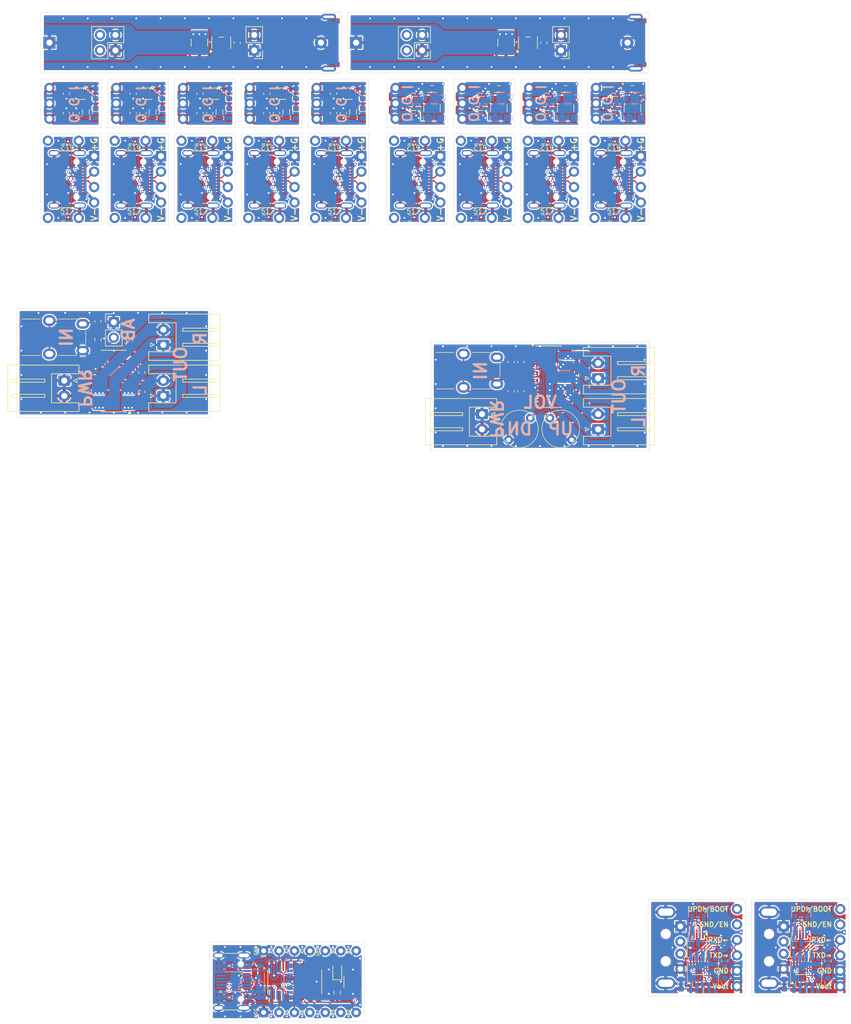
<source format=kicad_pcb>
(kicad_pcb (version 20241229) (generator "pcbnew") (generator_version "9.0")
  (layers (0 "F.Cu" signal) (2 "B.Cu" signal) (13 "F.Paste" user) (15 "B.Paste" user) (5 "F.SilkS" user "F.Silkscreen") (7 "B.SilkS" user "B.Silkscreen") (1 "F.Mask" user) (3 "B.Mask" user) (25 "Edge.Cuts" user))
  (net 0 "")
  (net 1 "VBUS")
  (net 3 "Net-(J1-CC1)")
  (net 4 "GND")
  (net 5 "D-")
  (net 7 "D+")
  (net 8 "Net-(J1-CC2)")
  (net 9 "SHIELD")
  (net 12 "INR")
  (net 13 "Net-(U1-INL)")
  (net 14 "Net-(U1-INR)")
  (net 15 "INL")
  (net 16 "Net-(U1-VREF)")
  (net 17 "MODE")
  (net 18 "/ROUTN")
  (net 19 "/ROUTP")
  (net 20 "/LOUTN")
  (net 21 "/LOUTP")
  (net 22 "Net-(C1-Pad2)")
  (net 23 "Net-(C2-Pad2)")
  (net 24 "VDD")
  (net 25 "Net-(U1-RINP)")
  (net 26 "Net-(U1-RINN)")
  (net 27 "Net-(U1-LINP)")
  (net 28 "Net-(U1-LINN)")
  (net 29 "Net-(U1-UP)")
  (net 30 "Net-(U1-DOWN)")
  (net 31 "ING")
  (net 32 "PA1")
  (net 33 "PA3")
  (net 34 "PA5")
  (net 35 "PB3")
  (net 36 "PA4")
  (net 37 "PA7")
  (net 38 "PA6")
  (net 39 "PB2")
  (net 40 "PB0")
  (net 41 "RXD")
  (net 42 "Net-(U2-V3)")
  (net 43 "Net-(D1-K)")
  (net 44 "Net-(R3-Pad1)")
  (net 45 "PB1")
  (net 46 "PA2")
  (net 47 "VCC")
  (net 48 "Net-(J2-CC1)")
  (net 49 "Net-(J2-CC2)")
  (net 50 "UPDI")
  (net 51 "Net-(R5-Pad1)")
  (net 52 "RTS#")
  (net 53 "TXD")
  (net 54 "Net-(R4-Pad1)")
  (net 59 "+BATT")
  (net 60 "Vout")
  (net 61 "Net-(U1-SW)")
  (net 73 "/EN")
  (net 74 "/FB")
  (net 75 "Vin")
  (net 76 "/SW")
  (net 77 "/BST")
  (net 78 "EN")
  (net 79 "FB")
  (net 80 "Net-(U1-LX1)")
  (net 81 "Net-(U1-LX2)")
  (net 82 "V3")
  (net 83 "GND|EN")
  (net 84 "VOUT")
  (net 85 "UPDI|BOOT")
  (net 86 "DTR#")
  (net 87 "_TXD")
  (net 88 "_RXD")
  (footprint "Capacitor_SMD:C_0603_1608Metric" (layer "F.Cu") (at 99 82.4 -90)
    (property "Reference" "C4" (hide yes))
    (property "Value" "0u1" (hide yes))
  )
  (footprint "Package_SO:SOIC-16_3.9x9.9mm_P1.27mm" (layer "F.Cu") (at 32 80.7 180)
    (property "Reference" "U1" (hide yes))
    (property "Value" "PAM8406D" (hide yes))
  )
  (footprint "Package_TO_SOT_SMD:SOT-23-3" (layer "F.Cu") (at 128.2 180)
    (property "Reference" "U3" (hide yes))
    (property "Value" "AP7333" (hide yes))
  )
  (footprint "Capacitor_SMD:C_0603_1608Metric" (layer "F.Cu") (at 34.6 70.9 -90)
    (property "Reference" "C1" (hide yes))
    (property "Value" "0u1" (hide yes))
  )
  (footprint "Package_SO:SOIC-14_3.9x8.7mm_P1.27mm" (layer "F.Cu") (at 61.8 179.6 90)
    (property "Reference" "U1" (hide yes))
    (property "Value" "ATtiny1604-SS" (hide yes))
  )
  (footprint "LED_SMD:LED_0603_1608Metric" (layer "F.Cu") (at 68.8 177.8 90)
    (property "Reference" "D1" (hide yes))
    (property "Value" "LED_Small" (hide yes))
  )
  (footprint "Capacitor_SMD:C_0603_1608Metric" (layer "F.Cu") (at 103.2 32.8 180)
    (property "Reference" "C1" (hide yes))
    (property "Value" "22u" (hide yes))
  )
  (footprint "Package_TO_SOT_SMD:SOT-563" (layer "F.Cu") (at 59.6 33.4)
    (property "Reference" "U1" (hide yes))
    (property "Value" "TPS56124x" (hide yes))
  )
  (footprint "Capacitor_SMD:C_0603_1608Metric" (layer "F.Cu") (at 47.8 36.6 90)
    (property "Reference" "C3" (hide yes))
    (property "Value" "22u" (hide yes))
  )
  (footprint "Inductor_SMD:L_1210_3225Metric" (layer "F.Cu") (at 117.4 35.8 -90)
    (property "Reference" "L1" (hide yes))
    (property "Value" "1u" (hide yes))
  )
  (footprint "Connector_PinHeader_2.54mm:PinHeader_1x02_P2.54mm_Vertical" (layer "F.Cu") (at 32 71.025)
    (property "Reference" "JP1" (hide yes))
    (property "Value" "AB" (hide yes))
  )
  (footprint "Connector_JST:JST_XH_S2B-XH-A_1x02_P2.50mm_Horizontal" (layer "F.Cu") (at 23.845 80.65 -90)
    (property "Reference" "J4" (hide yes))
    (property "Value" "PWR" (hide yes))
  )
  (footprint "Capacitor_SMD:C_0603_1608Metric" (layer "F.Cu") (at 68.2 36.6 90)
    (property "Reference" "C2" (hide yes))
    (property "Value" "22u" (hide yes))
  )
  (footprint "Resistor_SMD:R_0603_1608Metric" (layer "F.Cu") (at 51 33.4 -90)
    (property "Reference" "R1" (hide yes))
    (property "Value" "100k" (hide yes))
  )
  (footprint "Connector_PinHeader_2.54mm:PinHeader_1x02_P2.54mm_Vertical" (layer "F.Cu") (at 105.63 26.27 180)
    (property "Reference" "J2" (hide yes))
    (property "Value" "Conn_01x02_Pin" (hide yes))
  )
  (footprint "Inductor_SMD:L_1210_3225Metric" (layer "F.Cu") (at 96.6 25 -90)
    (property "Reference" "L1" (hide yes))
    (property "Value" "4u7" (hide yes))
  )
  (footprint "Capacitor_SMD:C_0603_1608Metric" (layer "F.Cu") (at 35.2 36.6 90)
    (property "Reference" "C2" (hide yes))
    (property "Value" "22u" (hide yes))
  )
  (footprint "Resistor_SMD:R_0603_1608Metric" (layer "F.Cu") (at 68.8 181.4 -90)
    (property "Reference" "R6" (hide yes))
    (property "Value" "10k" (hide yes))
  )
  (footprint "Connector_USB:USB_C_Receptacle_GCT_USB4105-xx-A_16P_TopMnt_Horizontal" (layer "F.Cu") (at 102.26 47.5 -90)
    (property "Reference" "J1" (hide yes))
    (property "Value" "USB_C_Receptacle_USB2.0_16P" (hide yes))
  )
  (footprint "Capacitor_SMD:C_0603_1608Metric" (layer "F.Cu") (at 92.2 32.8 180)
    (property "Reference" "C1" (hide yes))
    (property "Value" "22u" (hide yes))
  )
  (footprint "Library:PCB.MCBEERINGI.DEV_small" (layer "F.Cu") (at 76 25)
    (property "Reference" "")
    (property "Value" "")
  )
  (footprint "Capacitor_SMD:C_0603_1608Metric" (layer "F.Cu") (at 81.2 37.2 180)
    (property "Reference" "C2" (hide yes))
    (property "Value" "22u" (hide yes))
  )
  (footprint "Connector_USB:USB_C_Receptacle_GCT_USB4105-xx-A_16P_TopMnt_Horizontal" (layer "F.Cu") (at 34.25 47.5 -90)
    (property "Reference" "J1" (hide yes))
    (property "Value" "USB_C_Receptacle_USB2.0_16P" (hide yes))
  )
  (footprint "Resistor_SMD:R_0603_1608Metric" (layer "F.Cu") (at 34.69 41.15 180)
    (property "Reference" "R1" (hide yes))
    (property "Value" "5k1" (hide yes))
  )
  (footprint "Resistor_SMD:R_0603_1608Metric" (layer "F.Cu") (at 113.7 53.85 180)
    (property "Reference" "R2" (hide yes))
    (property "Value" "5k1" (hide yes))
  )
  (footprint "Capacitor_SMD:C_0603_1608Metric" (layer "F.Cu") (at 102.8 25 -90)
    (property "Reference" "C1" (hide yes))
    (property "Value" "22u" (hide yes))
  )
  (footprint "Capacitor_SMD:C_0603_1608Metric" (layer "F.Cu") (at 103.2 37.2 180)
    (property "Reference" "C2" (hide yes))
    (property "Value" "22u" (hide yes))
  )
  (footprint "Package_TO_SOT_SMD:SOT-583-8" (layer "F.Cu") (at 103.4 35 180)
    (property "Reference" "U1" (hide yes))
    (property "Value" "TPS631000" (hide yes))
  )
  (footprint "Inductor_SMD:L_0805_2012Metric" (layer "F.Cu") (at 49.4 36.4 -90)
    (property "Reference" "L1" (hide yes))
    (property "Value" "3u3" (hide yes))
  )
  (footprint "Inductor_SMD:L_0805_2012Metric" (layer "F.Cu") (at 38.4 36.4 -90)
    (property "Reference" "L1" (hide yes))
    (property "Value" "3u3" (hide yes))
  )
  (footprint "Resistor_SMD:R_0603_1608Metric" (layer "F.Cu") (at 102.7 53.85 180)
    (property "Reference" "R2" (hide yes))
    (property "Value" "5k1" (hide yes))
  )
  (footprint "Capacitor_SMD:C_0603_1608Metric" (layer "F.Cu") (at 99 77.6 90)
    (property "Reference" "C2" (hide yes))
    (property "Value" "0u1" (hide yes))
  )
  (footprint "Library:USB_C_PLUG_00402-UCAM002-X" (layer "F.Cu") (at 120 25 90)
    (property "Reference" "P1" (hide yes))
    (property "Value" "USB_C_Plug" (hide yes))
  )
  (footprint "Inductor_SMD:L_1210_3225Metric" (layer "F.Cu") (at 95.4 35.8 -90)
    (property "Reference" "L1" (hide yes))
    (property "Value" "1u" (hide yes))
  )
  (footprint "Package_TO_SOT_SMD:SOT-583-8" (layer "F.Cu") (at 114.4 35 180)
    (property "Reference" "U1" (hide yes))
    (property "Value" "TPS631000" (hide yes))
  )
  (footprint "Capacitor_SMD:C_0603_1608Metric" (layer "F.Cu") (at 114.2 32.8 180)
    (property "Reference" "C1" (hide yes))
    (property "Value" "22u" (hide yes))
  )
  (footprint "Capacitor_SMD:C_0603_1608Metric" (layer "F.Cu") (at 52.3 25 -90)
    (property "Reference" "C1" (hide yes))
    (property "Value" "22u" (hide yes))
  )
  (footprint "Capacitor_SMD:C_0603_1608Metric" (layer "F.Cu") (at 24.2 33.4 -90)
    (property "Reference" "C4" (hide yes))
    (property "Value" "10u" (hide yes))
  )
  (footprint "Package_TO_SOT_SMD:SOT-23-5" (layer "F.Cu") (at 100.2 25 90)
    (property "Reference" "U1" (hide yes))
    (property "Value" "TPS613222ADBV" (hide yes))
  )
  (footprint "Connector_PinHeader_2.54mm:PinHeader_2x02_P2.54mm_Vertical" (layer "F.Cu") (at 82.77 26.27 180)
    (property "Reference" "J1" (hide yes))
    (property "Value" "Conn_02x02_Odd_Even" (hide yes))
  )
  (footprint "Library:alps-skrg" (layer "F.Cu") (at 98.8 88.6 45)
    (property "Reference" "SW2" (hide yes))
    (property "Value" "VOL_DOWN" (hide yes))
  )
  (footprint "Resistor_SMD:R_0603_1608Metric" (layer "F.Cu") (at 34.6 73.9 -90)
    (property "Reference" "R2" (hide yes))
    (property "Value" "10k" (hide yes))
  )
  (footprint "Capacitor_SMD:C_0603_1608Metric" (layer "F.Cu") (at 97.4 77.6 90)
    (property "Reference" "C1" (hide yes))
    (property "Value" "0u1" (hide yes))
  )
  (footprint "Capacitor_SMD:C_0603_1608Metric" (layer "F.Cu") (at 51 36.6 90)
    (property "Reference" "C1" (hide yes))
    (property "Value" "0u1" (hide yes))
  )
  (footprint "Resistor_SMD:R_0603_1608Metric" (layer "F.Cu") (at 56.69 53.85 180)
    (property "Reference" "R2" (hide yes))
    (property "Value" "5k1" (hide yes))
  )
  (footprint "Library:MJ-8435" (layer "F.Cu") (at 15.8875 73.5 90)
    (property "Reference" "J3" (hide yes))
    (property "Value" "AudioJack3" (hide yes))
  )
  (footprint "Package_SO:VSSOP-10_3x3mm_P0.5mm" (layer "F.Cu") (at 145 174 -90)
    (property "Reference" "U2" (hide yes))
    (property "Value" "TS5A23159DGS" (hide yes))
  )
  (footprint "Capacitor_SMD:C_0603_1608Metric" (layer "F.Cu") (at 125.4 180 -90)
    (property "Reference" "C1" (hide yes))
    (property "Value" "0u1" (hide yes))
  )
  (footprint "Capacitor_SMD:C_0603_1608Metric" (layer "F.Cu") (at 68.2 33.4 -90)
    (property "Reference" "C4" (hide yes))
    (property "Value" "10u" (hide yes))
  )
  (footprint "Package_TO_SOT_SMD:SOT-23-5" (layer "F.Cu") (at 49.7 25 90)
    (property "Reference" "U1" (hide yes))
    (property "Value" "TPS613222ADBV" (hide yes))
  )
  (footprint "Capacitor_SMD:C_0603_1608Metric" (layer "F.Cu") (at 92.2 37.2 180)
    (property "Reference" "C2" (hide yes))
    (property "Value" "22u" (hide yes))
  )
  (footprint "Capacitor_SMD:C_0603_1608Metric" (layer "F.Cu") (at 25.8 36.6 90)
    (property "Reference" "C3" (hide yes))
    (property "Value" "22u" (hide yes))
  )
  (footprint "Resistor_SMD:R_0603_1608Metric" (layer "F.Cu") (at 113.7 41.15 180)
    (property "Reference" "R1" (hide yes))
    (property "Value" "5k1" (hide yes))
  )
  (footprint "Inductor_SMD:L_1210_3225Metric" (layer "F.Cu") (at 46.1 25 -90)
    (property "Reference" "L1" (hide yes))
    (property "Value" "4u7" (hide yes))
  )
  (footprint "Capacitor_SMD:C_0603_1608Metric" (layer "F.Cu") (at 142.4 180 -90)
    (property "Reference" "C1" (hide yes))
    (property "Value" "0u1" (hide yes))
  )
  (footprint "Capacitor_SMD:C_0603_1608Metric" (layer "F.Cu") (at 35.2 33.4 -90)
    (property "Reference" "C4" (hide yes))
    (property "Value" "10u" (hide yes))
  )
  (footprint "Connector_JST:JST_XH_S2B-XH-A_1x02_P2.50mm_Horizontal" (layer "F.Cu") (at 111.755 80.25 90)
    (property "Reference" "J1" (hide yes))
    (property "Value" "ROUT" (hide yes))
  )
  (footprint "Resistor_SMD:R_0603_1608Metric" (layer "F.Cu") (at 73 33.4 -90)
    (property "Reference" "R1" (hide yes))
    (property "Value" "100k" (hide yes))
  )
  (footprint "Resistor_SMD:R_0603_1608Metric" (layer "F.Cu") (at 34.69 53.85 180)
    (property "Reference" "R2" (hide yes))
    (property "Value" "5k1" (hide yes))
  )
  (footprint "Capacitor_SMD:C_0603_1608Metric" (layer "F.Cu") (at 57.2 36.6 90)
    (property "Reference" "C2" (hide yes))
    (property "Value" "22u" (hide yes))
  )
  (footprint "Capacitor_SMD:C_0603_1608Metric" (layer "F.Cu") (at 108.2 82.4 -90)
    (property "Reference" "C6" (hide yes))
    (property "Value" "1u" (hide yes))
  )
  (footprint "Capacitor_SMD:C_0603_1608Metric" (layer "F.Cu") (at 58.8 36.6 90)
    (property "Reference" "C3" (hide yes))
    (property "Value" "22u" (hide yes))
  )
  (footprint "Library:alps-skrg" (layer "F.Cu") (at 105.6 88.6 135)
    (property "Reference" "SW1" (hide yes))
    (property "Value" "VOL_UP" (hide yes))
  )
  (footprint "Package_DIP:DIP-14_W10.16mm" (layer "F.Cu") (at 56.67 184.68 90)
    (property "Reference" "J1" (hide yes))
    (property "Value" "Conn_02x07_Counter_Clockwise" (hide yes))
  )
  (footprint "Capacitor_SMD:C_0603_1608Metric" (layer "F.Cu") (at 57.2 33.4 -90)
    (property "Reference" "C4" (hide yes))
    (property "Value" "10u" (hide yes))
  )
  (footprint "Connector_USB:USB_C_Receptacle_GCT_USB4105-xx-A_16P_TopMnt_Horizontal" (layer "F.Cu") (at 91.25 47.5 -90)
    (property "Reference" "J1" (hide yes))
    (property "Value" "USB_C_Receptacle_USB2.0_16P" (hide yes))
  )
  (footprint "Capacitor_SMD:C_0603_1608Metric" (layer "F.Cu") (at 46.2 36.6 90)
    (property "Reference" "C2" (hide yes))
    (property "Value" "22u" (hide yes))
  )
  (footprint "Resistor_SMD:R_0603_1608Metric" (layer "F.Cu") (at 29 33.4 -90)
    (property "Reference" "R1" (hide yes))
    (property "Value" "100k" (hide yes))
  )
  (footprint "Capacitor_SMD:C_0603_1608Metric" (layer "F.Cu") (at 36.8 36.6 90)
    (property "Reference" "C3" (hide yes))
    (property "Value" "22u" (hide yes))
  )
  (footprint "Resistor_SMD:R_0603_1608Metric" (layer "F.Cu") (at 29.4 73.9 -90)
    (property "Reference" "R3" (hide yes))
    (property "Value" "10k" (hide yes))
  )
  (footprint "Connector_PinSocket_2.54mm:PinSocket_1x06_P2.54mm_Vertical" (layer "F.Cu") (at 151.625 167.65)
    (property "Reference" "J3" (hide yes))
    (property "Value" "OUT" (hide yes))
  )
  (footprint "Package_SO:VSSOP-10_3x3mm_P0.5mm" (layer "F.Cu") (at 128 174 -90)
    (property "Reference" "U2" (hide yes))
    (property "Value" "TS5A23159DGS" (hide yes))
  )
  (footprint "Resistor_SMD:R_0603_1608Metric" (layer "F.Cu") (at 23.69 41.15 180)
    (property "Reference" "R1" (hide yes))
    (property "Value" "5k1" (hide yes))
  )
  (footprint "Capacitor_SMD:C_0603_1608Metric" (layer "F.Cu") (at 62 36.6 90)
    (property "Reference" "C1" (hide yes))
    (property "Value" "0u1" (hide yes))
  )
  (footprint "Capacitor_SMD:C_0603_1608Metric" (layer "F.Cu") (at 108.2 77.6 90)
    (property "Reference" "C5" (hide yes))
    (property "Value" "1u" (hide yes))
  )
  (footprint "Capacitor_SMD:C_0603_1608Metric" (layer "F.Cu") (at 73 36.6 90)
    (property "Reference" "C1" (hide yes))
    (property "Value" "0u1" (hide yes))
  )
  (footprint "Capacitor_SMD:C_0603_1608Metric" (layer "F.Cu") (at 36.6 79.3 90)
    (property "Reference" "C3" (hide yes))
    (property "Value" "0u1" (hide yes))
  )
  (footprint "Resistor_SMD:R_0603_1608Metric" (layer "F.Cu") (at 80.69 41.15 180)
    (property "Reference" "R1" (hide yes))
    (property "Value" "5k1" (hide yes))
  )
  (footprint "Resistor_SMD:R_0603_1608Metric" (layer "F.Cu") (at 62 33.4 -90)
    (property "Reference" "R1" (hide yes))
    (property "Value" "100k" (hide yes))
  )
  (footprint "Inductor_SMD:L_0805_2012Metric" (layer "F.Cu") (at 71.4 36.4 -90)
    (property "Reference" "L1" (hide yes))
    (property "Value" "3u3" (hide yes))
  )
  (footprint "Library:MJ-8435" (layer "F.Cu") (at 84.0875 79 90)
    (property "Reference" "J3" (hide yes))
    (property "Value" "AudioJack3" (hide yes))
  )
  (footprint "Library:USB_A_PLUG_USB-4AM103AS" (layer "F.Cu") (at 137 174 180)
    (property "Reference" "J1" (hide yes))
    (property "Value" "USB_A" (hide yes))
  )
  (footprint "Connector_PinHeader_2.54mm:PinHeader_2x02_P2.54mm_Vertical" (layer "F.Cu") (at 32.27 26.27 180)
    (property "Reference" "J1" (hide yes))
    (property "Value" "Conn_02x02_Odd_Even" (hide yes))
  )
  (footprint "Inductor_SMD:L_1210_3225Metric" (layer "F.Cu") (at 84.4 35.8 -90)
    (property "Reference" "L1" (hide yes))
    (property "Value" "1u" (hide yes))
  )
  (footprint "Capacitor_SMD:C_0603_1608Metric" (layer "F.Cu") (at 69.8 36.6 90)
    (property "Reference" "C3" (hide yes))
    (property "Value" "22u" (hide yes))
  )
  (footprint "Resistor_SMD:R_0603_1608Metric" (layer "F.Cu") (at 45.69 41.15 180)
    (property "Reference" "R1" (hide yes))
    (property "Value" "5k1" (hide yes))
  )
  (footprint "Resistor_SMD:R_0603_1608Metric" (layer "F.Cu") (at 84.4 32.6)
    (property "Reference" "R1" (hide yes))
    (property "Value" "10k" (hide yes))
  )
  (footprint "Connector_JST:JST_XH_S2B-XH-A_1x02_P2.50mm_Horizontal" (layer "F.Cu") (at 40.155 74.75 90)
    (property "Reference" "J1" (hide yes))
    (property "Value" "ROUT" (hide yes))
  )
  (footprint "Library:USB_A_PLUG_USB-4AM103AS" (layer "F.Cu") (at 120 174 180)
    (property "Reference" "J1" (hide yes))
    (property "Value" "USB_A" (hide yes))
  )
  (footprint "Package_TO_SOT_SMD:SOT-563" (layer "F.Cu") (at 37.6 33.4)
    (property "Reference" "U1" (hide yes))
    (property "Value" "TPS56124x" (hide yes))
  )
  (footprint "Connector_USB:USB_C_Receptacle_GCT_USB4105-xx-A_16P_TopMnt_Horizontal" (layer "F.Cu") (at 56.25 47.5 -90)
    (property "Reference" "J1" (hide yes))
    (property "Value" "USB_C_Receptacle_USB2.0_16P" (hide yes))
  )
  (footprint "Resistor_SMD:R_0603_1608Metric" (layer "F.Cu") (at 91.69 53.85 180)
    (property "Reference" "R2" (hide yes))
    (property "Value" "5k1" (hide yes))
  )
  (footprint "Package_TO_SOT_SMD:SOT-563" (layer "F.Cu") (at 26.6 33.4)
    (property "Reference" "U1" (hide yes))
    (property "Value" "TPS56124x" (hide yes))
  )
  (footprint "Connector_USB:USB_C_Receptacle_GCT_USB4105-xx-A_16P_TopMnt_Horizontal" (layer "F.Cu") (at 50.31 179.6 -90)
    (property "Reference" "J2" (hide yes))
    (property "Value" "USB_C_Receptacle_USB2.0_16P" (hide yes))
  )
  (footprint "Connector_PinSocket_2.54mm:PinSocket_1x06_P2.54mm_Vertical" (layer "F.Cu") (at 134.625 167.65)
    (property "Reference" "J3" (hide yes))
    (property "Value" "OUT" (hide yes))
  )
  (footprint "Capacitor_SMD:C_0603_1608Metric" (layer "F.Cu") (at 81.2 32.8 180)
    (property "Reference" "C1" (hide yes))
    (property "Value" "22u" (hide yes))
  )
  (footprint "Connector_PinHeader_2.54mm:PinHeader_1x02_P2.54mm_Vertical" (layer "F.Cu") (at 55.13 26.27 180)
    (property "Reference" "J2" (hide yes))
    (property "Value" "Conn_01x02_Pin" (hide yes))
  )
  (footprint "Library:USB_C_PLUG_00402-UCAM002-X" (layer "F.Cu") (at 69.5 25 90)
    (property "Reference" "P1" (hide yes))
    (property "Value" "USB_C_Plug" (hide yes))
  )
  (footprint "Inductor_SMD:L_0805_2012Metric" (layer "F.Cu") (at 27.4 36.4 -90)
    (property "Reference" "L1" (hide yes))
    (property "Value" "3u3" (hide yes))
  )
  (footprint "Resistor_SMD:R_0603_1608Metric" (layer "F.Cu") (at 23.69 53.85 180)
    (property "Reference" "R2" (hide yes))
    (property "Value" "5k1" (hide yes))
  )
  (footprint "Connector_USB:USB_C_Receptacle_GCT_USB4105-xx-A_16P_TopMnt_Horizontal" (layer "F.Cu") (at 80.25 47.5 -90)
    (property "Reference" "J1" (hide yes))
    (property "Value" "USB_C_Receptacle_USB2.0_16P" (hide yes))
  )
  (footprint "Resistor_SMD:R_0603_1608Metric" (layer "F.Cu") (at 67.69 53.85 180)
    (property "Reference" "R2" (hide yes))
    (property "Value" "5k1" (hide yes))
  )
  (footprint "Resistor_SMD:R_0603_1608Metric" (layer "F.Cu") (at 91.69 41.15 180)
    (property "Reference" "R1" (hide yes))
    (property "Value" "5k1" (hide yes))
  )
  (footprint "Connector_JST:JST_XH_S2B-XH-A_1x02_P2.50mm_Horizontal" (layer "F.Cu") (at 40.155 83.15 90)
    (property "Reference" "J2" (hide yes))
    (property "Value" "LOUT" (hide yes))
  )
  (footprint "Resistor_SMD:R_0603_1608Metric" (layer "F.Cu") (at 106.4 32.6)
    (property "Reference" "R1" (hide yes))
    (property "Value" "10k" (hide yes))
  )
  (footprint "Package_TO_SOT_SMD:SOT-563" (layer "F.Cu") (at 70.6 33.4)
    (property "Reference" "U1" (hide yes))
    (property "Value" "TPS56124x" (hide yes))
  )
  (footprint "Library:mcbeeringi_icon_10mm" (layer "F.Cu") (at 38.7 25)
    (property "Reference" "")
    (property "Value" "LOGO" (hide yes))
  )
  (footprint "Library:PCB.MCBEERINGI.DEV_small" (layer "F.Cu") (at 25.5 25)
    (property "Reference" "")
    (property "Value" "")
  )
  (footprint "Package_TO_SOT_SMD:SOT-23-3" (layer "F.Cu") (at 145.2 180)
    (property "Reference" "U3" (hide yes))
    (property "Value" "AP7333" (hide yes))
  )
  (footprint "Resistor_SMD:R_0603_1608Metric" (layer "F.Cu") (at 102.7 41.15 180)
    (property "Reference" "R1" (hide yes))
    (property "Value" "5k1" (hide yes))
  )
  (footprint "Resistor_SMD:R_0603_1608Metric" (layer "F.Cu") (at 40 33.4 -90)
    (property "Reference" "R1" (hide yes))
    (property "Value" "100k" (hide yes))
  )
  (footprint "Package_TO_SOT_SMD:SOT-563" (layer "F.Cu") (at 48.6 33.4)
    (property "Reference" "U1" (hide yes))
    (property "Value" "TPS56124x" (hide yes))
  )
  (footprint "Package_TO_SOT_SMD:SOT-583-8" (layer "F.Cu") (at 92.4 35 180)
    (property "Reference" "U1" (hide yes))
    (property "Value" "TPS631000" (hide yes))
  )
  (footprint "Connector_USB:USB_C_Receptacle_GCT_USB4105-xx-A_16P_TopMnt_Horizontal" (layer "F.Cu") (at 45.25 47.5 -90)
    (property "Reference" "J1" (hide yes))
    (property "Value" "USB_C_Receptacle_USB2.0_16P" (hide yes))
  )
  (footprint "Capacitor_SMD:C_0603_1608Metric" (layer "F.Cu") (at 29.4 70.9 -90)
    (property "Reference" "C2" (hide yes))
    (property "Value" "0u1" (hide yes))
  )
  (footprint "Capacitor_SMD:C_0603_1608Metric" (layer "F.Cu") (at 27.4 82.5 90)
    (property "Reference" "C5" (hide yes))
    (property "Value" "1u" (hide yes))
  )
  (footprint "Resistor_SMD:R_0603_1608Metric" (layer "F.Cu") (at 67.69 41.15 180)
    (property "Reference" "R1" (hide yes))
    (property "Value" "5k1" (hide yes))
  )
  (footprint "Connector_USB:USB_C_Receptacle_GCT_USB4105-xx-A_16P_TopMnt_Horizontal" (layer "F.Cu") (at 23.25 47.5 -90)
    (property "Reference" "J1" (hide yes))
    (property "Value" "USB_C_Receptacle_USB2.0_16P" (hide yes))
  )
  (footprint "Resistor_SMD:R_0603_1608Metric" (layer "F.Cu") (at 117.4 32.6)
    (property "Reference" "R1" (hide yes))
    (property "Value" "10k" (hide yes))
  )
  (footprint "Resistor_SMD:R_0603_1608Metric" (layer "F.Cu") (at 56.69 41.15 180)
    (property "Reference" "R1" (hide yes))
    (property "Value" "5k1" (hide yes))
  )
  (footprint "Connector_USB:USB_C_Receptacle_GCT_USB4105-xx-A_16P_TopMnt_Horizontal" (layer "F.Cu") (at 113.26 47.5 -90)
    (property "Reference" "J1" (hide yes))
    (property "Value" "USB_C_Receptacle_USB2.0_16P" (hide yes))
  )
  (footprint "Connector_JST:JST_XH_S2B-XH-A_1x02_P2.50mm_Horizontal" (layer "F.Cu") (at 111.755 88.65 90)
    (property "Reference" "J2" (hide yes))
    (property "Value" "LOUT" (hide yes))
  )
  (footprint "Capacitor_SMD:C_0603_1608Metric" (layer "F.Cu") (at 40 36.6 90)
    (property "Reference" "C1" (hide yes))
    (property "Value" "0u1" (hide yes))
  )
  (footprint "Package_TO_SOT_SMD:SOT-583-8" (layer "F.Cu") (at 81.4 35 180)
    (property "Reference" "U1" (hide yes))
    (property "Value" "TPS631000" (hide yes))
  )
  (footprint "Package_SO:SO-16_3.9x9.9mm_P1.27mm" (layer "F.Cu") (at 103.6 80)
    (property "Reference" "U1" (hide yes))
    (property "Value" "PAM8408D" (hide yes))
  )
  (footprint "Inductor_SMD:L_0805_2012Metric" (layer "F.Cu") (at 60.4 36.4 -90)
    (property "Reference" "L1" (hide yes))
    (property "Value" "3u3" (hide yes))
  )
  (footprint "Capacitor_SMD:C_0603_1608Metric" (layer "F.Cu") (at 29 36.6 90)
    (property "Reference" "C1" (hide yes))
    (property "Value" "0u1" (hide yes))
  )
  (footprint "Resistor_SMD:R_0603_1608Metric" (layer "F.Cu") (at 95.4 32.6)
    (property "Reference" "R1" (hide yes))
    (property "Value" "10k" (hide yes))
  )
  (footprint "Resistor_SMD:R_0603_1608Metric" (layer "F.Cu") (at 80.69 53.85 180)
    (property "Reference" "R2" (hide yes))
    (property "Value" "5k1" (hide yes))
  )
  (footprint "Connector_JST:JST_XH_S2B-XH-A_1x02_P2.50mm_Horizontal" (layer "F.Cu") (at 92.645 86.15 -90)
    (property "Reference" "J4" (hide yes))
    (property "Value" "PWR" (hide yes))
  )
  (footprint "Capacitor_SMD:C_0603_1608Metric" (layer "F.Cu") (at 24.2 36.6 90)
    (property "Reference" "C2" (hide yes))
    (property "Value" "22u" (hide yes))
  )
  (footprint "Library:mcbeeringi_icon_10mm" (layer "F.Cu") (at 89.2 25)
    (property "Reference" "")
    (property "Value" "LOGO" (hide yes))
  )
  (footprint "Resistor_SMD:R_0603_1608Metric" (layer "F.Cu") (at 45.69 53.85 180)
    (property "Reference" "R2" (hide yes))
    (property "Value" "5k1" (hide yes))
  )
  (footprint "Capacitor_SMD:C_0603_1608Metric" (layer "F.Cu") (at 114.2 37.2 180)
    (property "Reference" "C2" (hide yes))
    (property "Value" "22u" (hide yes))
  )
  (footprint "Connector_USB:USB_C_Receptacle_GCT_USB4105-xx-A_16P_TopMnt_Horizontal" (layer "F.Cu") (at 67.25 47.5 -90)
    (property "Reference" "J1" (hide yes))
    (property "Value" "USB_C_Receptacle_USB2.0_16P" (hide yes))
  )
  (footprint "Resistor_SMD:R_0603_1608Metric" (layer "F.Cu") (at 27.4 79.3 90)
    (property "Reference" "R1" (hide yes))
    (property "Value" "10k" (hide yes))
  )
  (footprint "Inductor_SMD:L_1210_3225Metric" (layer "F.Cu") (at 106.4 35.8 -90)
    (property "Reference" "L1" (hide yes))
    (property "Value" "1u" (hide yes))
  )
  (footprint "Capacitor_SMD:C_0603_1608Metric" (layer "F.Cu") (at 97.4 82.4 -90)
    (property "Reference" "C3" (hide yes))
    (property "Value" "0u1" (hide yes))
  )
  (footprint "Library:alps-skrp" (layer "F.Cu") (at 71.4 179.6 90)
    (property "Reference" "SW1" (hide yes))
    (property "Value" "SW_Push" (hide yes))
  )
  (footprint "Capacitor_SMD:C_0603_1608Metric" (layer "F.Cu") (at 36.6 82.5 90)
    (property "Reference" "C6" (hide yes))
    (property "Value" "1u" (hide yes))
  )
  (footprint "Capacitor_SMD:C_0603_1608Metric" (layer "F.Cu") (at 46.2 33.4 -90)
    (property "Reference" "C4" (hide yes))
    (property "Value" "10u" (hide yes))
  )
  (footprint "Connector_PinHeader_2.54mm:PinHeader_1x01_P2.54mm_Vertical" (layer "B.Cu") (at 59.23 41.15 180)
    (property "Reference" "J3" (hide yes))
    (property "Value" "Conn_01x01_Pin" (hide yes))
  )
  (footprint "Connector_PinHeader_2.54mm:PinHeader_1x04_P2.54mm_Vertical" (layer "B.Cu") (at 107.78 43.69 180)
    (property "Reference" "J2" (hide yes))
    (property "Value" "Conn_01x04_Pin" (hide yes))
  )
  (footprint "Resistor_SMD:R_0603_1608Metric" (layer "B.Cu") (at 114.8 35.2 90)
    (property "Reference" "R2" (hide yes))
    (property "Value" "1k" (hide yes))
  )
  (footprint "Package_SO:MSOP-10_3x3mm_P0.5mm" (layer "B.Cu") (at 51.8 179.6)
    (property "Reference" "U2" (hide yes))
    (property "Value" "CH340E" (hide yes))
  )
  (footprint "Connector_PinHeader_2.54mm:PinHeader_1x01_P2.54mm_Vertical" (layer "B.Cu") (at 21.15 41.15 180)
    (property "Reference" "J5" (hide yes))
    (property "Value" "Conn_01x01_Pin" (hide yes))
  )
  (footprint "Connector_PinHeader_2.54mm:PinHeader_1x01_P2.54mm_Vertical" (layer "B.Cu") (at 54.15 53.85 180)
    (property "Reference" "J6" (hide yes))
    (property "Value" "Conn_01x01_Pin" (hide yes))
  )
  (footprint "Connector_PinHeader_2.54mm:PinHeader_1x01_P2.54mm_Vertical" (layer "B.Cu") (at 111.16 41.15 180)
    (property "Reference" "J5" (hide yes))
    (property "Value" "Conn_01x01_Pin" (hide yes))
  )
  (footprint "Connector_PinHeader_2.54mm:PinHeader_1x04_P2.54mm_Vertical" (layer "B.Cu") (at 39.77 43.69 180)
    (property "Reference" "J2" (hide yes))
    (property "Value" "Conn_01x04_Pin" (hide yes))
  )
  (footprint "Library:mcbeeringi_icon_5mm" (layer "B.Cu") (at 92.8 83 90)
    (property "Reference" "")
    (property "Value" "mcbeeringi_icon" (hide yes))
  )
  (footprint "Package_TO_SOT_SMD:SOT-23" (layer "B.Cu") (at 145.2 172.2 -90)
    (property "Reference" "Q1" (hide yes))
    (property "Value" "BSS138" (hide yes))
  )
  (footprint "Connector_PinHeader_2.54mm:PinHeader_1x03_P2.54mm_Vertical" (layer "B.Cu") (at 43.4 32.46 180)
    (property "Reference" "J1" (hide yes))
    (property "Value" "Conn_01x03_Pin" (hide yes))
  )
  (footprint "Library:PCB.MCBEERINGI.DEV_small" (layer "B.Cu") (at 88.2 87.4 90)
    (property "Reference" "")
    (property "Value" "")
  )
  (footprint "Connector_PinHeader_2.54mm:PinHeader_1x01_P2.54mm_Vertical" (layer "B.Cu") (at 116.24 41.15 180)
    (property "Reference" "J3" (hide yes))
    (property "Value" "Conn_01x01_Pin" (hide yes))
  )
  (footprint "Connector_PinHeader_2.54mm:PinHeader_1x03_P2.54mm_Vertical" (layer "B.Cu") (at 100.4 32.46 180)
    (property "Reference" "J1" (hide yes))
    (property "Value" "POW" (hide yes))
  )
  (footprint "Connector_PinHeader_2.54mm:PinHeader_1x01_P2.54mm_Vertical" (layer "B.Cu") (at 48.23 53.85 180)
    (property "Reference" "J4" (hide yes))
    (property "Value" "Conn_01x01_Pin" (hide yes))
  )
  (footprint "Connector_PinHeader_2.54mm:PinHeader_1x01_P2.54mm_Vertical" (layer "B.Cu") (at 65.15 41.15 180)
    (property "Reference" "J5" (hide yes))
    (property "Value" "Conn_01x01_Pin" (hide yes))
  )
  (footprint "Connector_PinHeader_2.54mm:PinHeader_1x01_P2.54mm_Vertical" (layer "B.Cu") (at 21.15 53.85 180)
    (property "Reference" "J6" (hide yes))
    (property "Value" "Conn_01x01_Pin" (hide yes))
  )
  (footprint "Connector_PinHeader_2.54mm:PinHeader_1x01_P2.54mm_Vertical" (layer "B.Cu") (at 26.23 41.15 180)
    (property "Reference" "J3" (hide yes))
    (property "Value" "Conn_01x01_Pin" (hide yes))
  )
  (footprint "Capacitor_SMD:C_0603_1608Metric" (layer "B.Cu") (at 55.8 179.6 -90)
    (property "Reference" "C1" (hide yes))
    (property "Value" "4u7" (hide yes))
  )
  (footprint "Connector_PinHeader_2.54mm:PinHeader_1x01_P2.54mm_Vertical" (layer "B.Cu") (at 89.15 41.15 180)
    (property "Reference" "J5" (hide yes))
    (property "Value" "Conn_01x01_Pin" (hide yes))
  )
  (footprint "Package_SO:VSSOP-10_3x3mm_P0.5mm" (layer "B.Cu") (at 58.4 179.6 -90)
    (property "Reference" "U3" (hide yes))
    (property "Value" "TS5A23159DGS" (hide yes))
  )
  (footprint "Connector_PinHeader_2.54mm:PinHeader_1x01_P2.54mm_Vertical" (layer "B.Cu") (at 48.23 41.15 180)
    (property "Reference" "J3" (hide yes))
    (property "Value" "Conn_01x01_Pin" (hide yes))
  )
  (footprint "Resistor_SMD:R_0603_1608Metric" (layer "B.Cu") (at 61.991818 33.4 90)
    (property "Reference" "R3" (hide yes))
    (property "Value" "R_{FBB}" (hide yes))
  )
  (footprint "LOGO" (layer "B.Cu") (at 101.51 47.5 -90)
    (property "Reference" "G***" (hide yes))
    (property "Value" "LOGO" (hide yes))
  )
  (footprint "LOGO" (layer "B.Cu") (at 79.5 47.5 -90)
    (property "Reference" "G***" (hide yes))
    (property "Value" "LOGO" (hide yes))
  )
  (footprint "Capacitor_SMD:C_0603_1608Metric" (layer "B.Cu") (at 125.4 180 90)
    (property "Reference" "C2" (hide yes))
    (property "Value" "0u1" (hide yes))
  )
  (footprint "Connector_PinHeader_2.54mm:PinHeader_1x03_P2.54mm_Vertical" (layer "B.Cu") (at 32.4 32.46 180)
    (property "Reference" "J1" (hide yes))
    (property "Value" "Conn_01x03_Pin" (hide yes))
  )
  (footprint "Connector_PinHeader_2.54mm:PinHeader_1x01_P2.54mm_Vertical" (layer "B.Cu") (at 111.16 53.85 180)
    (property "Reference" "J6" (hide yes))
    (property "Value" "Conn_01x01_Pin" (hide yes))
  )
  (footprint "Package_TO_SOT_SMD:SOT-23" (layer "B.Cu") (at 128.2 172.2 -90)
    (property "Reference" "Q1" (hide yes))
    (property "Value" "BSS138" (hide yes))
  )
  (footprint "Library:TSR-C3305" (layer "B.Cu") (at 95.8 35.6 180)
    (property "Reference" "RV1" (hide yes))
    (property "Value" "10k" (hide yes))
  )
  (footprint "LOGO" (layer "B.Cu") (at 66.5 47.5 -90)
    (property "Reference" "G***" (hide yes))
    (property "Value" "LOGO" (hide yes))
  )
  (footprint "Connector_PinHeader_2.54mm:PinHeader_1x01_P2.54mm_Vertical" (layer "B.Cu") (at 100.16 53.85 180)
    (property "Reference" "J6" (hide yes))
    (property "Value" "Conn_01x01_Pin" (hide yes))
  )
  (footprint "Connector_PinHeader_2.54mm:PinHeader_1x01_P2.54mm_Vertical" (layer "B.Cu") (at 116.24 53.85 180)
    (property "Reference" "J4" (hide yes))
    (property "Value" "Conn_01x01_Pin" (hide yes))
  )
  (footprint "Resistor_SMD:R_0603_1608Metric" (layer "B.Cu") (at 61.991818 36.6 90)
    (property "Reference" "R2" (hide yes))
    (property "Value" "R_{FBT}" (hide yes))
  )
  (footprint "Connector_PinHeader_2.54mm:PinHeader_1x01_P2.54mm_Vertical" (layer "B.Cu") (at 78.15 41.15 180)
    (property "Reference" "J5" (hide yes))
    (property "Value" "Conn_01x01_Pin" (hide yes))
  )
  (footprint "Connector_PinHeader_2.54mm:PinHeader_1x01_P2.54mm_Vertical" (layer "B.Cu") (at 70.23 53.85 180)
    (property "Reference" "J4" (hide yes))
    (property "Value" "Conn_01x01_Pin" (hide yes))
  )
  (footprint "Package_SO:SSOP-10-1EP_3.9x4.9mm_P1mm_EP2.1x3.3mm" (layer "B.Cu") (at 146 178 -90)
    (property "Reference" "U1" (hide yes))
    (property "Value" "CH340K" (hide yes))
  )
  (footprint "Connector_PinHeader_2.54mm:PinHeader_1x01_P2.54mm_Vertical" (layer "B.Cu") (at 37.23 53.85 180)
    (property "Reference" "J4" (hide yes))
    (property "Value" "Conn_01x01_Pin" (hide yes))
  )
  (footprint "Connector_PinHeader_2.54mm:PinHeader_1x01_P2.54mm_Vertical" (layer "B.Cu") (at 94.23 41.15 180)
    (property "Reference" "J3" (hide yes))
    (property "Value" "Conn_01x01_Pin" (hide yes))
  )
  (footprint "Capacitor_SMD:C_0603_1608Metric" (layer "B.Cu") (at 55.2 182.2)
    (property "Reference" "C2" (hide yes))
    (property "Value" "0u1" (hide yes))
  )
  (footprint "Library:mcbeeringi_icon_5mm" (layer "B.Cu") (at 24.6 77.5 90)
    (property "Reference" "")
    (property "Value" "mcbeeringi_icon" (hide yes))
  )
  (footprint "Resistor_SMD:R_0603_1608Metric" (layer "B.Cu") (at 92.8 35.2 90)
    (property "Reference" "R2" (hide yes))
    (property "Value" "1k" (hide yes))
  )
  (footprint "Connector_PinHeader_2.54mm:PinHeader_1x03_P2.54mm_Vertical" (layer "B.Cu") (at 65.4 32.46 180)
    (property "Reference" "J1" (hide yes))
    (property "Value" "Conn_01x03_Pin" (hide yes))
  )
  (footprint "Connector_PinHeader_2.54mm:PinHeader_1x01_P2.54mm_Vertical" (layer "B.Cu") (at 43.15 41.15 180)
    (property "Reference" "J5" (hide yes))
    (property "Value" "Conn_01x01_Pin" (hide yes))
  )
  (footprint "Library:PCB.MCBEERINGI.DEV_small" (layer "B.Cu") (at 70 179.6 180)
    (property "Reference" "")
    (property "Value" "")
  )
  (footprint "Connector_PinHeader_2.54mm:PinHeader_1x01_P2.54mm_Vertical" (layer "B.Cu") (at 26.23 53.85 180)
    (property "Reference" "J4" (hide yes))
    (property "Value" "Conn_01x01_Pin" (hide yes))
  )
  (footprint "Resistor_SMD:R_0603_1608Metric" (layer "B.Cu") (at 39.991818 33.4 90)
    (property "Reference" "R3" (hide yes))
    (property "Value" "R_{FBB}" (hide yes))
  )
  (footprint "Resistor_SMD:R_0603_1608Metric" (layer "B.Cu") (at 39.991818 36.6 90)
    (property "Reference" "R2" (hide yes))
    (property "Value" "R_{FBT}" (hide yes))
  )
  (footprint "Connector_PinHeader_2.54mm:PinHeader_1x01_P2.54mm_Vertical" (layer "B.Cu") (at 100.16 41.15 180)
    (property "Reference" "J5" (hide yes))
    (property "Value" "Conn_01x01_Pin" (hide yes))
  )
  (footprint "Connector_PinHeader_2.54mm:PinHeader_1x04_P2.54mm_Vertical" (layer "B.Cu") (at 118.78 43.69 180)
    (property "Reference" "J2" (hide yes))
    (property "Value" "Conn_01x04_Pin" (hide yes))
  )
  (footprint "Resistor_SMD:R_0603_1608Metric" (layer "B.Cu") (at 50.991818 33.4 90)
    (property "Reference" "R3" (hide yes))
    (property "Value" "R_{FBB}" (hide yes))
  )
  (footprint "Connector_PinHeader_2.54mm:PinHeader_1x04_P2.54mm_Vertical" (layer "B.Cu") (at 85.77 43.69 180)
    (property "Reference" "J2" (hide yes))
    (property "Value" "Conn_01x04_Pin" (hide yes))
  )
  (footprint "Connector_PinHeader_2.54mm:PinHeader_1x01_P2.54mm_Vertical" (layer "B.Cu") (at 105.24 41.15 180)
    (property "Reference" "J3" (hide yes))
    (property "Value" "Conn_01x01_Pin" (hide yes))
  )
  (footprint "Library:TSR-C3305" (layer "B.Cu") (at 84.8 35.6 180)
    (property "Reference" "RV1" (hide yes))
    (property "Value" "10k" (hide yes))
  )
  (footprint "LOGO" (layer "B.Cu") (at 33.5 47.5 -90)
    (property "Reference" "G***" (hide yes))
    (property "Value" "LOGO" (hide yes))
  )
  (footprint "Library:TSR-C3305" (layer "B.Cu") (at 117.8 35.6 180)
    (property "Reference" "RV1" (hide yes))
    (property "Value" "10k" (hide yes))
  )
  (footprint "Connector_PinHeader_2.54mm:PinHeader_1x03_P2.54mm_Vertical" (layer "B.Cu") (at 21.4 32.46 180)
    (property "Reference" "J1" (hide yes))
    (property "Value" "Conn_01x03_Pin" (hide yes))
  )
  (footprint "Library:mcbeeringi_icon_5mm" (layer "B.Cu") (at 148.8 169.4 -90)
    (property "Reference" "")
    (property "Value" "mcbeeringi_icon" (hide yes))
  )
  (footprint "Connector_PinHeader_2.54mm:PinHeader_1x01_P2.54mm_Vertical" (layer "B.Cu") (at 37.23 41.15 180)
    (property "Reference" "J3" (hide yes))
    (property "Value" "Conn_01x01_Pin" (hide yes))
  )
  (footprint "Resistor_SMD:R_0603_1608Metric" (layer "B.Cu") (at 72.991818 36.6 90)
    (property "Reference" "R2" (hide yes))
    (property "Value" "R_{FBT}" (hide yes))
  )
  (footprint "Capacitor_SMD:C_0603_1608Metric" (layer "B.Cu") (at 131.4 173)
    (property "Reference" "C3" (hide yes))
    (property "Value" "0u1_short" (hide yes))
  )
  (footprint "Resistor_SMD:R_0603_1608Metric" (layer "B.Cu") (at 132.6 179.8 -90)
    (property "Reference" "JP3" (hide yes))
    (property "Value" "TXD" (hide yes))
  )
  (footprint "Resistor_SMD:R_0603_1608Metric" (layer "B.Cu") (at 61 181.4 90)
    (property "Reference" "R4" (hide yes))
    (property "Value" "4k7" (hide yes))
  )
  (footprint "Connector_PinHeader_2.54mm:PinHeader_1x01_P2.54mm_Vertical" (layer "B.Cu") (at 43.15 53.85 180)
    (property "Reference" "J6" (hide yes))
    (property "Value" "Conn_01x01_Pin" (hide yes))
  )
  (footprint "Connector_PinHeader_2.54mm:PinHeader_1x01_P2.54mm_Vertical" (layer "B.Cu") (at 70.23 41.15 180)
    (property "Reference" "J3" (hide yes))
    (property "Value" "Conn_01x01_Pin" (hide yes))
  )
  (footprint "Connector_PinHeader_2.54mm:PinHeader_1x01_P2.54mm_Vertical" (layer "B.Cu") (at 65.15 53.85 180)
    (property "Reference" "J6" (hide yes))
    (property "Value" "Conn_01x01_Pin" (hide yes))
  )
  (footprint "Connector_PinHeader_2.54mm:PinHeader_1x01_P2.54mm_Vertical" (layer "B.Cu") (at 83.23 53.85 180)
    (property "Reference" "J4" (hide yes))
    (property "Value" "Conn_01x01_Pin" (hide yes))
  )
  (footprint "Resistor_SMD:R_0603_1608Metric" (layer "B.Cu") (at 61 177.8 -90)
    (property "Reference" "R3" (hide yes))
    (property "Value" "4k7" (hide yes))
  )
  (footprint "Capacitor_SMD:C_0603_1608Metric" (layer "B.Cu") (at 148.4 173)
    (property "Reference" "C3" (hide yes))
    (property "Value" "0u1_short" (hide yes))
  )
  (footprint "Connector_PinHeader_2.54mm:PinHeader_1x03_P2.54mm_Vertical" (layer "B.Cu") (at 89.4 32.46 180)
    (property "Reference" "J1" (hide yes))
    (property "Value" "POW" (hide yes))
  )
  (footprint "Library:mcbeeringi_icon_5mm" (layer "B.Cu") (at 64.6 178.2 180)
    (property "Reference" "")
    (property "Value" "mcbeeringi_icon" (hide yes))
  )
  (footprint "Connector_PinHeader_2.54mm:PinHeader_1x01_P2.54mm_Vertical" (layer "B.Cu") (at 83.23 41.15 180)
    (property "Reference" "J3" (hide yes))
    (property "Value" "Conn_01x01_Pin" (hide yes))
  )
  (footprint "Connector_PinHeader_2.54mm:PinHeader_1x01_P2.54mm_Vertical" (layer "B.Cu") (at 89.15 53.85 180)
    (property "Reference" "J6" (hide yes))
    (property "Value" "Conn_01x01_Pin" (hide yes))
  )
  (footprint "Resistor_SMD:R_0603_1608Metric" (layer "B.Cu") (at 28.991818 33.4 90)
    (property "Reference" "R3" (hide yes))
    (property "Value" "R_{FBB}" (hide yes))
  )
  (footprint "Connector_PinHeader_2.54mm:PinHeader_1x01_P2.54mm_Vertical" (layer "B.Cu") (at 54.15 41.15 180)
    (property "Reference" "J5" (hide yes))
    (property "Value" "Conn_01x01_Pin" (hide yes))
  )
  (footprint "Connector_PinHeader_2.54mm:PinHeader_1x01_P2.54mm_Vertical" (layer "B.Cu") (at 32.15 53.85 180)
    (property "Reference" "J6" (hide yes))
    (property "Value" "Conn_01x01_Pin" (hide yes))
  )
  (footprint "Resistor_SMD:R_0603_1608Metric" (layer "B.Cu") (at 132.6 176.2 90)
    (property "Reference" "JP4" (hide yes))
    (property "Value" "RXD" (hide yes))
  )
  (footprint "Library:PCB.MCBEERINGI.DEV_small" (layer "B.Cu") (at 19.8 81.9 90)
    (property "Reference" "")
    (property "Value" "")
  )
  (footprint "Resistor_SMD:R_0603_1608Metric" (layer "B.Cu") (at 50.2 182.2 180)
    (property "Reference" "R2" (hide yes))
    (property "Value" "4k7" (hide yes))
  )
  (footprint "Resistor_SMD:R_0603_1608Metric" (layer "B.Cu") (at 81.8 35.2 90)
    (property "Reference" "R2" (hide yes))
    (property "Value" "1k" (hide yes))
  )
  (footprint "Connector_PinHeader_2.54mm:PinHeader_1x04_P2.54mm_Vertical" (layer "B.Cu") (at 50.77 43.69 180)
    (property "Reference" "J2" (hide yes))
    (property "Value" "Conn_01x04_Pin" (hide yes))
  )
  (footprint "Package_TO_SOT_SMD:SOT-23" (layer "B.Cu") (at 145.2 168.2 90)
    (property "Reference" "Q2" (hide yes))
    (property "Value" "BSS138" (hide yes))
  )
  (footprint "Resistor_SMD:R_0603_1608Metric" (layer "B.Cu") (at 50.991818 36.6 90)
    (property "Reference" "R2" (hide yes))
    (property "Value" "R_{FBT}" (hide yes))
  )
  (footprint "Connector_PinHeader_2.54mm:PinHeader_1x01_P2.54mm_Vertical" (layer "B.Cu") (at 105.24 53.85 180)
    (property "Reference" "J4" (hide yes))
    (property "Value" "Conn_01x01_Pin" (hide yes))
  )
  (footprint "Resistor_SMD:R_0603_1608Metric" (layer "B.Cu") (at 72.991818 33.4 90)
    (property "Reference" "R3" (hide yes))
    (property "Value" "R_{FBB}" (hide yes))
  )
  (footprint "LOGO" (layer "B.Cu") (at 22.5 47.5 -90)
    (property "Reference" "G***" (hide yes))
    (property "Value" "LOGO" (hide yes))
  )
  (footprint "Resistor_SMD:R_0603_1608Metric" (layer "B.Cu") (at 149.6 179.8 -90)
    (property "Reference" "JP3" (hide yes))
    (property "Value" "TXD" (hide yes))
  )
  (footprint "Connector_PinHeader_2.54mm:PinHeader_1x01_P2.54mm_Vertical" (layer "B.Cu") (at 32.15 41.15 180)
    (property "Reference" "J5" (hide yes))
    (property "Value" "Conn_01x01_Pin" (hide yes))
  )
  (footprint "Connector_PinHeader_2.54mm:PinHeader_1x04_P2.54mm_Vertical" (layer "B.Cu") (at 28.77 43.69 180)
    (property "Reference" "J2" (hide yes))
    (property "Value" "Conn_01x04_Pin" (hide yes))
  )
  (footprint "Battery:BatteryHolder_Keystone_2466_1xAAA" (layer "B.Cu") (at 21.4 25)
    (property "Reference" "BT1" (hide yes))
    (property "Value" "Battery_Cell")
  )
  (footprint "Connector_PinHeader_2.54mm:PinHeader_1x04_P2.54mm_Vertical" (layer "B.Cu") (at 61.77 43.69 180)
    (property "Reference" "J2" (hide yes))
    (property "Value" "Conn_01x04_Pin" (hide yes))
  )
  (footprint "Connector_PinHeader_2.54mm:PinHeader_1x03_P2.54mm_Vertical" (layer "B.Cu") (at 111.4 32.46 180)
    (property "Reference" "J1" (hide yes))
    (property "Value" "POW" (hide yes))
  )
  (footprint "Resistor_SMD:R_0603_1608Metric" (layer "B.Cu") (at 55.2 177 180)
    (property "Reference" "R5" (hide yes))
    (property "Value" "4k7" (hide yes))
  )
  (footprint "Resistor_SMD:R_0603_1608Metric" (layer "B.Cu") (at 50.2 177 180)
    (property "Reference" "R1" (hide yes))
    (property "Value" "4k7" (hide yes))
  )
  (footprint "LOGO" (layer "B.Cu") (at 44.5 47.5 -90)
    (property "Reference" "G***" (hide yes))
    (property "Value" "LOGO" (hide yes))
  )
  (footprint "Connector_PinHeader_2.54mm:PinHeader_1x01_P2.54mm_Vertical" (layer "B.Cu") (at 59.23 53.85 180)
    (property "Reference" "J4" (hide yes))
    (property "Value" "Conn_01x01_Pin" (hide yes))
  )
  (footprint "Battery:BatteryHolder_Keystone_2466_1xAAA" (layer "B.Cu") (at 71.9 25)
    (property "Reference" "BT1" (hide yes))
    (property "Value" "Battery_Cell")
  )
  (footprint "LOGO" (layer "B.Cu") (at 55.5 47.5 -90)
    (property "Reference" "G***" (hide yes))
    (property "Value" "LOGO" (hide yes))
  )
  (footprint "LOGO" (layer "B.Cu") (at 112.51 47.5 -90)
    (property "Reference" "G***" (hide yes))
    (property "Value" "LOGO" (hide yes))
  )
  (footprint "Connector_PinHeader_2.54mm:PinHeader_1x03_P2.54mm_Vertical" (layer "B.Cu") (at 54.4 32.46 180)
    (property "Reference" "J1" (hide yes))
    (property "Value" "Conn_01x03_Pin" (hide yes))
  )
  (footprint "Connector_PinHeader_2.54mm:PinHeader_1x01_P2.54mm_Vertical" (layer "B.Cu") (at 94.23 53.85 180)
    (property "Reference" "J4" (hide yes))
    (property "Value" "Conn_01x01_Pin" (hide yes))
  )
  (footprint "Package_SO:SSOP-10-1EP_3.9x4.9mm_P1mm_EP2.1x3.3mm" (layer "B.Cu") (at 129 178 -90)
    (property "Reference" "U1" (hide yes))
    (property "Value" "CH340K" (hide yes))
  )
  (footprint "Library:mcbeeringi_icon_5mm" (layer "B.Cu") (at 131.8 169.4 -90)
    (property "Reference" "")
    (property "Value" "mcbeeringi_icon" (hide yes))
  )
  (footprint "Package_TO_SOT_SMD:SOT-23" (layer "B.Cu") (at 128.2 168.2 90)
    (property "Reference" "Q2" (hide yes))
    (property "Value" "BSS138" (hide yes))
  )
  (footprint "Library:TSR-C3305" (layer "B.Cu") (at 106.8 35.6 180)
    (property "Reference" "RV1" (hide yes))
    (property "Value" "10k" (hide yes))
  )
  (footprint "Connector_PinHeader_2.54mm:PinHeader_1x04_P2.54mm_Vertical" (layer "B.Cu") (at 96.77 43.69 180)
    (property "Reference" "J2" (hide yes))
    (property "Value" "Conn_01x04_Pin" (hide yes))
  )
  (footprint "Capacitor_SMD:C_0603_1608Metric" (layer "B.Cu") (at 142.4 180 90)
    (property "Reference" "C2" (hide yes))
    (property "Value" "0u1" (hide yes))
  )
  (footprint "Resistor_SMD:R_0603_1608Metric" (layer "B.Cu") (at 149.6 176.2 90)
    (property "Reference" "JP4" (hide yes))
    (property "Value" "RXD" (hide yes))
  )
  (footprint "Connector_PinHeader_2.54mm:PinHeader_1x01_P2.54mm_Vertical" (layer "B.Cu") (at 78.15 53.85 180)
    (property "Reference" "J6" (hide yes))
    (property "Value" "Conn_01x01_Pin" (hide yes))
  )
  (footprint "Resistor_SMD:R_0603_1608Metric" (layer "B.Cu") (at 28.991818 36.6 90)
    (property "Reference" "R2" (hide yes))
    (property "Value" "R_{FBT}" (hide yes))
  )
  (footprint "LOGO" (layer "B.Cu") (at 90.5 47.5 -90)
    (property "Reference" "G***" (hide yes))
    (property "Value" "LOGO" (hide yes))
  )
  (footprint "Resistor_SMD:R_0603_1608Metric" (layer "B.Cu") (at 103.8 35.2 90)
    (property "Reference" "R2" (hide yes))
    (property "Value" "1k" (hide yes))
  )
  (footprint "Connector_PinHeader_2.54mm:PinHeader_1x03_P2.54mm_Vertical" (layer "B.Cu") (at 78.4 32.46 180)
    (property "Reference" "J1" (hide yes))
    (property "Value" "POW" (hide yes))
  )
  (footprint "Connector_PinHeader_2.54mm:PinHeader_1x04_P2.54mm_Vertical" (layer "B.Cu") (at 72.77 43.69 180)
    (property "Reference" "J2" (hide yes))
    (property "Value" "Conn_01x04_Pin" (hide yes))
  )
  (gr_line (start 77 39) (end 87 39) (stroke (width 0.05)) (layer "Edge.Cuts"))
  (gr_line (start 16 68.7) (end 48 68.7) (stroke (width 0.05)) (layer "Edge.Cuts"))
  (gr_line (start 47.8 173.1) (end 73.3 173.1) (stroke (width 0.05)) (layer "Edge.Cuts"))
  (gr_line (start 52 39) (end 52 31) (stroke (width 0.05)) (layer "Edge.Cuts"))
  (gr_line (start 109 31) (end 99 31) (stroke (width 0.05)) (layer "Edge.Cuts"))
  (gr_line (start 30 31) (end 20 31) (stroke (width 0.05)) (layer "Edge.Cuts"))
  (gr_line (start 98 39) (end 98 31) (stroke (width 0.05)) (layer "Edge.Cuts"))
  (gr_line (start 120 31) (end 110 31) (stroke (width 0.05)) (layer "Edge.Cuts"))
  (gr_line (start 109.01 55) (end 99.01 55) (stroke (width 0.05)) (layer "Edge.Cuts"))
  (gr_line (start 41 31) (end 31 31) (stroke (width 0.05)) (layer "Edge.Cuts"))
  (gr_line (start 110 39) (end 120 39) (stroke (width 0.05)) (layer "Edge.Cuts"))
  (gr_line (start 52 55) (end 42 55) (stroke (width 0.05)) (layer "Edge.Cuts"))
  (gr_line (start 110.01 40) (end 110.01 55) (stroke (width 0.05)) (layer "Edge.Cuts"))
  (gr_line (start 87 39) (end 87 31) (stroke (width 0.05)) (layer "Edge.Cuts"))
  (gr_line (start 42 31) (end 42 39) (stroke (width 0.05)) (layer "Edge.Cuts"))
  (gr_line (start 69.5 20) (end 20 20) (stroke (width 0.05)) (layer "Edge.Cuts"))
  (gr_line (start 120.01 40) (end 120.01 55) (stroke (width 0.05)) (layer "Edge.Cuts"))
  (gr_line (start 53 31) (end 53 39) (stroke (width 0.05)) (layer "Edge.Cuts"))
  (gr_line (start 53 39) (end 63 39) (stroke (width 0.05)) (layer "Edge.Cuts"))
  (gr_line (start 98 31) (end 88 31) (stroke (width 0.05)) (layer "Edge.Cuts"))
  (gr_line (start 98 40) (end 98 55) (stroke (width 0.05)) (layer "Edge.Cuts"))
  (gr_line (start 74 55) (end 64 55) (stroke (width 0.05)) (layer "Edge.Cuts"))
  (gr_line (start 74 31) (end 64 31) (stroke (width 0.05)) (layer "Edge.Cuts"))
  (gr_line (start 20 39) (end 30 39) (stroke (width 0.05)) (layer "Edge.Cuts"))
  (gr_line (start 73.3 173.1) (end 73.3 186.1) (stroke (width 0.05)) (layer "Edge.Cuts"))
  (gr_line (start 99 39) (end 109 39) (stroke (width 0.05)) (layer "Edge.Cuts"))
  (gr_line (start 109.01 40) (end 99.01 40) (stroke (width 0.05)) (layer "Edge.Cuts"))
  (gr_line (start 63 31) (end 53 31) (stroke (width 0.05)) (layer "Edge.Cuts"))
  (gr_line (start 47.8 186.1) (end 47.8 173.1) (stroke (width 0.05)) (layer "Edge.Cuts"))
  (gr_line (start 136 182) (end 120 182) (stroke (width 0.05)) (layer "Edge.Cuts"))
  (gr_line (start 41 40) (end 31 40) (stroke (width 0.05)) (layer "Edge.Cuts"))
  (gr_line (start 153 182) (end 137 182) (stroke (width 0.05)) (layer "Edge.Cuts"))
  (gr_line (start 120 166) (end 136 166) (stroke (width 0.05)) (layer "Edge.Cuts"))
  (gr_line (start 88 39) (end 98 39) (stroke (width 0.05)) (layer "Edge.Cuts"))
  (gr_line (start 84.2 92.2) (end 120.2 92.2) (stroke (width 0.05)) (layer "Edge.Cuts"))
  (gr_line (start 52 40) (end 42 40) (stroke (width 0.05)) (layer "Edge.Cuts"))
  (gr_line (start 98 55) (end 88 55) (stroke (width 0.05)) (layer "Edge.Cuts"))
  (gr_line (start 84.2 74.2) (end 84.2 92.2) (stroke (width 0.05)) (layer "Edge.Cuts"))
  (gr_line (start 42 40) (end 42 55) (stroke (width 0.05)) (layer "Edge.Cuts"))
  (gr_line (start 30 39) (end 30 31) (stroke (width 0.05)) (layer "Edge.Cuts"))
  (gr_line (start 136 182) (end 136 166) (stroke (width 0.05)) (layer "Edge.Cuts"))
  (gr_line (start 87 55) (end 77 55) (stroke (width 0.05)) (layer "Edge.Cuts"))
  (gr_line (start 20 40) (end 20 55) (stroke (width 0.05)) (layer "Edge.Cuts"))
  (gr_line (start 74 39) (end 74 31) (stroke (width 0.05)) (layer "Edge.Cuts"))
  (gr_line (start 120.01 40) (end 110.01 40) (stroke (width 0.05)) (layer "Edge.Cuts"))
  (gr_line (start 53 40) (end 53 55) (stroke (width 0.05)) (layer "Edge.Cuts"))
  (gr_line (start 88 40) (end 88 55) (stroke (width 0.05)) (layer "Edge.Cuts"))
  (gr_line (start 41 55) (end 31 55) (stroke (width 0.05)) (layer "Edge.Cuts"))
  (gr_line (start 109 39) (end 109 31) (stroke (width 0.05)) (layer "Edge.Cuts"))
  (gr_line (start 110 31) (end 110 39) (stroke (width 0.05)) (layer "Edge.Cuts"))
  (gr_line (start 20 20) (end 20 30) (stroke (width 0.05)) (layer "Edge.Cuts"))
  (gr_line (start 109.01 40) (end 109.01 55) (stroke (width 0.05)) (layer "Edge.Cuts"))
  (gr_line (start 120 166) (end 120 182) (stroke (width 0.05)) (layer "Edge.Cuts"))
  (gr_line (start 52 40) (end 52 55) (stroke (width 0.05)) (layer "Edge.Cuts"))
  (gr_line (start 84.2 74.2) (end 120.2 74.2) (stroke (width 0.05)) (layer "Edge.Cuts"))
  (gr_line (start 30 55) (end 20 55) (stroke (width 0.05)) (layer "Edge.Cuts"))
  (gr_line (start 88 31) (end 88 39) (stroke (width 0.05)) (layer "Edge.Cuts"))
  (gr_line (start 30 40) (end 30 55) (stroke (width 0.05)) (layer "Edge.Cuts"))
  (gr_line (start 41 39) (end 41 31) (stroke (width 0.05)) (layer "Edge.Cuts"))
  (gr_line (start 77 31) (end 77 39) (stroke (width 0.05)) (layer "Edge.Cuts"))
  (gr_line (start 16 68.7) (end 16 86.7) (stroke (width 0.05)) (layer "Edge.Cuts"))
  (gr_line (start 87 31) (end 77 31) (stroke (width 0.05)) (layer "Edge.Cuts"))
  (gr_line (start 63 55) (end 53 55) (stroke (width 0.05)) (layer "Edge.Cuts"))
  (gr_line (start 64 31) (end 64 39) (stroke (width 0.05)) (layer "Edge.Cuts"))
  (gr_line (start 63 40) (end 53 40) (stroke (width 0.05)) (layer "Edge.Cuts"))
  (gr_line (start 137 166) (end 137 182) (stroke (width 0.05)) (layer "Edge.Cuts"))
  (gr_line (start 120 30) (end 70.5 30) (stroke (width 0.05)) (layer "Edge.Cuts"))
  (gr_line (start 153 182) (end 153 166) (stroke (width 0.05)) (layer "Edge.Cuts"))
  (gr_line (start 69.5 20) (end 69.5 30) (stroke (width 0.05)) (layer "Edge.Cuts"))
  (gr_line (start 42 39) (end 52 39) (stroke (width 0.05)) (layer "Edge.Cuts"))
  (gr_line (start 31 39) (end 41 39) (stroke (width 0.05)) (layer "Edge.Cuts"))
  (gr_line (start 69.5 30) (end 20 30) (stroke (width 0.05)) (layer "Edge.Cuts"))
  (gr_line (start 48 68.7) (end 48 86.7) (stroke (width 0.05)) (layer "Edge.Cuts"))
  (gr_line (start 70.5 20) (end 70.5 30) (stroke (width 0.05)) (layer "Edge.Cuts"))
  (gr_line (start 64 39) (end 74 39) (stroke (width 0.05)) (layer "Edge.Cuts"))
  (gr_line (start 137 166) (end 153 166) (stroke (width 0.05)) (layer "Edge.Cuts"))
  (gr_line (start 120 20) (end 70.5 20) (stroke (width 0.05)) (layer "Edge.Cuts"))
  (gr_line (start 52 31) (end 42 31) (stroke (width 0.05)) (layer "Edge.Cuts"))
  (gr_line (start 31 40) (end 31 55) (stroke (width 0.05)) (layer "Edge.Cuts"))
  (gr_line (start 120.2 74.2) (end 120.2 92.2) (stroke (width 0.05)) (layer "Edge.Cuts"))
  (gr_line (start 30 40) (end 20 40) (stroke (width 0.05)) (layer "Edge.Cuts"))
  (gr_line (start 63 40) (end 63 55) (stroke (width 0.05)) (layer "Edge.Cuts"))
  (gr_line (start 41 40) (end 41 55) (stroke (width 0.05)) (layer "Edge.Cuts"))
  (gr_line (start 20 31) (end 20 39) (stroke (width 0.05)) (layer "Edge.Cuts"))
  (gr_line (start 64 40) (end 64 55) (stroke (width 0.05)) (layer "Edge.Cuts"))
  (gr_line (start 99 31) (end 99 39) (stroke (width 0.05)) (layer "Edge.Cuts"))
  (gr_line (start 73.3 186.1) (end 47.8 186.1) (stroke (width 0.05)) (layer "Edge.Cuts"))
  (gr_line (start 120 39) (end 120 31) (stroke (width 0.05)) (layer "Edge.Cuts"))
  (gr_line (start 99.01 40) (end 99.01 55) (stroke (width 0.05)) (layer "Edge.Cuts"))
  (gr_line (start 87 40) (end 77 40) (stroke (width 0.05)) (layer "Edge.Cuts"))
  (gr_line (start 74 40) (end 74 55) (stroke (width 0.05)) (layer "Edge.Cuts"))
  (gr_line (start 77 40) (end 77 55) (stroke (width 0.05)) (layer "Edge.Cuts"))
  (gr_line (start 74 40) (end 64 40) (stroke (width 0.05)) (layer "Edge.Cuts"))
  (gr_line (start 120.01 55) (end 110.01 55) (stroke (width 0.05)) (layer "Edge.Cuts"))
  (gr_line (start 98 40) (end 88 40) (stroke (width 0.05)) (layer "Edge.Cuts"))
  (gr_line (start 120 20) (end 120 30) (stroke (width 0.05)) (layer "Edge.Cuts"))
  (gr_line (start 87 40) (end 87 55) (stroke (width 0.05)) (layer "Edge.Cuts"))
  (gr_line (start 16 86.7) (end 48 86.7) (stroke (width 0.05)) (layer "Edge.Cuts"))
  (gr_line (start 31 31) (end 31 39) (stroke (width 0.05)) (layer "Edge.Cuts"))
  (gr_line (start 63 39) (end 63 31) (stroke (width 0.05)) (layer "Edge.Cuts"))
  (gr_text "+G" (at 39.77 40.515 90) (layer "F.SilkS") (effects (font (size 1 1) (thickness 0.2) (bold yes)) (justify right)))
  (gr_text "512" (at 92.325 53.215 0) (layer "F.SilkS") (effects (font (size 0.8 0.8) (thickness 0.1)) (justify bottom)))
  (gr_text "+G" (at 107.78 40.515 90) (layer "F.SilkS") (effects (font (size 1 1) (thickness 0.2) (bold yes)) (justify right)))
  (gr_text "+G" (at 28.77 40.515 90) (layer "F.SilkS") (effects (font (size 1 1) (thickness 0.2) (bold yes)) (justify right)))
  (gr_text "RXD←" (at 150.335 172.73 0) (layer "F.SilkS") (effects (font (size 0.8 0.8) (thickness 0.16) (bold yes)) (justify right)))
  (gr_text "Vout" (at 133.335 180.35 0) (layer "F.SilkS") (effects (font (size 0.8 0.8) (thickness 0.16) (bold yes)) (justify right)))
  (gr_text "B0" (at 68.1 174.52 90) (layer "F.SilkS") (effects (font (size 0.5 0.5) (thickness 0.1) (bold yes))))
  (gr_text "+G" (at 61.77 40.515 90) (layer "F.SilkS") (effects (font (size 1 1) (thickness 0.2) (bold yes)) (justify right)))
  (gr_text "GND/EN" (at 133.335 170.19 0) (layer "F.SilkS") (effects (font (size 0.8 0.8) (thickness 0.16) (bold yes)) (justify right)))
  (gr_text "512" (at 81.325 53.215 0) (layer "F.SilkS") (effects (font (size 0.8 0.8) (thickness 0.1)) (justify bottom)))
  (gr_text "+G" (at 50.77 40.515 90) (layer "F.SilkS") (effects (font (size 1 1) (thickness 0.2) (bold yes)) (justify right)))
  (gr_text "V-" (at 61.77 54.485 90) (layer "F.SilkS") (effects (font (size 1 1) (thickness 0.2) (bold yes)) (justify left)))
  (gr_text "512" (at 24.325 41.785 180) (layer "F.SilkS") (effects (font (size 0.8 0.8) (thickness 0.1)) (justify bottom)))
  (gr_text "A5" (at 60.48 184.68 90) (layer "F.SilkS") (effects (font (size 0.5 0.5) (thickness 0.1) (bold yes))))
  (gr_text "512" (at 103.335 41.785 180) (layer "F.SilkS") (effects (font (size 0.8 0.8) (thickness 0.1)) (justify bottom)))
  (gr_text "RXD←" (at 133.335 172.73 0) (layer "F.SilkS") (effects (font (size 0.8 0.8) (thickness 0.16) (bold yes)) (justify right)))
  (gr_text "512" (at 114.335 41.785 180) (layer "F.SilkS") (effects (font (size 0.8 0.8) (thickness 0.1)) (justify bottom)))
  (gr_text "A1" (at 63.02 174.52 90) (layer "F.SilkS") (effects (font (size 0.5 0.5) (thickness 0.1) (bold yes))))
  (gr_text "512" (at 46.325 53.215 0) (layer "F.SilkS") (effects (font (size 0.8 0.8) (thickness 0.1)) (justify bottom)))
  (gr_text "512" (at 35.325 41.785 180) (layer "F.SilkS") (effects (font (size 0.8 0.8) (thickness 0.1)) (justify bottom)))
  (gr_text "A6" (at 63.02 184.68 90) (layer "F.SilkS") (effects (font (size 0.5 0.5) (thickness 0.1) (bold yes))))
  (gr_text "VCC" (at 55.4 184.68 90) (layer "F.SilkS") (effects (font (size 0.5 0.5) (thickness 0.1) (bold yes))))
  (gr_text "512" (at 81.325 41.785 180) (layer "F.SilkS") (effects (font (size 0.8 0.8) (thickness 0.1)) (justify bottom)))
  (gr_text "V-" (at 39.77 54.485 90) (layer "F.SilkS") (effects (font (size 1 1) (thickness 0.2) (bold yes)) (justify left)))
  (gr_text "512" (at 114.335 53.215 0) (layer "F.SilkS") (effects (font (size 0.8 0.8) (thickness 0.1)) (justify bottom)))
  (gr_text "512" (at 35.325 53.215 0) (layer "F.SilkS") (effects (font (size 0.8 0.8) (thickness 0.1)) (justify bottom)))
  (gr_text "512" (at 92.325 41.785 180) (layer "F.SilkS") (effects (font (size 0.8 0.8) (thickness 0.1)) (justify bottom)))
  (gr_text "TXD→" (at 150.335 175.27 0) (layer "F.SilkS") (effects (font (size 0.8 0.8) (thickness 0.16) (bold yes)) (justify right)))
  (gr_text "GND/EN" (at 150.335 170.19 0) (layer "F.SilkS") (effects (font (size 0.8 0.8) (thickness 0.16) (bold yes)) (justify right)))
  (gr_text "B2" (at 70.64 184.68 90) (layer "F.SilkS") (effects (font (size 0.5 0.5) (thickness 0.1) (bold yes))))
  (gr_text "512" (at 24.325 53.215 0) (layer "F.SilkS") (effects (font (size 0.8 0.8) (thickness 0.1)) (justify bottom)))
  (gr_text "GND" (at 55.4 174.52 90) (layer "F.SilkS") (effects (font (size 0.5 0.5) (thickness 0.1) (bold yes))))
  (gr_text "V-" (at 85.77 54.485 90) (layer "F.SilkS") (effects (font (size 1 1) (thickness 0.2) (bold yes)) (justify left)))
  (gr_text "B1" (at 70.64 174.52 90) (layer "F.SilkS") (effects (font (size 0.5 0.5) (thickness 0.1) (bold yes))))
  (gr_text "A4" (at 57.94 184.68 90) (layer "F.SilkS") (effects (font (size 0.5 0.5) (thickness 0.1) (bold yes))))
  (gr_text "Vout" (at 150.335 180.35 0) (layer "F.SilkS") (effects (font (size 0.8 0.8) (thickness 0.16) (bold yes)) (justify right)))
  (gr_text "512" (at 46.325 41.785 180) (layer "F.SilkS") (effects (font (size 0.8 0.8) (thickness 0.1)) (justify bottom)))
  (gr_text "A2" (at 60.48 174.52 90) (layer "F.SilkS") (effects (font (size 0.5 0.5) (thickness 0.1) (bold yes))))
  (gr_text "512" (at 68.325 41.785 180) (layer "F.SilkS") (effects (font (size 0.8 0.8) (thickness 0.1)) (justify bottom)))
  (gr_text "V-" (at 96.77 54.485 90) (layer "F.SilkS") (effects (font (size 1 1) (thickness 0.2) (bold yes)) (justify left)))
  (gr_text "TXD→" (at 133.335 175.27 0) (layer "F.SilkS") (effects (font (size 0.8 0.8) (thickness 0.16) (bold yes)) (justify right)))
  (gr_text "V-" (at 72.77 54.485 90) (layer "F.SilkS") (effects (font (size 1 1) (thickness 0.2) (bold yes)) (justify left)))
  (gr_text "A3" (at 57.94 174.52 90) (layer "F.SilkS") (effects (font (size 0.5 0.5) (thickness 0.1) (bold yes))))
  (gr_text "GND" (at 133.335 177.81 0) (layer "F.SilkS") (effects (font (size 0.8 0.8) (thickness 0.16) (bold yes)) (justify right)))
  (gr_text "UPDI/BOOT" (at 150.335 167.65 0) (layer "F.SilkS") (effects (font (size 0.8 0.8) (thickness 0.16) (bold yes)) (justify right)))
  (gr_text "512" (at 68.325 53.215 0) (layer "F.SilkS") (effects (font (size 0.8 0.8) (thickness 0.1)) (justify bottom)))
  (gr_text "B3" (at 68.1 184.68 90) (layer "F.SilkS") (effects (font (size 0.5 0.5) (thickness 0.1) (bold yes))))
  (gr_text "UPDI/BOOT" (at 133.335 167.65 0) (layer "F.SilkS") (effects (font (size 0.8 0.8) (thickness 0.16) (bold yes)) (justify right)))
  (gr_text "512" (at 57.325 53.215 0) (layer "F.SilkS") (effects (font (size 0.8 0.8) (thickness 0.1)) (justify bottom)))
  (gr_text "V-" (at 118.78 54.485 90) (layer "F.SilkS") (effects (font (size 1 1) (thickness 0.2) (bold yes)) (justify left)))
  (gr_text "UPDI" (at 65.56 174.52 90) (layer "F.SilkS") (effects (font (size 0.5 0.5) (thickness 0.1) (bold yes))))
  (gr_text "V-" (at 28.77 54.485 90) (layer "F.SilkS") (effects (font (size 1 1) (thickness 0.2) (bold yes)) (justify left)))
  (gr_text "+G" (at 96.77 40.515 90) (layer "F.SilkS") (effects (font (size 1 1) (thickness 0.2) (bold yes)) (justify right)))
  (gr_text "V-" (at 50.77 54.485 90) (layer "F.SilkS") (effects (font (size 1 1) (thickness 0.2) (bold yes)) (justify left)))
  (gr_text "+G" (at 118.78 40.515 90) (layer "F.SilkS") (effects (font (size 1 1) (thickness 0.2) (bold yes)) (justify right)))
  (gr_text "+G" (at 85.77 40.515 90) (layer "F.SilkS") (effects (font (size 1 1) (thickness 0.2) (bold yes)) (justify right)))
  (gr_text "GND" (at 150.335 177.81 0) (layer "F.SilkS") (effects (font (size 0.8 0.8) (thickness 0.16) (bold yes)) (justify right)))
  (gr_text "+G" (at 72.77 40.515 90) (layer "F.SilkS") (effects (font (size 1 1) (thickness 0.2) (bold yes)) (justify right)))
  (gr_text "V-" (at 107.78 54.485 90) (layer "F.SilkS") (effects (font (size 1 1) (thickness 0.2) (bold yes)) (justify left)))
  (gr_text "A7" (at 65.56 184.68 90) (layer "F.SilkS") (effects (font (size 0.5 0.5) (thickness 0.1) (bold yes))))
  (gr_text "512" (at 103.335 53.215 0) (layer "F.SilkS") (effects (font (size 0.8 0.8) (thickness 0.1)) (justify bottom)))
  (gr_text "512" (at 57.325 41.785 180) (layer "F.SilkS") (effects (font (size 0.8 0.8) (thickness 0.1)) (justify bottom)))
  (gr_text "PWR" (at 26 81.9 270) (layer "B.SilkS") (effects (font (size 2 2) (thickness 0.4) (bold yes)) (justify bottom mirror)))
  (gr_text "AB" (at 34.4 72.3 90) (layer "B.SilkS") (effects (font (size 2 2) (thickness 0.4) (bold yes)) (justify mirror)))
  (gr_text "DN" (at 98.8 88.6 0) (layer "B.SilkS") (effects (font (size 2 2) (thickness 0.4) (bold yes)) (justify mirror)))
  (gr_text "O G I" (at 36.4 35.2 270) (layer "B.SilkS") (effects (font (size 1.5 1.5) (thickness 0.3) (bold yes)) (justify mirror)))
  (gr_text "O G I" (at 58.4 35.2 270) (layer "B.SilkS") (effects (font (size 1.5 1.5) (thickness 0.3) (bold yes)) (justify mirror)))
  (gr_text "O G I" (at 25.4 35.2 270) (layer "B.SilkS") (effects (font (size 1.5 1.5) (thickness 0.3) (bold yes)) (justify mirror)))
  (gr_text "O G I" (at 47.4 35.2 270) (layer "B.SilkS") (effects (font (size 1.5 1.5) (thickness 0.3) (bold yes)) (justify mirror)))
  (gr_text "L" (at 119.6 87.4 90) (layer "B.SilkS") (effects (font (size 2 2) (thickness 0.4) (bold yes)) (justify bottom mirror)))
  (gr_text "UP" (at 105.6 88.6 0) (layer "B.SilkS") (effects (font (size 2 2) (thickness 0.4) (bold yes)) (justify mirror)))
  (gr_text "OUT" (at 43 77.9 90) (layer "B.SilkS") (effects (font (size 2 2) (thickness 0.4) (bold yes)) (justify mirror)))
  (gr_text "O G I" (at 102.2 35 270) (layer "B.SilkS") (effects (font (size 1.5 1.5) (thickness 0.3) (bold yes)) (justify mirror)))
  (gr_text "OUT" (at 115.2 83.2 90) (layer "B.SilkS") (effects (font (size 2 2) (thickness 0.4) (bold yes)) (justify mirror)))
  (gr_text "O G I" (at 80.2 35 270) (layer "B.SilkS") (effects (font (size 1.5 1.5) (thickness 0.3) (bold yes)) (justify mirror)))
  (gr_text "L" (at 47.4 82.1 90) (layer "B.SilkS") (effects (font (size 2 2) (thickness 0.4) (bold yes)) (justify bottom mirror)))
  (gr_text "R" (at 119.6 79 90) (layer "B.SilkS") (effects (font (size 2 2) (thickness 0.4) (bold yes)) (justify bottom mirror)))
  (gr_text "O G I" (at 69.4 35.2 270) (layer "B.SilkS") (effects (font (size 1.5 1.5) (thickness 0.3) (bold yes)) (justify mirror)))
  (gr_text "VOL" (at 102.2 84.2 0) (layer "B.SilkS") (effects (font (size 2 2) (thickness 0.4) (bold yes)) (justify mirror)))
  (gr_text "R" (at 47.4 73.7 90) (layer "B.SilkS") (effects (font (size 2 2) (thickness 0.4) (bold yes)) (justify bottom mirror)))
  (gr_text "PWR" (at 93.8 87 270) (layer "B.SilkS") (effects (font (size 2 2) (thickness 0.4) (bold yes)) (justify bottom mirror)))
  (gr_text "IN" (at 92.2 79 270) (layer "B.SilkS") (effects (font (size 2 2) (thickness 0.4) (bold yes)) (justify mirror)))
  (gr_text "O G I" (at 91.2 35 270) (layer "B.SilkS") (effects (font (size 1.5 1.5) (thickness 0.3) (bold yes)) (justify mirror)))
  (gr_text "IN" (at 24 73.5 270) (layer "B.SilkS") (effects (font (size 2 2) (thickness 0.4) (bold yes)) (justify mirror)))
  (gr_text "O G I" (at 113.2 35 270) (layer "B.SilkS") (effects (font (size 1.5 1.5) (thickness 0.3) (bold yes)) (justify mirror)))
  (segment (start 96.77 51.02) (end 95.65 49.9) (width 0.5) (layer "F.Cu") (net 1))
  (segment (start 61.77 51.02) (end 60.65 49.9) (width 0.5) (layer "F.Cu") (net 1))
  (segment (start 49.75 45) (end 49.65 45.1) (width 0.5) (layer "F.Cu") (net 1))
  (segment (start 84.75 45) (end 84.65 45.1) (width 0.5) (layer "F.Cu") (net 1))
  (segment (start 60.65 49.9) (end 59.93 49.9) (width 0.5) (layer "F.Cu") (net 1))
  (segment (start 106.76 45) (end 106.66 45.1) (width 0.5) (layer "F.Cu") (net 1))
  (segment (start 106.66 45.1) (end 105.94 45.1) (width 0.5) (layer "F.Cu") (net 1))
  (segment (start 96.77 51.31) (end 96.77 51.02) (width 0.5) (layer "F.Cu") (net 1))
  (segment (start 50.77 51.31) (end 50.77 51.02) (width 0.5) (layer "F.Cu") (net 1))
  (segment (start 95.65 45.1) (end 94.93 45.1) (width 0.5) (layer "F.Cu") (net 1))
  (segment (start 27.75 45) (end 27.65 45.1) (width 0.5) (layer "F.Cu") (net 1))
  (segment (start 49.65 49.9) (end 48.93 49.9) (width 0.5) (layer "F.Cu") (net 1))
  (segment (start 117.66 49.9) (end 116.94 49.9) (width 0.5) (layer "F.Cu") (net 1))
  (segment (start 60.65 45.1) (end 59.93 45.1) (width 0.5) (layer "F.Cu") (net 1))
  (segment (start 60.75 45) (end 60.65 45.1) (width 0.5) (layer "F.Cu") (net 1))
  (segment (start 95.75 45) (end 95.65 45.1) (width 0.5) (layer "F.Cu") (net 1))
  (segment (start 27.65 45.1) (end 26.93 45.1) (width 0.5) (layer "F.Cu") (net 1))
  (segment (start 117.76 45) (end 117.66 45.1) (width 0.5) (layer "F.Cu") (net 1))
  (segment (start 71.65 49.9) (end 70.93 49.9) (width 0.5) (layer "F.Cu") (net 1))
  (segment (start 72.77 51.31) (end 72.77 51.02) (width 0.5) (layer "F.Cu") (net 1))
  (segment (start 49.65 45.1) (end 48.93 45.1) (width 0.5) (layer "F.Cu") (net 1))
  (segment (start 84.65 49.9) (end 83.93 49.9) (width 0.5) (layer "F.Cu") (net 1))
  (segment (start 118.78 51.31) (end 118.78 51.02) (width 0.5) (layer "F.Cu") (net 1))
  (segment (start 72.77 51.02) (end 71.65 49.9) (width 0.5) (layer "F.Cu") (net 1))
  (segment (start 95.65 49.9) (end 94.93 49.9) (width 0.5) (layer "F.Cu") (net 1))
  (segment (start 38.75 45) (end 38.65 45.1) (width 0.5) (layer "F.Cu") (net 1))
  (segment (start 118.78 51.02) (end 117.66 49.9) (width 0.5) (layer "F.Cu") (net 1))
  (segment (start 107.78 51.02) (end 106.66 49.9) (width 0.5) (layer "F.Cu") (net 1))
  (segment (start 50.77 51.02) (end 49.65 49.9) (width 0.5) (layer "F.Cu") (net 1))
  (segment (start 38.65 45.1) (end 37.93 45.1) (width 0.5) (layer "F.Cu") (net 1))
  (segment (start 28.77 51.31) (end 28.77 51.02) (width 0.5) (layer "F.Cu") (net 1))
  (segment (start 85.77 51.02) (end 84.65 49.9) (width 0.5) (layer "F.Cu") (net 1))
  (segment (start 28.77 51.02) (end 27.65 49.9) (width 0.5) (layer "F.Cu") (net 1))
  (segment (start 27.65 49.9) (end 26.93 49.9) (width 0.5) (layer "F.Cu") (net 1))
  (segment (start 71.65 45.1) (end 70.93 45.1) (width 0.5) (layer "F.Cu") (net 1))
  (segment (start 39.77 51.31) (end 39.77 51.02) (width 0.5) (layer "F.Cu") (net 1))
  (segment (start 85.77 51.31) (end 85.77 51.02) (width 0.5) (layer "F.Cu") (net 1))
  (segment (start 106.66 49.9) (end 105.94 49.9) (width 0.5) (layer "F.Cu") (net 1))
  (segment (start 38.65 49.9) (end 37.93 49.9) (width 0.5) (layer "F.Cu") (net 1))
  (segment (start 61.77 51.31) (end 61.77 51.02) (width 0.5) (layer "F.Cu") (net 1))
  (segment (start 84.65 45.1) (end 83.93 45.1) (width 0.5) (layer "F.Cu") (net 1))
  (segment (start 71.75 45) (end 71.65 45.1) (width 0.5) (layer "F.Cu") (net 1))
  (segment (start 117.66 45.1) (end 116.94 45.1) (width 0.5) (layer "F.Cu") (net 1))
  (segment (start 107.78 51.31) (end 107.78 51.02) (width 0.5) (layer "F.Cu") (net 1))
  (segment (start 39.77 51.02) (end 38.65 49.9) (width 0.5) (layer "F.Cu") (net 1))
  (via (at 49.75 45) (size 0.5) (drill 0.3) (layers "F.Cu" "B.Cu") (net 1))
  (via (at 60.75 50) (size 0.5) (drill 0.3) (layers "F.Cu" "B.Cu") (net 1))
  (via (at 27.75 50) (size 0.5) (drill 0.3) (layers "F.Cu" "B.Cu") (net 1))
  (via (at 60.75 45) (size 0.5) (drill 0.3) (layers "F.Cu" "B.Cu") (net 1))
  (via (at 49.75 50) (size 0.5) (drill 0.3) (layers "F.Cu" "B.Cu") (net 1))
  (via (at 38.75 50) (size 0.5) (drill 0.3) (layers "F.Cu" "B.Cu") (net 1))
  (via (at 117.76 50) (size 0.5) (drill 0.3) (layers "F.Cu" "B.Cu") (net 1))
  (via (at 84.75 50) (size 0.5) (drill 0.3) (layers "F.Cu" "B.Cu") (net 1))
  (via (at 71.75 45) (size 0.5) (drill 0.3) (layers "F.Cu" "B.Cu") (net 1))
  (via (at 27.75 45) (size 0.5) (drill 0.3) (layers "F.Cu" "B.Cu") (net 1))
  (via (at 38.75 45) (size 0.5) (drill 0.3) (layers "F.Cu" "B.Cu") (net 1))
  (via (at 117.76 45) (size 0.5) (drill 0.3) (layers "F.Cu" "B.Cu") (net 1))
  (via (at 71.75 50) (size 0.5) (drill 0.3) (layers "F.Cu" "B.Cu") (net 1))
  (via (at 84.75 45) (size 0.5) (drill 0.3) (layers "F.Cu" "B.Cu") (net 1))
  (via (at 95.75 45) (size 0.5) (drill 0.3) (layers "F.Cu" "B.Cu") (net 1))
  (via (at 106.76 50) (size 0.5) (drill 0.3) (layers "F.Cu" "B.Cu") (net 1))
  (via (at 106.76 45) (size 0.5) (drill 0.3) (layers "F.Cu" "B.Cu") (net 1))
  (via (at 95.75 50) (size 0.5) (drill 0.3) (layers "F.Cu" "B.Cu") (net 1))
  (segment (start 60.75 50) (end 60.25 49.5) (width 0.5) (layer "B.Cu") (net 1))
  (segment (start 49.75 50) (end 49.25 49.5) (width 0.5) (layer "B.Cu") (net 1))
  (segment (start 84.25 45.5) (end 84.75 45) (width 0.5) (layer "B.Cu") (net 1))
  (segment (start 117.26 49.5) (end 117.26 45.5) (width 0.5) (layer "B.Cu") (net 1))
  (segment (start 107.78 51.02) (end 107.78 51.31) (width 0.5) (layer "B.Cu") (net 1))
  (segment (start 27.75 50) (end 27.25 49.5) (width 0.5) (layer "B.Cu") (net 1))
  (segment (start 71.75 50) (end 72.77 51.02) (width 0.5) (layer "B.Cu") (net 1))
  (segment (start 27.25 49.5) (end 27.25 45.5) (width 0.5) (layer "B.Cu") (net 1))
  (segment (start 95.75 50) (end 95.25 49.5) (width 0.5) (layer "B.Cu") (net 1))
  (segment (start 106.76 50) (end 107.78 51.02) (width 0.5) (layer "B.Cu") (net 1))
  (segment (start 84.75 50) (end 85.77 51.02) (width 0.5) (layer "B.Cu") (net 1))
  (segment (start 117.26 45.5) (end 117.76 45) (width 0.5) (layer "B.Cu") (net 1))
  (segment (start 61.77 51.02) (end 61.77 51.31) (width 0.5) (layer "B.Cu") (net 1))
  (segment (start 96.77 51.02) (end 96.77 51.31) (width 0.5) (layer "B.Cu") (net 1))
  (segment (start 38.75 50) (end 38.25 49.5) (width 0.5) (layer "B.Cu") (net 1))
  (segment (start 38.25 49.5) (end 38.25 45.5) (width 0.5) (layer "B.Cu") (net 1))
  (segment (start 50.77 51.02) (end 50.77 51.31) (width 0.5) (layer "B.Cu") (net 1))
  (segment (start 84.25 49.5) (end 84.25 45.5) (width 0.5) (layer "B.Cu") (net 1))
  (segment (start 117.76 50) (end 118.78 51.02) (width 0.5) (layer "B.Cu") (net 1))
  (segment (start 72.77 51.02) (end 72.77 51.31) (width 0.5) (layer "B.Cu") (net 1))
  (segment (start 38.75 50) (end 39.77 51.02) (width 0.5) (layer "B.Cu") (net 1))
  (segment (start 38.25 45.5) (end 38.75 45) (width 0.5) (layer "B.Cu") (net 1))
  (segment (start 117.76 50) (end 117.26 49.5) (width 0.5) (layer "B.Cu") (net 1))
  (segment (start 95.25 45.5) (end 95.75 45) (width 0.5) (layer "B.Cu") (net 1))
  (segment (start 49.75 50) (end 50.77 51.02) (width 0.5) (layer "B.Cu") (net 1))
  (segment (start 95.75 50) (end 96.77 51.02) (width 0.5) (layer "B.Cu") (net 1))
  (segment (start 71.75 50) (end 71.25 49.5) (width 0.5) (layer "B.Cu") (net 1))
  (segment (start 39.77 51.02) (end 39.77 51.31) (width 0.5) (layer "B.Cu") (net 1))
  (segment (start 60.75 50) (end 61.77 51.02) (width 0.5) (layer "B.Cu") (net 1))
  (segment (start 49.25 45.5) (end 49.75 45) (width 0.5) (layer "B.Cu") (net 1))
  (segment (start 106.76 50) (end 106.26 49.5) (width 0.5) (layer "B.Cu") (net 1))
  (segment (start 118.78 51.02) (end 118.78 51.31) (width 0.5) (layer "B.Cu") (net 1))
  (segment (start 106.26 45.5) (end 106.76 45) (width 0.5) (layer "B.Cu") (net 1))
  (segment (start 60.25 45.5) (end 60.75 45) (width 0.5) (layer "B.Cu") (net 1))
  (segment (start 71.25 49.5) (end 71.25 45.5) (width 0.5) (layer "B.Cu") (net 1))
  (segment (start 84.75 50) (end 84.25 49.5) (width 0.5) (layer "B.Cu") (net 1))
  (segment (start 28.77 51.02) (end 28.77 51.31) (width 0.5) (layer "B.Cu") (net 1))
  (segment (start 85.77 51.02) (end 85.77 51.31) (width 0.5) (layer "B.Cu") (net 1))
  (segment (start 27.25 45.5) (end 27.75 45) (width 0.5) (layer "B.Cu") (net 1))
  (segment (start 95.25 49.5) (end 95.25 45.5) (width 0.5) (layer "B.Cu") (net 1))
  (segment (start 60.25 49.5) (end 60.25 45.5) (width 0.5) (layer "B.Cu") (net 1))
  (segment (start 49.25 49.5) (end 49.25 45.5) (width 0.5) (layer "B.Cu") (net 1))
  (segment (start 27.75 50) (end 28.77 51.02) (width 0.5) (layer "B.Cu") (net 1))
  (segment (start 106.26 49.5) (end 106.26 45.5) (width 0.5) (layer "B.Cu") (net 1))
  (segment (start 71.25 45.5) (end 71.75 45) (width 0.5) (layer "B.Cu") (net 1))
  (segment (start 93.75 45.75) (end 94.25 46.25) (width 0.2) (layer "F.Cu") (net 3))
  (segment (start 47.75 45.75) (end 48.25 46.25) (width 0.2) (layer "F.Cu") (net 3))
  (segment (start 94.25 46.25) (end 94.93 46.25) (width 0.2) (layer "F.Cu") (net 3))
  (segment (start 69.75 45.75) (end 70.25 46.25) (width 0.2) (layer "F.Cu") (net 3))
  (segment (start 82.75 45.75) (end 83.25 46.25) (width 0.2) (layer "F.Cu") (net 3))
  (segment (start 58.75 45.75) (end 59.25 46.25) (width 0.2) (layer "F.Cu") (net 3))
  (segment (start 83.25 46.25) (end 83.93 46.25) (width 0.2) (layer "F.Cu") (net 3))
  (segment (start 25.75 45.75) (end 26.25 46.25) (width 0.2) (layer "F.Cu") (net 3))
  (segment (start 48.25 46.25) (end 48.93 46.25) (width 0.2) (layer "F.Cu") (net 3))
  (segment (start 115.76 45.75) (end 116.26 46.25) (width 0.2) (layer "F.Cu") (net 3))
  (segment (start 36.75 45.75) (end 37.25 46.25) (width 0.2) (layer "F.Cu") (net 3))
  (segment (start 105.26 46.25) (end 105.94 46.25) (width 0.2) (layer "F.Cu") (net 3))
  (segment (start 116.26 46.25) (end 116.94 46.25) (width 0.2) (layer "F.Cu") (net 3))
  (segment (start 104.76 45.75) (end 105.26 46.25) (width 0.2) (layer "F.Cu") (net 3))
  (segment (start 70.25 46.25) (end 70.93 46.25) (width 0.2) (layer "F.Cu") (net 3))
  (segment (start 26.25 46.25) (end 26.93 46.25) (width 0.2) (layer "F.Cu") (net 3))
  (segment (start 59.25 46.25) (end 59.93 46.25) (width 0.2) (layer "F.Cu") (net 3))
  (segment (start 37.25 46.25) (end 37.93 46.25) (width 0.2) (layer "F.Cu") (net 3))
  (via (at 58.75 45.75) (size 0.5) (drill 0.3) (layers "F.Cu" "B.Cu") (net 3))
  (via (at 24.5 41.25) (size 0.5) (drill 0.3) (layers "F.Cu" "B.Cu") (net 3))
  (via (at 92.5 41.25) (size 0.5) (drill 0.3) (layers "F.Cu" "B.Cu") (net 3))
  (via (at 35.5 41.25) (size 0.5) (drill 0.3) (layers "F.Cu" "B.Cu") (net 3))
  (via (at 81.5 41.25) (size 0.5) (drill 0.3) (layers "F.Cu" "B.Cu") (net 3))
  (via (at 103.51 41.25) (size 0.5) (drill 0.3) (layers "F.Cu" "B.Cu") (net 3))
  (via (at 68.5 41.25) (size 0.5) (drill 0.3) (layers "F.Cu" "B.Cu") (net 3))
  (via (at 36.75 45.75) (size 0.5) (drill 0.3) (layers "F.Cu" "B.Cu") (net 3))
  (via (at 115.76 45.75) (size 0.5) (drill 0.3) (layers "F.Cu" "B.Cu") (net 3))
  (via (at 25.75 45.75) (size 0.5) (drill 0.3) (layers "F.Cu" "B.Cu") (net 3))
  (via (at 93.75 45.75) (size 0.5) (drill 0.3) (layers "F.Cu" "B.Cu") (net 3))
  (via (at 104.76 45.75) (size 0.5) (drill 0.3) (layers "F.Cu" "B.Cu") (net 3))
  (via (at 82.75 45.75) (size 0.5) (drill 0.3) (layers "F.Cu" "B.Cu") (net 3))
  (via (at 69.75 45.75) (size 0.5) (drill 0.3) (layers "F.Cu" "B.Cu") (net 3))
  (via (at 46.5 41.25) (size 0.5) (drill 0.3) (layers "F.Cu" "B.Cu") (net 3))
  (via (at 114.51 41.25) (size 0.5) (drill 0.3) (layers "F.Cu" "B.Cu") (net 3))
  (via (at 47.75 45.75) (size 0.5) (drill 0.3) (layers "F.Cu" "B.Cu") (net 3))
  (via (at 57.5 41.25) (size 0.5) (drill 0.3) (layers "F.Cu" "B.Cu") (net 3))
  (segment (start 24.5 41.25) (end 24.5 42.5) (width 0.2) (layer "B.Cu") (net 3))
  (segment (start 25 45) (end 25.75 45.75) (width 0.2) (layer "B.Cu") (net 3))
  (segment (start 114.51 41.25) (end 114.51 42.5) (width 0.2) (layer "B.Cu") (net 3))
  (segment (start 82 43) (end 82 45) (width 0.2) (layer "B.Cu") (net 3))
  (segment (start 115.01 43) (end 115.01 45) (width 0.2) (layer "B.Cu") (net 3))
  (segment (start 68.5 41.25) (end 68.5 42.5) (width 0.2) (layer "B.Cu") (net 3))
  (segment (start 115.01 45) (end 115.76 45.75) (width 0.2) (layer "B.Cu") (net 3))
  (segment (start 69 43) (end 69 45) (width 0.2) (layer "B.Cu") (net 3))
  (segment (start 103.51 41.25) (end 103.51 42.5) (width 0.2) (layer "B.Cu") (net 3))
  (segment (start 103.51 42.5) (end 104.01 43) (width 0.2) (layer "B.Cu") (net 3))
  (segment (start 81.5 41.25) (end 81.5 42.5) (width 0.2) (layer "B.Cu") (net 3))
  (segment (start 47 43) (end 47 45) (width 0.2) (layer "B.Cu") (net 3))
  (segment (start 25 43) (end 25 45) (width 0.2) (layer "B.Cu") (net 3))
  (segment (start 69 45) (end 69.75 45.75) (width 0.2) (layer "B.Cu") (net 3))
  (segment (start 36 45) (end 36.75 45.75) (width 0.2) (layer "B.Cu") (net 3))
  (segment (start 46.5 41.25) (end 46.5 42.5) (width 0.2) (layer "B.Cu") (net 3))
  (segment (start 58 43) (end 58 45) (width 0.2) (layer "B.Cu") (net 3))
  (segment (start 36 43) (end 36 45) (width 0.2) (layer "B.Cu") (net 3))
  (segment (start 92.5 41.25) (end 92.5 42.5) (width 0.2) (layer "B.Cu") (net 3))
  (segment (start 58 45) (end 58.75 45.75) (width 0.2) (layer "B.Cu") (net 3))
  (segment (start 35.5 42.5) (end 36 43) (width 0.2) (layer "B.Cu") (net 3))
  (segment (start 104.01 43) (end 104.01 45) (width 0.2) (layer "B.Cu") (net 3))
  (segment (start 57.5 41.25) (end 57.5 42.5) (width 0.2) (layer "B.Cu") (net 3))
  (segment (start 47 45) (end 47.75 45.75) (width 0.2) (layer "B.Cu") (net 3))
  (segment (start 81.5 42.5) (end 82 43) (width 0.2) (layer "B.Cu") (net 3))
  (segment (start 68.5 42.5) (end 69 43) (width 0.2) (layer "B.Cu") (net 3))
  (segment (start 92.5 42.5) (end 93 43) (width 0.2) (layer "B.Cu") (net 3))
  (segment (start 46.5 42.5) (end 47 43) (width 0.2) (layer "B.Cu") (net 3))
  (segment (start 82 45) (end 82.75 45.75) (width 0.2) (layer "B.Cu") (net 3))
  (segment (start 24.5 42.5) (end 25 43) (width 0.2) (layer "B.Cu") (net 3))
  (segment (start 93 45) (end 93.75 45.75) (width 0.2) (layer "B.Cu") (net 3))
  (segment (start 57.5 42.5) (end 58 43) (width 0.2) (layer "B.Cu") (net 3))
  (segment (start 104.01 45) (end 104.76 45.75) (width 0.2) (layer "B.Cu") (net 3))
  (segment (start 114.51 42.5) (end 115.01 43) (width 0.2) (layer "B.Cu") (net 3))
  (segment (start 93 43) (end 93 45) (width 0.2) (layer "B.Cu") (net 3))
  (segment (start 35.5 41.25) (end 35.5 42.5) (width 0.2) (layer "B.Cu") (net 3))
  (segment (start 106.175 79.365) (end 107.21 79.365) (width 0.5) (layer "F.Cu") (net 4))
  (segment (start 94.93 44.3) (end 95.45 44.3) (width 0.5) (layer "F.Cu") (net 4))
  (segment (start 107.21 79.365) (end 108.2 78.375) (width 0.5) (layer "F.Cu") (net 4))
  (segment (start 108.2 81.625) (end 108.2 79.8) (width 0.5) (layer "F.Cu") (net 4))
  (segment (start 72.06 43.69) (end 72.77 43.69) (width 0.5) (layer "F.Cu") (net 4))
  (segment (start 96.06 43.69) (end 96.77 43.69) (width 0.5) (layer "F.Cu") (net 4))
  (segment (start 106.175 80.635) (end 107.21 80.635) (width 0.5) (layer "F.Cu") (net 4))
  (segment (start 39.06 43.69) (end 39.77 43.69) (width 0.5) (layer "F.Cu") (net 4))
  (segment (start 53.415 175.28) (end 53.415 175.825) (width 0.25) (layer "F.Cu") (net 4))
  (segment (start 107.07 43.69) (end 107.78 43.69) (width 0.5) (layer "F.Cu") (net 4))
  (segment (start 49.45 44.3) (end 50.06 43.69) (width 0.5) (layer "F.Cu") (net 4))
  (segment (start 61.06 43.69) (end 61.77 43.69) (width 0.5) (layer "F.Cu") (net 4))
  (segment (start 83.93 44.3) (end 84.45 44.3) (width 0.5) (layer "F.Cu") (net 4))
  (segment (start 117.46 44.3) (end 118.07 43.69) (width 0.5) (layer "F.Cu") (net 4))
  (segment (start 145 171.8) (end 145 172.8) (width 0.25) (layer "F.Cu") (net 4))
  (segment (start 53.415 183.375) (end 53.99 182.8) (width 0.25) (layer "F.Cu") (net 4))
  (segment (start 53.415 175.825) (end 53.99 176.4) (width 0.25) (layer "F.Cu") (net 4))
  (segment (start 85.06 43.69) (end 85.77 43.69) (width 0.5) (layer "F.Cu") (net 4))
  (segment (start 106.46 44.3) (end 107.07 43.69) (width 0.5) (layer "F.Cu") (net 4))
  (segment (start 28.06 43.69) (end 28.77 43.69) (width 0.5) (layer "F.Cu") (net 4))
  (segment (start 50.06 43.69) (end 50.77 43.69) (width 0.5) (layer "F.Cu") (net 4))
  (segment (start 128 171.8) (end 128 172.8) (width 0.25) (layer "F.Cu") (net 4))
  (segment (start 84.45 44.3) (end 85.06 43.69) (width 0.5) (layer "F.Cu") (net 4))
  (segment (start 108.2 79.8) (end 108.2 78.375) (width 0.5) (layer "F.Cu") (net 4))
  (segment (start 105.94 44.3) (end 106.46 44.3) (width 0.5) (layer "F.Cu") (net 4))
  (segment (start 59.93 44.3) (end 60.45 44.3) (width 0.5) (layer "F.Cu") (net 4))
  (segment (start 27.45 44.3) (end 28.06 43.69) (width 0.5) (layer "F.Cu") (net 4))
  (segment (start 38.45 44.3) (end 39.06 43.69) (width 0.5) (layer "F.Cu") (net 4))
  (segment (start 66.85 24.25) (end 66.1 25) (width 0.25) (layer "F.Cu") (net 4))
  (segment (start 118.07 43.69) (end 118.78 43.69) (width 0.5) (layer "F.Cu") (net 4))
  (segment (start 37.93 44.3) (end 38.45 44.3) (width 0.5) (layer "F.Cu") (net 4))
  (segment (start 60.45 44.3) (end 61.06 43.69) (width 0.5) (layer "F.Cu") (net 4))
  (segment (start 53.415 183.92) (end 53.415 183.375) (width 0.25) (layer "F.Cu") (net 4))
  (segment (start 95.45 44.3) (end 96.06 43.69) (width 0.5) (layer "F.Cu") (net 4))
  (segment (start 26.93 44.3) (end 27.45 44.3) (width 0.5) (layer "F.Cu") (net 4))
  (segment (start 116.94 44.3) (end 117.46 44.3) (width 0.5) (layer "F.Cu") (net 4))
  (segment (start 70.93 44.3) (end 71.45 44.3) (width 0.5) (layer "F.Cu") (net 4))
  (segment (start 107.21 80.635) (end 108.2 81.625) (width 0.5) (layer "F.Cu") (net 4))
  (segment (start 48.93 44.3) (end 49.45 44.3) (width 0.5) (layer "F.Cu") (net 4))
  (segment (start 67.95 24.25) (end 66.85 24.25) (width 0.25) (layer "F.Cu") (net 4))
  (segment (start 71.45 44.3) (end 72.06 43.69) (width 0.5) (layer "F.Cu") (net 4))
  (segment (start 118.45 24.25) (end 117.35 24.25) (width 0.25) (layer "F.Cu") (net 4))
  (segment (start 117.35 24.25) (end 116.6 25) (width 0.25) (layer "F.Cu") (net 4))
  (via (at 98.2 75) (size 0.5) (drill 0.3) (layers "F.Cu" "B.Cu") (net 4))
  (via (at 47.8 34.2) (size 0.5) (drill 0.3) (layers "F.Cu" "B.Cu") (net 4))
  (via (at 47.2 79.7) (size 0.5) (drill 0.3) (layers "F.Cu" "B.Cu") (net 4))
  (via (at 46.2 35.8) (size 0.5) (drill 0.3) (layers "F.Cu" "B.Cu") (net 4))
  (via (at 97.2 34.4) (size 0.5) (drill 0.3) (layers "F.Cu" "B.Cu") (net 4))
  (via (at 16.8 71.7) (size 0.5) (drill 0.3) (layers "F.Cu" "B.Cu") (net 4))
  (via (at 57.5 45.5) (size 0.5) (drill 0.3) (layers "F.Cu" "B.Cu") (net 4))
  (via (at 67.4 181.6) (size 0.5) (drill 0.3) (layers "F.Cu" "B.Cu") (net 4))
  (via (at 55.7 21) (size 0.5) (drill 0.3) (layers "F.Cu" "B.Cu") (net 4))
  (via (at 63.02 185.315) (size 0.5) (drill 0.3) (layers "F.Cu" "B.Cu") (net 4))
  (via (at 51 54) (size 0.5) (drill 0.3) (layers "F.Cu" "B.Cu") (net 4))
  (via (at 94.2 29) (size 0.5) (drill 0.3) (layers "F.Cu" "B.Cu") (net 4))
  (via (at 63.7 21) (size 0.5) (drill 0.3) (layers "F.Cu" "B.Cu") (net 4))
  (via (at 86.2 91.4) (size 0.5) (drill 0.3) (layers "F.Cu" "B.Cu") (net 4))
  (via (at 111.01 45) (size 0.5) (drill 0.3) (layers "F.Cu" "B.Cu") (net 4))
  (via (at 47.2 83.7) (size 0.5) (drill 0.3) (layers "F.Cu" "B.Cu") (net 4))
  (via (at 94.2 91.4) (size 0.5) (drill 0.3) (layers "F.Cu" "B.Cu") (net 4))
  (via (at 55.4 185.315) (size 0.5) (drill 0.3) (layers "F.Cu" "B.Cu") (net 4))
  (via (at 90.2 75) (size 0.5) (drill 0.3) (layers "F.Cu" "B.Cu") (net 4))
  (via (at 52 181.4) (size 0.5) (drill 0.3) (layers "F.Cu" "B.Cu") (net 4))
  (via (at 101.6 35.8) (size 0.5) (drill 0.3) (layers "F.Cu" "B.Cu") (net 4))
  (via (at 86.2 21) (size 0.5) (drill 0.3) (layers "F.Cu" "B.Cu") (net 4))
  (via (at 68.2 35.8) (size 0.5) (drill 0.3) (layers "F.Cu" "B.Cu") (net 4))
  (via (at 82.25 42.25) (size 0.5) (drill 0.3) (layers "F.Cu" "B.Cu") (net 4))
  (via (at 43.7 21) (size 0.5) (drill 0.3) (layers "F.Cu" "B.Cu") (net 4))
  (via (at 112.875 53.85) (size 0.5) (drill 0.3) (layers "F.Cu" "B.Cu") (net 4))
  (via (at 79.865 41.15) (size 0.5) (drill 0.3) (layers "F.Cu" "B.Cu") (net 4))
  (via (at 92.5 49.75) (size 0.5) (drill 0.3) (layers "F.Cu" "B.Cu") (net 4))
  (via (at 102.2 29) (size 0.5) (drill 0.3) (layers "F.Cu" "B.Cu") (net 4))
  (via (at 98.2 29) (size 0.5) (drill 0.3) (layers "F.Cu" "B.Cu") (net 4))
  (via (at 57.94 173.885) (size 0.5) (drill 0.3) (layers "F.Cu" "B.Cu") (net 4))
  (via (at 24.5 49.75) (size 0.5) (drill 0.3) (layers "F.Cu" "B.Cu") (net 4))
  (via (at 62 41) (size 0.5) (drill 0.3) (layers "F.Cu" "B.Cu") (net 4))
  (via (at 55.865 53.85) (size 0.5) (drill 0.3) (layers "F.Cu" "B.Cu") (net 4))
  (via (at 20 85.9) (size 0.5) (drill 0.3) (layers "F.Cu" "B.Cu") (net 4))
  (via (at 23.7 21) (size 0.5) (drill 0.3) (layers "F.Cu" "B.Cu") (net 4))
  (via (at 25.8 35.8) (size 0.5) (drill 0.3) (layers "F.Cu" "B.Cu") (net 4))
  (via (at 82.25 52.75) (size 0.5) (drill 0.3) (layers "F.Cu" "B.Cu") (net 4))
  (via (at 57.2 34.2) (size 0.5) (drill 0.3) (layers "F.Cu" "B.Cu") (net 4))
  (via (at 135.24 171.46) (size 0.5) (drill 0.3) (layers "F.Cu" "B.Cu") (net 4))
  (via (at 78.2 29) (size 0.5) (drill 0.3) (layers "F.Cu" "B.Cu") (net 4))
  (via (at 115.26 52.75) (size 0.5) (drill 0.3) (layers "F.Cu" "B.Cu") (net 4))
  (via (at 52.6 178.6) (size 0.5) (drill 0.3) (layers "F.Cu" "B.Cu") (net 4))
  (via (at 115.8 31.8) (size 0.5) (drill 0.3) (layers "F.Cu" "B.Cu") (net 4))
  (via (at 104.8 31.8) (size 0.5) (drill 0.3) (layers "F.Cu" "B.Cu") (net 4))
  (via (at 32 50) (size 0.5) (drill 0.3) (layers "F.Cu" "B.Cu") (net 4))
  (via (at 32 85.9) (size 0.5) (drill 0.3) (layers "F.Cu" "B.Cu") (net 4))
  (via (at 60.48 185.315) (size 0.5) (drill 0.3) (layers "F.Cu" "B.Cu") (net 4))
  (via (at 46.5 49.75) (size 0.5) (drill 0.3) (layers "F.Cu" "B.Cu") (net 4))
  (via (at 129.4 167.6) (size 0.5) (drill 0.3) (layers "F.Cu" "B.Cu") (net 4))
  (via (at 85 85.2) (size 0.5) (drill 0.3) (layers "F.Cu" "B.Cu") (net 4))
  (via (at 112.6 34.2) (size 0.5) (drill 0.3) (layers "F.Cu" "B.Cu") (net 4))
  (via (at 58.25 52.75) (size 0.5) (drill 0.3) (layers "F.Cu" "B.Cu") (net 4))
  (via (at 25.25 52.75) (size 0.5) (drill 0.3) (layers "F.Cu" "B.Cu") (net 4))
  (via (at 31.7 29) (size 0.5) (drill 0.3) (layers "F.Cu" "B.Cu") (net 4))
  (via (at 31.7 21) (size 0.5) (drill 0.3) (layers "F.Cu" "B.Cu") (net 4))
  (via (at 108.01 41) (size 0.5) (drill 0.3) (layers "F.Cu" "B.Cu") (net 4))
  (via (at 103.51 45.5) (size 0.5) (drill 0.3) (layers "F.Cu" "B.Cu") (net 4))
  (via (at 86.2 34.4) (size 0.5) (drill 0.3) (layers "F.Cu" "B.Cu") (net 4))
  (via (at 65.56 185.315) (size 0.5) (drill 0.3) (layers "F.Cu" "B.Cu") (net 4))
  (via (at 24.2 34.2) (size 0.5) (drill 0.3) (layers "F.Cu" "B.Cu") (net 4))
  (via (at 74.2 29) (size 0.5) (drill 0.3) (layers "F.Cu" "B.Cu") (net 4))
  (via (at 68.2 34.2) (size 0.5) (drill 0.3) (layers "F.Cu" "B.Cu") (net 4))
  (via (at 95.5 44.25) (size 0.5) (drill 0.3) (layers "F.Cu" "B.Cu") (net 4))
  (via (at 84.5 50.75) (size 0.5) (drill 0.3) (layers "F.Cu" "B.Cu") (net 4))
  (via (at 30.4 73.7) (size 0.5) (drill 0.3) (layers "F.Cu" "B.Cu") (net 4))
  (via (at 90.2 29) (size 0.5) (drill 0.3) (layers "F.Cu" "B.Cu") (net 4))
  (via (at 35.5 45.5) (size 0.5) (drill 0.3) (layers "F.Cu" "B.Cu") (net 4))
  (via (at 57.94 185.315) (size 0.5) (drill 0.3) (layers "F.Cu" "B.Cu") (net 4))
  (via (at 22.865 41.15) (size 0.5) (drill 0.3) (layers "F.Cu" "B.Cu") (net 4))
  (via (at 65.4 179.6) (size 0.5) (drill 0.3) (layers "F.Cu" "B.Cu") (net 4))
  (via (at 47.2 71.7) (size 0.5) (drill 0.3) (layers "F.Cu" "B.Cu") (net 4))
  (via (at 79.865 53.85) (size 0.5) (drill 0.3) (layers "F.Cu" "B.Cu") (net 4))
  (via (at 86.2 29) (size 0.5) (drill 0.3) (layers "F.Cu" "B.Cu") (net 4))
  (via (at 79.6 34.2) (size 0.5) (drill 0.3) (layers "F.Cu" "B.Cu") (net 4))
  (via (at 57.2 35.8) (size 0.5) (drill 0.3) (layers "F.Cu" "B.Cu") (net 4))
  (via (at 65.56 173.885) (size 0.5) (drill 0.3) (layers "F.Cu" "B.Cu") (net 4))
  (via (at 111.01 50) (size 0.5) (drill 0.3) (layers "F.Cu" "B.Cu") (net 4))
  (via (at 54 45) (size 0.5) (drill 0.3) (layers "F.Cu" "B.Cu") (net 4))
  (via (at 119.01 41) (size 0.5) (drill 0.3) (layers "F.Cu" "B.Cu") (net 4))
  (via (at 146.4 167.6) (size 0.5) (drill 0.3) (layers "F.Cu" "B.Cu") (net 4))
  (via (at 81.5 45.5) (size 0.5) (drill 0.3) (layers "F.Cu" "B.Cu") (net 4))
  (via (at 24 85.9) (size 0.5) (drill 0.3) (layers "F.Cu" "B.Cu") (net 4))
  (via (at 70.64 185.315) (size 0.5) (drill 0.3) (layers "F.Cu" "B.Cu") (net 4))
  (via (at 141 174) (size 0.5) (drill 0.3) (layers "F.Cu" "B.Cu") (net 4))
  (via (at 108.01 54) (size 0.5) (drill 0.3) (layers "F.Cu" "B.Cu") (net 4))
  (via (at 43 50) (size 0.5) (drill 0.3) (layers "F.Cu" "B.Cu") (net 4))
  (via (at 33.865 41.15) (size 0.5) (drill 0.3) (layers "F.Cu" "B.Cu") (net 4))
  (via (at 132 172) (size 0.5) (drill 0.3) (layers "F.Cu" "B.Cu") (net 4))
  (via (at 43 45) (size 0.5) (drill 0.3) (layers "F.Cu" "B.Cu") (net 4))
  (via (at 126.8 174) (size 0.5) (drill 0.3) (layers "F.Cu" "B.Cu") (net 4))
  (via (at 68.5 45.5) (size 0.5) (drill 0.3) (layers "F.Cu" "B.Cu") (net 4))
  (via (at 44 69.5) (size 0.5) (drill 0.3) (layers "F.Cu" "B.Cu") (net 4))
  (via (at 143.8 174) (size 0.5) (drill 0.3) (layers "F.Cu" "B.Cu") (net 4))
  (via (at 106.2 91.4) (size 0.5) (drill 0.3) (layers "F.Cu" "B.Cu") (net 4))
  (via (at 29 41) (size 0.5) (drill 0.3) (layers "F.Cu" "B.Cu") (net 4))
  (via (at 108.2 81) (size 0.5) (drill 0.3) (layers "F.Cu" "B.Cu") (net 4))
  (via (at 106.51 44.25) (size 0.5) (drill 0.3) (layers "F.Cu" "B.Cu") (net 4))
  (via (at 68.1 173.885) (size 0.5) (drill 0.3) (layers "F.Cu" "B.Cu") (net 4))
  (via (at 36.8 35.8) (size 0.5) (drill 0.3) (layers "F.Cu" "B.Cu") (net 4))
  (via (at 114.2 21) (size 0.5) (drill 0.3) (layers "F.Cu" "B.Cu") (net 4))
  (via (at 62 54) (size 0.5) (drill 0.3) (layers "F.Cu" "B.Cu") (net 4))
  (via (at 32 69.5) (size 0.5) (drill 0.3) (layers "F.Cu" "B.Cu") (net 4))
  (via (at 117.51 44.25) (size 0.5) (drill 0.3) (layers "F.Cu" "B.Cu") (net 4))
  (via (at 114.2 29) (size 0.5) (drill 0.3) (layers "F.Cu" "B.Cu") (net 4))
  (via (at 51.7 21) (size 0.5) (drill 0.3) (layers "F.Cu" "B.Cu") (net 4))
  (via (at 44 85.9) (size 0.5) (drill 0.3) (layers "F.Cu" "B.Cu") (net 4))
  (via (at 55.7 29) (size 0.5) (drill 0.3) (layers "F.Cu" "B.Cu") (net 4))
  (via (at 97 41) (size 0.5) (drill 0.3) (layers "F.Cu" "B.Cu") (net 4))
  (via (at 27.7 29) (size 0.5) (drill 0.3) (layers "F.Cu" "B.Cu") (net 4))
  (via (at 60.5 50.75) (size 0.5) (drill 0.3) (layers "F.Cu" "B.Cu") (net 4))
  (via (at 54 50) (size 0.5) (drill 0.3) (layers "F.Cu" "B.Cu") (net 4))
  (via (at 110.2 75) (size 0.5) (drill 0.3) (layers "F.Cu" "B.Cu") (net 4))
  (via (at 40 54) (size 0.5) (drill 0.3) (layers "F.Cu" "B.Cu") (net 4))
  (via (at 110.2 29) (size 0.5) (drill 0.3) (layers "F.Cu" "B.Cu") (net 4))
  (via (at 117.51 50.75) (size 0.5) (drill 0.3) (layers "F.Cu" "B.Cu") (net 4))
  (via (at 106.2 29) (size 0.5) (drill 0.3) (layers "F.Cu" "B.Cu") (net 4))
  (via (at 69.25 42.25) (size 0.5) (drill 0.3) (layers "F.Cu" "B.Cu") (net 4))
  (via (at 101.875 53.85) (size 0.5) (drill 0.3) (layers "F.Cu" "B.Cu") (net 4))
  (via (at 16.8 79.7) (size 0.5) (drill 0.3) (layers "F.Cu" "B.Cu") (net 4))
  (via (at 90.2 21) (size 0.5) (drill 0.3) (layers "F.Cu" "B.Cu") (net 4))
  (via (at 27.5 44.25) (size 0.5) (drill 0.3) (layers "F.Cu" "B.Cu") (net 4))
  (via (at 71.5 44.25) (size 0.5) (drill 0.3) (layers "F.Cu" "B.Cu") (net 4))
  (via (at 73 41) (size 0.5) (drill 0.3) (layers "F.Cu" "B.Cu") (net 4))
  (via (at 61.4 179.6) (size 0.5) (drill 0.3) (layers "F.Cu" "B.Cu") (net 4))
  (via (at 93.8 31.8) (size 0.5) (drill 0.3) (layers "F.Cu" "B.Cu") (net 4))
  (via (at 47.25 52.75) (size 0.5) (drill 0.3) (layers "F.Cu" "B.Cu") (net 4))
  (via (at 98.2 21) (size 0.5) (drill 0.3) (layers "F.Cu" "B.Cu") (net 4))
  (via (at 50.32 173.885) (size 0.5) (drill 0.3) (layers "F.Cu" "B.Cu") (net 4))
  (via (at 32 45) (size 0.5) (drill 0.3) (layers "F.Cu" "B.Cu") (net 4))
  (via (at 118.2 75) (size 0.5) (drill 0.3) (layers "F.Cu" "B.Cu") (net 4))
  (via (at 85 89.2) (size 0.5) (drill 0.3) (layers "F.Cu" "B.Cu") (net 4))
  (via (at 103.8 82.2) (size 0.5) (drill 0.3) (layers "F.Cu" "B.Cu") (net 4))
  (via (at 46.5 45.5) (size 0.5) (drill 0.3) (layers "F.Cu" "B.Cu") (net 4))
  (via (at 78 45) (size 0.5) (drill 0.3) (layers "F.Cu" "B.Cu") (net 4))
  (via (at 58.8 35.8) (size 0.5) (drill 0.3) (layers "F.Cu" "B.Cu") (net 4))
  (via (at 49.5 50.75) (size 0.5) (drill 0.3) (layers "F.Cu" "B.Cu") (net 4))
  (via (at 100.01 45) (size 0.5) (drill 0.3) (layers "F.Cu" "B.Cu") (net 4))
  (via (at 89 45) (size 0.5) (drill 0.3) (layers "F.Cu" "B.Cu") (net 4))
  (via (at 21 50) (size 0.5) (drill 0.3) (layers "F.Cu" "B.Cu") (net 4))
  (via (at 33.865 53.85) (size 0.5) (drill 0.3) (layers "F.Cu" "B.Cu") (net 4))
  (via (at 115.26 42.25) (size 0.5) (drill 0.3) (layers "F.Cu" "B.Cu") (net 4))
  (via (at 47.2 75.7) (size 0.5) (drill 0.3) (layers "F.Cu" "B.Cu") (net 4))
  (via (at 97.2 31.8) (size 0.5) (drill 0.3) (layers "F.Cu" "B.Cu") (net 4))
  (via (at 29 78.7) (size 0.5) (drill 0.3) (layers "F.Cu" "B.Cu") (net 4))
  (via (at 102.2 21) (size 0.5) (drill 0.3) (layers "F.Cu" "B.Cu") (net 4))
  (via (at 38.5 44.25) (size 0.5) (drill 0.3) (layers "F.Cu" "B.Cu") (net 4))
  (via (at 38.5 50.75) (size 0.5) (drill 0.3) (layers "F.Cu" "B.Cu") (net 4))
  (via (at 110.2 91.4) (size 0.5) (drill 0.3) (layers "F.Cu" "B.Cu") (net 4))
  (via (at 72.545 175.79) (size 0.5) (drill 0.3) (layers "F.Cu" "B.Cu") (net 4))
  (via (at 66.865 41.15) (size 0.5) (drill 0.3) (layers "F.Cu" "B.Cu") (net 4))
  (via (at 58.8 34.2) (size 0.5) (drill 0.3) (layers "F.Cu" "B.Cu") (net 4))
  (via (at 114.51 49.75) (size 0.5) (drill 0.3) (layers "F.Cu" "B.Cu") (net 4))
  (via (at 40 85.9) (size 0.5) (drill 0.3) (layers "F.Cu" "B.Cu") (net 4))
  (via (at 93.25 52.75) (size 0.5) (drill 0.3) (layers "F.Cu" "B.Cu") (net 4))
  (via (at 47.8 35.8) (size 0.5) (drill 0.3) (layers "F.Cu" "B.Cu") (net 4))
  (via (at 19.6 69.5) (size 0.5) (drill 0.3) (layers "F.Cu" "B.Cu") (net 4))
  (via (at 59.7 29) (size 0.5) (drill 0.3) (layers "F.Cu" "B.Cu") (net 4))
  (via (at 93.25 42.25) (size 0.5) (drill 0.3) (layers "F.Cu" "B.Cu") (net 4))
  (via (at 102.2 75) (size 0.5) (drill 0.3) (layers "F.Cu" "B.Cu") (net 4))
  (via (at 29 54) (size 0.5) (drill 0.3) (layers "F.Cu" "B.Cu") (net 4))
  (via (at 106.51 50.75) (size 0.5) (drill 0.3) (layers "F.Cu" "B.Cu") (net 4))
  (via (at 108.2 31.8) (size 0.5) (drill 0.3) (layers "F.Cu" "B.Cu") (net 4))
  (via (at 16.8 83.7) (size 0.5) (drill 0.3) (layers "F.Cu" "B.Cu") (net 4))
  (via (at 55.865 41.15) (size 0.5) (drill 0.3) (layers "F.Cu" "B.Cu") (net 4))
  (via (at 65 45) (size 0.5) (drill 0.3) (layers "F.Cu" "B.Cu") (net 4))
  (via (at 104.26 42.25) (size 0.5) (drill 0.3) (layers "F.Cu" "B.Cu") (net 4))
  (via (at 36.8 34.2) (size 0.5) (drill 0.3) (layers "F.Cu" "B.Cu") (net 4))
  (via (at 35.2 35.8) (size 0.5) (drill 0.3) (layers "F.Cu" "B.Cu") (net 4))
  (via (at 67.4 177.6) (size 0.5) (drill 0.3) (layers "F.Cu" "B.Cu") (net 4))
  (via (at 28 69.5) (size 0.5) (drill 0.3) (layers "F.Cu" "B.Cu") (net 4))
  (via (at 44.865 53.85) (size 0.5) (drill 0.3) (layers "F.Cu" "B.Cu") (net 4))
  (via (at 108.2 79.8) (size 0.5) (drill 0.3) (layers "F.Cu" "B.Cu") (net 4))
  (via (at 71.5 50.75) (size 0.5) (drill 0.3) (layers "F.Cu" "B.Cu") (net 4))
  (via (at 90.865 53.85) (size 0.5) (drill 0.3) (layers "F.Cu" "B.Cu") (net 4))
  (via (at 44.865 41.15) (size 0.5) (drill 0.3) (layers "F.Cu" "B.Cu") (net 4))
  (via (at 69.8 35.8) (size 0.5) (drill 0.3) (layers "F.Cu" "B.Cu") (net 4))
  (via (at 60.5 44.25) (size 0.5) (drill 0.3) (layers "F.Cu" "B.Cu") (net 4))
  (via (at 46.2 34.2) (size 0.5) (drill 0.3) (layers "F.Cu" "B.Cu") (net 4))
  (via (at 90.2 91.4) (size 0.5) (drill 0.3) (layers "F.Cu" "B.Cu") (net 4))
  (via (at 71.4 177.6) (size 0.5) (drill 0.3) (layers "F.Cu" "B.Cu") (net 4))
  (via (at 100.01 50) (size 0.5) (drill 0.3) (layers "F.Cu" "B.Cu") (net 4))
  (via (at 90.6 35.8) (size 0.5) (drill 0.3) (layers "F.Cu" "B.Cu") (net 4))
  (via (at 131.6 178.4) (size 0.5) (drill 0.3) (layers "F.Cu" "B.Cu") (net 4))
  (via (at 119.4 81.2) (size 0.5) (drill 0.3) (layers "F.Cu" "B.Cu") (net 4))
  (via (at 73 54) (size 0.5) (drill 0.3) (layers "F.Cu" "B.Cu") (net 4))
  (via (at 114.51 45.5) (size 0.5) (drill 0.3) (layers "F.Cu" "B.Cu") (net 4))
  (via (at 81.5 49.75) (size 0.5) (drill 0.3) (layers "F.Cu" "B.Cu") (net 4))
  (via (at 36 85.9) (size 0.5) (drill 0.3) (layers "F.Cu" "B.Cu") (net 4))
  (via (at 148.6 178.4) (size 0.5) (drill 0.3) (layers "F.Cu" "B.Cu") (net 4))
  (via (at 84.5 44.25) (size 0.5) (drill 0.3) (layers "F.Cu" "B.Cu") (net 4))
  (via (at 94.2 75) (size 0.5) (drill 0.3) (layers "F.Cu" "B.Cu") (net 4))
  (via (at 86.2 31.8) (size 0.5) (drill 0.3) (layers "F.Cu" "B.Cu") (net 4))
  (via (at 102.2 91.4) (size 0.5) (drill 0.3) (layers "F.Cu" "B.Cu") (net 4))
  (via (at 149.8 167.6) (size 0.5) (drill 0.3) (layers "F.Cu" "B.Cu") (net 4))
  (via (at 119.2 34.4) (size 0.5) (drill 0.3) (layers "F.Cu" "B.Cu") (net 4))
  (via (at 74.2 21) (size 0.5) (drill 0.3) (layers "F.Cu" "B.Cu") (net 4))
  (via (at 108.2 34.4) (size 0.5) (drill 0.3) (layers "F.Cu" "B.Cu") (net 4))
  (via (at 79.6 35.8) (size 0.5) (drill 0.3) (layers "F.Cu" "B.Cu") (net 4))
  (via (at 24 69.5) (size 0.5) (drill 0.3) (layers "F.Cu" "B.Cu") (net 4))
  (via (at 27.7 21) (size 0.5) (drill 0.3) (layers "F.Cu" "B.Cu") (net 4))
  (via (at 127.4 166.8) (size 0.5) (drill 0.3) (layers "F.Cu" "B.Cu") (net 4))
  (via (at 71.4 181.6) (size 0.5) (drill 0.3) (layers "F.Cu" "B.Cu") (net 4))
  (via (at 103.8 83.2) (size 0.5) (drill 0.3) (layers "F.Cu" "B.Cu") (net 4))
  (via (at 68.1 185.315) (size 0.5) (drill 0.3) (layers "F.Cu" "B.Cu") (net 4))
  (via (at 57.5 49.75) (size 0.5) (drill 0.3) (layers "F.Cu" "B.Cu") (net 4))
  (via (at 23.7 29) (size 0.5) (drill 0.3) (layers "F.Cu" "B.Cu") (net 4))
  (via (at 51 41) (size 0.5) (drill 0.3) (layers "F.Cu" "B.Cu") (net 4))
  (via (at 68.5 49.75) (size 0.5) (drill 0.3) (layers "F.Cu" "B.Cu") (net 4))
  (via (at 24.2 35.8) (size 0.5) (drill 0.3) (layers "F.Cu" "B.Cu") (net 4))
  (via (at 51.7 29) (size 0.5) (drill 0.3) (layers "F.Cu" "B.Cu") (net 4))
  (via (at 92.5 45.5) (size 0.5) (drill 0.3) (layers "F.Cu" "B.Cu") (net 4))
  (via (at 39.7 29) (size 0.5) (drill 0.3) (layers "F.Cu" "B.Cu") (net 4))
  (via (at 101.4 81.8) (size 0.5) (drill 0.3) (layers "F.Cu" "B.Cu") (net 4))
  (via (at 32 75.7) (size 0.5) (drill 0.3) (layers "F.Cu" "B.Cu") (net 4))
  (via (at 16.8 75.7) (size 0.5) (drill 0.3) (layers "F.Cu" "B.Cu") (net 4))
  (via (at 25.25 42.25) (size 0.5) (drill 0.3) (layers "F.Cu" "B.Cu") (net 4))
  (via (at 86 54) (size 0.5) (drill 0.3) (layers "F.Cu" "B.Cu") (net 4))
  (via (at 35.2 34.2) (size 0.5) (drill 0.3) (layers "F.Cu" "B.Cu") (net 4))
  (via (at 85 77.2) (size 0.5) (drill 0.3) (layers "F.Cu" "B.Cu") (net 4))
  (via (at 28 85.9) (size 0.5) (drill 0.3) (layers "F.Cu" "B.Cu") (net 4))
  (via (at 52.86 173.885) (size 0.5) (drill 0.3) (layers "F.Cu" "B.Cu") (net 4))
  (via (at 40 41) (size 0.5) (drill 0.3) (layers "F.Cu" "B.Cu") (net 4))
  (via (at 36.25 42.25) (size 0.5) (drill 0.3) (layers "F.Cu" "B.Cu") (net 4))
  (via (at 39.7 21) (size 0.5) (drill 0.3) (layers "F.Cu" "B.Cu") (net 4))
  (via (at 55.4 173.885) (size 0.5) (drill 0.3) (layers "F.Cu" "B.Cu") (net 4))
  (via (at 69.25 52.75) (size 0.5) (drill 0.3) (layers "F.Cu" "B.Cu") (net 4))
  (via (at 69.4 179.6) (size 0.5) (drill 0.3) (layers "F.Cu" "B.Cu") (net 4))
  (via (at 98.2 91.4) (size 0.5) (drill 0.3) (layers "F.Cu" "B.Cu") (net 4))
  (via (at 132 174) (size 0.5) (drill 0.3) (layers "F.Cu" "B.Cu") (net 4))
  (via (at 149 174) (size 0.5) (drill 0.3) (layers "F.Cu" "B.Cu") (net 4))
  (via (at 47.25 42.25) (size 0.5) (drill 0.3) (layers "F.Cu" "B.Cu") (net 4))
  (via (at 119.4 85.2) (size 0.5) (drill 0.3) (layers "F.Cu" "B.Cu") (net 4))
  (via (at 89 50) (size 0.5) (drill 0.3) (layers "F.Cu" "B.Cu") (net 4))
  (via (at 149 172) (size 0.5) (drill 0.3) (layers "F.Cu" "B.Cu") (net 4))
  (via (at 90.6 34.2) (size 0.5) (drill 0.3) (layers "F.Cu" "B.Cu") (net 4))
  (via (at 24.5 45.5) (size 0.5) (drill 0.3) (layers "F.Cu" "B.Cu") (net 4))
  (via (at 101.875 41.15) (size 0.5) (drill 0.3) (layers "F.Cu" "B.Cu") (net 4))
  (via (at 97 54) (size 0.5) (drill 0.3) (layers "F.Cu" "B.Cu") (net 4))
  (via (at 86 41) (size 0.5) (drill 0.3) (layers "F.Cu" "B.Cu") (net 4))
  (via (at 56.2 180.2) (size 0.5) (drill 0.3) (layers "F.Cu" "B.Cu") (net 4))
  (via (at 94.2 21) (size 0.5) (drill 0.3) (layers "F.Cu" "B.Cu") (net 4))
  (via (at 119.4 77.2) (size 0.5) (drill 0.3) (layers "F.Cu" "B.Cu") (net 4))
  (via (at 103.8 84.2) (size 0.5) (drill 0.3) (layers "F.Cu" "B.Cu") (net 4))
  (via (at 36 69.5) (size 0.5) (drill 0.3) (layers "F.Cu" "B.Cu") (net 4))
  (via (at 110.2 21) (size 0.5) (drill 0.3) (layers "F.Cu" "B.Cu") (net 4))
  (via (at 69.8 34.2) (size 0.5) (drill 0.3) (layers "F.Cu" "B.Cu") (net 4))
  (via (at 22.865 53.85) (size 0.5) (drill 0.3) (layers "F.Cu" "B.Cu") (net 4))
  (via (at 25.8 34.2) (size 0.5) (drill 0.3) (layers "F.Cu" "B.Cu") (net 4))
  (via (at 58.25 42.25) (size 0.5) (drill 0.3) (layers "F.Cu" "B.Cu") (net 4))
  (via (at 108.2 80.4) (size 0.5) (drill 0.3) (layers "F.Cu" "B.Cu") (net 4))
  (via (at 58.4 178.6) (size 0.5) (drill 0.3) (layers "F.Cu" "B.Cu") (net 4))
  (via (at 131.6 176.6) (size 0.5) (drill 0.3) (layers "F.Cu" "B.Cu") (net 4))
  (via (at 124 174) (size 0.5) (drill 0.3) (layers "F.Cu" "B.Cu") (net 4))
  (via (at 63.02 173.885) (size 0.5) (drill 0.3) (layers "F.Cu" "B.Cu") (net 4))
  (via (at 82.8 31.8) (size 0.5) (drill 0.3) (layers "F.Cu" "B.Cu") (net 4))
  (via (at 119.4 89.2) (size 0.5) (drill 0.3) (layers "F.Cu" "B.Cu") (net 4))
  (via (at 112.6 35.8) (size 0.5) (drill 0.3) (layers "F.Cu" "B.Cu") (net 4))
  (via (at 86.2 75) (size 0.5) (drill 0.3) (layers "F.Cu" "B.Cu") (net 4))
  (via (at 85 81.2) (size 0.5) (drill 0.3) (layers "F.Cu" "B.Cu") (net 4))
  (via (at 119.01 54) (size 0.5) (drill 0.3) (layers "F.Cu" "B.Cu") (net 4))
  (via (at 118.2 91.4) (size 0.5) (drill 0.3) (layers "F.Cu" "B.Cu") (net 4))
  (via (at 112.875 41.15) (size 0.5) (drill 0.3) (layers "F.Cu" "B.Cu") (net 4))
  (via (at 90.865 41.15) (size 0.5) (drill 0.3) (layers "F.Cu" "B.Cu") (net 4))
  (via (at 47.7 21) (size 0.5) (drill 0.3) (layers "F.Cu" "B.Cu") (net 4))
  (via (at 95.5 50.75) (size 0.5) (drill 0.3) (layers "F.Cu" "B.Cu") (net 4))
  (via (at 101.6 34.2) (size 0.5) (drill 0.3) (layers "F.Cu" "B.Cu") (net 4))
  (via (at 35.7 21) (size 0.5) (drill 0.3) (layers "F.Cu" "B.Cu") (net 4))
  (via (at 35.7 29) (size 0.5) (drill 0.3) (layers "F.Cu" "B.Cu") (net 4))
  (via (at 66.865 53.85) (size 0.5) (drill 0.3) (layers "F.Cu" "B.Cu") (net 4))
  (via (at 119.2 31.8) (size 0.5) (drill 0.3) (layers "F.Cu" "B.Cu") (net 4))
  (via (at 106.2 21) (size 0.5) (drill 0.3) (layers "F.Cu" "B.Cu") (net 4))
  (via (at 82.2 29) (size 0.5) (drill 0.3) (layers "F.Cu" "B.Cu") (net 4))
  (via (at 49.5 44.25) (size 0.5) (drill 0.3) (layers "F.Cu" "B.Cu") (net 4))
  (via (at 50.32 185.315) (size 0.5) (drill 0.3) (layers "F.Cu" "B.Cu") (net 4))
  (via (at 43.7 29) (size 0.5) (drill 0.3) (layers "F.Cu" "B.Cu") (net 4))
  (via (at 27.5 50.75) (size 0.5) (drill 0.3) (layers "F.Cu" "B.Cu") (net 4))
  (via (at 103.51 49.75) (size 0.5) (drill 0.3) (layers "F.Cu" "B.Cu") (net 4))
  (via (at 52.86 185.315) (size 0.5) (drill 0.3) (layers "F.Cu" "B.Cu") (net 4))
  (via (at 60.48 173.885) (size 0.5) (drill 0.3) (layers "F.Cu" "B.Cu") (net 4))
  (via (at 36.25 52.75) (size 0.5) (drill 0.3) (layers "F.Cu" "B.Cu") (net 4))
  (via (at 144.4 166.8) (size 0.5) (drill 0.3) (layers "F.Cu" "B.Cu") (net 4))
  (via (at 70.64 173.885) (size 0.5) (drill 0.3) (layers "F.Cu" "B.Cu") (net 4))
  (via (at 21 45) (size 0.5) (drill 0.3) (layers "F.Cu" "B.Cu") (net 4))
  (via (at 59.7 21) (size 0.5) (drill 0.3) (layers "F.Cu" "B.Cu") (net 4))
  (via (at 65 50) (size 0.5) (drill 0.3) (layers "F.Cu" "B.Cu") (net 4))
  (via (at 47.7 29) (size 0.5) (drill 0.3) (layers "F.Cu" "B.Cu") (net 4))
  (via (at 132.8 167.6) (size 0.5) (drill 0.3) (layers "F.Cu" "B.Cu") (net 4))
  (via (at 78.2 21) (size 0.5) (drill 0.3) (layers "F.Cu" "B.Cu") (net 4))
  (via (at 35.5 49.75) (size 0.5) (drill 0.3) (layers "F.Cu" "B.Cu") (net 4))
  (via (at 148.6 176.6) (size 0.5) (drill 0.3) (layers "F.Cu" "B.Cu") (net 4))
  (via (at 63.7 29) (size 0.5) (drill 0.3) (layers "F.Cu" "B.Cu") (net 4))
  (via (at 78 50) (size 0.5) (drill 0.3) (layers "F.Cu" "B.Cu") (net 4))
  (via (at 103.8 81.2) (size 0.5) (drill 0.3) (layers "F.Cu" "B.Cu") (net 4))
  (via (at 114.2 91.4) (size 0.5) (drill 0.3) (layers "F.Cu" "B.Cu") (net 4))
  (via (at 40 69.5) (size 0.5) (drill 0.3) (layers "F.Cu" "B.Cu") (net 4))
  (via (at 82.2 21) (size 0.5) (drill 0.3) (layers "F.Cu" "B.Cu") (net 4))
  (via (at 152.24 171.46) (size 0.5) (drill 0.3) (layers "F.Cu" "B.Cu") (net 4))
  (via (at 104.26 52.75) (size 0.5) (drill 0.3) (layers "F.Cu" "B.Cu") (net 4))
  (via (at 72.545 183.41) (size 0.5) (drill 0.3) (layers "F.Cu" "B.Cu") (net 4))
  (via (at 114.2 75) (size 0.5) (drill 0.3) (layers "F.Cu" "B.Cu") (net 4))
  (segment (start 83.5 49.75) (end 83.5 45.25) (width 0.5) (layer "B.Cu") (net 4))
  (segment (start 106.51 44.25) (end 107.07 43.69) (width 0.5) (layer "B.Cu") (net 4))
  (segment (start 39.06 43.69) (end 39.77 43.69) (width 0.5) (layer "B.Cu") (net 4))
  (segment (start 37.5 49.75) (end 37.5 45.25) (width 0.5) (layer "B.Cu") (net 4))
  (segment (start 96.06 43.69) (end 96.77 43.69) (width 0.5) (layer "B.Cu") (net 4))
  (segment (start 117.51 50.75) (end 116.51 49.75) (width 0.5) (layer "B.Cu") (net 4))
  (segment (start 38.5 44.25) (end 39.06 43.69) (width 0.5) (layer "B.Cu") (net 4))
  (segment (start 70.5 45.25) (end 71.5 44.25) (width 0.5) (layer "B.Cu") (net 4))
  (segment (start 72.06 43.69) (end 72.77 43.69) (width 0.5) (layer "B.Cu") (net 4))
  (segment (start 107.07 43.69) (end 107.78 43.69) (width 0.5) (layer "B.Cu") (net 4))
  (segment (start 60.5 50.75) (end 59.5 49.75) (width 0.5) (layer "B.Cu") (net 4))
  (segment (start 105.51 49.75) (end 105.51 45.25) (width 0.5) (layer "B.Cu") (net 4))
  (segment (start 27.5 50.75) (end 26.5 49.75) (width 0.5) (layer "B.Cu") (net 4))
  (segment (start 116.51 45.25) (end 117.51 44.25) (width 0.5) (layer "B.Cu") (net 4))
  (segment (start 26.5 45.25) (end 27.5 44.25) (width 0.5) (layer "B.Cu") (net 4))
  (segment (start 118.07 43.69) (end 118.78 43.69) (width 0.5) (layer "B.Cu") (net 4))
  (segment (start 95.5 50.75) (end 94.5 49.75) (width 0.5) (layer "B.Cu") (net 4))
  (segment (start 84.5 44.25) (end 85.06 43.69) (width 0.5) (layer "B.Cu") (net 4))
  (segment (start 49.5 44.25) (end 50.06 43.69) (width 0.5) (layer "B.Cu") (net 4))
  (segment (start 61.06 43.69) (end 61.77 43.69) (width 0.5) (layer "B.Cu") (net 4))
  (segment (start 59.5 49.75) (end 59.5 45.25) (width 0.5) (layer "B.Cu") (net 4))
  (segment (start 49.5 50.75) (end 48.5 49.75) (width 0.5) (layer "B.Cu") (net 4))
  (segment (start 60.5 44.25) (end 61.06 43.69) (width 0.5) (layer "B.Cu") (net 4))
  (segment (start 129 175.3625) (end 129 176.4) (width 0.25) (layer "B.Cu") (net 4))
  (segment (start 95.5 44.25) (end 96.06 43.69) (width 0.5) (layer "B.Cu") (net 4))
  (segment (start 94.5 45.25) (end 95.5 44.25) (width 0.5) (layer "B.Cu") (net 4))
  (segment (start 58.4 177.4) (end 58.4 178.6) (width 0.25) (layer "B.Cu") (net 4))
  (segment (start 71.5 50.75) (end 70.5 49.75) (width 0.5) (layer "B.Cu") (net 4))
  (segment (start 27.5 44.25) (end 28.06 43.69) (width 0.5) (layer "B.Cu") (net 4))
  (segment (start 94.5 49.75) (end 94.5 45.25) (width 0.5) (layer "B.Cu") (net 4))
  (segment (start 38.5 50.75) (end 37.5 49.75) (width 0.5) (layer "B.Cu") (net 4))
  (segment (start 37.5 45.25) (end 38.5 44.25) (width 0.5) (layer "B.Cu") (net 4))
  (segment (start 116.51 49.75) (end 116.51 45.25) (width 0.5) (layer "B.Cu") (net 4))
  (segment (start 48.5 49.75) (end 48.5 45.25) (width 0.5) (layer "B.Cu") (net 4))
  (segment (start 71.5 44.25) (end 72.06 43.69) (width 0.5) (layer "B.Cu") (net 4))
  (segment (start 83.5 45.25) (end 84.5 44.25) (width 0.5) (layer "B.Cu") (net 4))
  (segment (start 70.5 49.75) (end 70.5 45.25) (width 0.5) (layer "B.Cu") (net 4))
  (segment (start 59.5 45.25) (end 60.5 44.25) (width 0.5) (layer "B.Cu") (net 4))
  (segment (start 84.5 50.75) (end 83.5 49.75) (width 0.5) (layer "B.Cu") (net 4))
  (segment (start 106.51 50.75) (end 105.51 49.75) (width 0.5) (layer "B.Cu") (net 4))
  (segment (start 26.5 49.75) (end 26.5 45.25) (width 0.5) (layer "B.Cu") (net 4))
  (segment (start 105.51 45.25) (end 106.51 44.25) (width 0.5) (layer "B.Cu") (net 4))
  (segment (start 28.06 43.69) (end 28.77 43.69) (width 0.5) (layer "B.Cu") (net 4))
  (segment (start 50.06 43.69) (end 50.77 43.69) (width 0.5) (layer "B.Cu") (net 4))
  (segment (start 85.06 43.69) (end 85.77 43.69) (width 0.5) (layer "B.Cu") (net 4))
  (segment (start 146 175.3625) (end 146 176.4) (width 0.25) (layer "B.Cu") (net 4))
  (segment (start 48.5 45.25) (end 49.5 44.25) (width 0.5) (layer "B.Cu") (net 4))
  (segment (start 117.51 44.25) (end 118.07 43.69) (width 0.5) (layer "B.Cu") (net 4))
  (segment (start 115.76 48) (end 116.01 47.75) (width 0.2) (layer "F.Cu") (net 5))
  (segment (start 68.5 46.25) (end 68.75 46.5) (width 0.2) (layer "F.Cu") (net 5))
  (segment (start 38.75 47.75) (end 39.77 48.77) (width 0.2) (layer "F.Cu") (net 5))
  (segment (start 48.93 47.75) (end 49.75 47.75) (width 0.2) (layer "F.Cu") (net 5))
  (segment (start 95.75 47.75) (end 96.77 48.77) (width 0.2) (layer "F.Cu") (net 5))
  (segment (start 82.75 48) (end 83 47.75) (width 0.2) (layer "F.Cu") (net 5))
  (segment (start 93.5 48) (end 93.75 48) (width 0.2) (layer "F.Cu") (net 5))
  (segment (start 70 47.75) (end 70.93 47.75) (width 0.2) (layer "F.Cu") (net 5))
  (segment (start 84.75 47.75) (end 85.77 48.77) (width 0.2) (layer "F.Cu") (net 5))
  (segment (start 115.26 47.75) (end 115.51 48) (width 0.2) (layer "F.Cu") (net 5))
  (segment (start 53.99 179.85) (end 53.381176 179.85) (width 0.2) (layer "F.Cu") (net 5))
  (segment (start 105.94 47.75) (end 106.76 47.75) (width 0.2) (layer "F.Cu") (net 5))
  (segment (start 36.25 47.75) (end 36.5 48) (width 0.2) (layer "F.Cu") (net 5))
  (segment (start 46.75 46.5) (end 47.75 46.5) (width 0.2) (layer "F.Cu") (net 5))
  (segment (start 46.5 46.25) (end 46.75 46.5) (width 0.2) (layer "F.Cu") (net 5))
  (segment (start 70.93 47.75) (end 71.75 47.75) (width 0.2) (layer "F.Cu") (net 5))
  (segment (start 92.75 46.5) (end 93.75 46.5) (width 0.2) (layer "F.Cu") (net 5))
  (segment (start 69.5 48) (end 69.75 48) (width 0.2) (layer "F.Cu") (net 5))
  (segment (start 93.75 48) (end 94 47.75) (width 0.2) (layer "F.Cu") (net 5))
  (segment (start 104.76 46.5) (end 105.01 46.75) (width 0.2) (layer "F.Cu") (net 5))
  (segment (start 58.75 46.5) (end 59 46.75) (width 0.2) (layer "F.Cu") (net 5))
  (segment (start 81.5 46.25) (end 81.75 46.5) (width 0.2) (layer "F.Cu") (net 5))
  (segment (start 25.75 46.5) (end 26 46.75) (width 0.2) (layer "F.Cu") (net 5))
  (segment (start 57.75 46.5) (end 58.75 46.5) (width 0.2) (layer "F.Cu") (net 5))
  (segment (start 25.75 48) (end 26 47.75) (width 0.2) (layer "F.Cu") (net 5))
  (segment (start 47.75 46.5) (end 48 46.75) (width 0.2) (layer "F.Cu") (net 5))
  (segment (start 25.5 48) (end 25.75 48) (width 0.2) (layer "F.Cu") (net 5))
  (segment (start 26.93 47.75) (end 27.75 47.75) (width 0.2) (layer "F.Cu") (net 5))
  (segment (start 37.93 47.75) (end 38.75 47.75) (width 0.2) (layer "F.Cu") (net 5))
  (segment (start 60.75 47.75) (end 61.77 48.77) (width 0.2) (layer "F.Cu") (net 5))
  (segment (start 82.5 48) (end 82.75 48) (width 0.2) (layer "F.Cu") (net 5))
  (segment (start 82.25 47.75) (end 82.5 48) (width 0.2) (layer "F.Cu") (net 5))
  (segment (start 35.75 46.5) (end 36.75 46.5) (width 0.2) (layer "F.Cu") (net 5))
  (segment (start 116.94 47.75) (end 117.76 47.75) (width 0.2) (layer "F.Cu") (net 5))
  (segment (start 105.01 47.75) (end 105.94 47.75) (width 0.2) (layer "F.Cu") (net 5))
  (segment (start 92.5 46.25) (end 92.75 46.5) (width 0.2) (layer "F.Cu") (net 5))
  (segment (start 58.25 47.75) (end 58.5 48) (width 0.2) (layer "F.Cu") (net 5))
  (segment (start 59 47.75) (end 59.93 47.75) (width 0.2) (layer "F.Cu") (net 5))
  (segment (start 36.75 48) (end 37 47.75) (width 0.2) (layer "F.Cu") (net 5))
  (segment (start 58.75 48) (end 59 47.75) (width 0.2) (layer "F.Cu") (net 5))
  (segment (start 26 46.75) (end 26.93 46.75) (width 0.2) (layer "F.Cu") (net 5))
  (segment (start 104.76 48) (end 105.01 47.75) (width 0.2) (layer "F.Cu") (net 5))
  (segment (start 81.75 46.5) (end 82.75 46.5) (width 0.2) (layer "F.Cu") (net 5))
  (segment (start 103.76 46.5) (end 104.76 46.5) (width 0.2) (layer "F.Cu") (net 5))
  (segment (start 105.01 46.75) (end 105.94 46.75) (width 0.2) (layer "F.Cu") (net 5))
  (segment (start 83.93 47.75) (end 84.75 47.75) (width 0.2) (layer "F.Cu") (net 5))
  (segment (start 69.75 48) (end 70 47.75) (width 0.2) (layer "F.Cu") (net 5))
  (segment (start 106.76 47.75) (end 107.78 48.77) (width 0.2) (layer "F.Cu") (net 5))
  (segment (start 103.51 46.25) (end 103.76 46.5) (width 0.2) (layer "F.Cu") (net 5))
  (segment (start 82.75 46.5) (end 83 46.75) (width 0.2) (layer "F.Cu") (net 5))
  (segment (start 53.15 179.85) (end 53.99 179.85) (width 0.2) (layer "F.Cu") (net 5))
  (segment (start 104.26 47.75) (end 104.51 48) (width 0.2) (layer "F.Cu") (net 5))
  (segment (start 71.75 47.75) (end 72.77 48.77) (width 0.2) (layer "F.Cu") (net 5))
  (segment (start 26 47.75) (end 26.93 47.75) (width 0.2) (layer "F.Cu") (net 5))
  (segment (start 25.25 47.75) (end 25.5 48) (width 0.2) (layer "F.Cu") (net 5))
  (segment (start 83 47.75) (end 83.93 47.75) (width 0.2) (layer "F.Cu") (net 5))
  (segment (start 57.5 46.25) (end 57.75 46.5) (width 0.2) (layer "F.Cu") (net 5))
  (segment (start 24.75 46.5) (end 25.75 46.5) (width 0.2) (layer "F.Cu") (net 5))
  (segment (start 37 47.75) (end 37.93 47.75) (width 0.2) (layer "F.Cu") (net 5))
  (segment (start 59 46.75) (end 59.93 46.75) (width 0.2) (layer "F.Cu") (net 5))
  (segment (start 53.381176 178.85) (end 53.99 178.85) (width 0.2) (layer "F.Cu") (net 5))
  (segment (start 115.76 46.5) (end 116.01 46.75) (width 0.2) (layer "F.Cu") (net 5))
  (segment (start 27.75 47.75) (end 28.77 48.77) (width 0.2) (layer "F.Cu") (net 5))
  (segment (start 94 47.75) (end 94.93 47.75) (width 0.2) (layer "F.Cu") (net 5))
  (segment (start 53.114 179.582824) (end 53.114 179.117176) (width 0.2) (layer "F.Cu") (net 5))
  (segment (start 47.25 47.75) (end 47.5 48) (width 0.2) (layer "F.Cu") (net 5))
  (segment (start 94 46.75) (end 94.93 46.75) (width 0.2) (layer "F.Cu") (net 5))
  (segment (start 93.25 47.75) (end 93.5 48) (width 0.2) (layer "F.Cu") (net 5))
  (segment (start 83 46.75) (end 83.93 46.75) (width 0.2) (layer "F.Cu") (net 5))
  (segment (start 116.01 46.75) (end 116.94 46.75) (width 0.2) (layer "F.Cu") (net 5))
  (segment (start 36.75 46.5) (end 37 46.75) (width 0.2) (layer "F.Cu") (net 5))
  (segment (start 115.51 48) (end 115.76 48) (width 0.2) (layer "F.Cu") (net 5))
  (segment (start 116.01 47.75) (end 116.94 47.75) (width 0.2) (layer "F.Cu") (net 5))
  (segment (start 69.25 47.75) (end 69.5 48) (width 0.2) (layer "F.Cu") (net 5))
  (segment (start 47.5 48) (end 47.75 48) (width 0.2) (layer "F.Cu") (net 5))
  (segment (start 58.5 48) (end 58.75 48) (width 0.2) (layer "F.Cu") (net 5))
  (segment (start 104.51 48) (end 104.76 48) (width 0.2) (layer "F.Cu") (net 5))
  (segment (start 36.5 48) (end 36.75 48) (width 0.2) (layer "F.Cu") (net 5))
  (segment (start 59.93 47.75) (end 60.75 47.75) (width 0.2) (layer "F.Cu") (net 5))
  (segment (start 49.75 47.75) (end 50.77 48.77) (width 0.2) (layer "F.Cu") (net 5))
  (segment (start 117.76 47.75) (end 118.78 48.77) (width 0.2) (layer "F.Cu") (net 5))
  (segment (start 53.381176 179.85) (end 53.114 179.582824) (width 0.2) (layer "F.Cu") (net 5))
  (segment (start 48 47.75) (end 48.93 47.75) (width 0.2) (layer "F.Cu") (net 5))
  (segment (start 51 180.2) (end 52.8 180.2) (width 0.2) (layer "F.Cu") (net 5))
  (segment (start 48 46.75) (end 48.93 46.75) (width 0.2) (layer "F.Cu") (net 5))
  (segment (start 24.5 46.25) (end 24.75 46.5) (width 0.2) (layer "F.Cu") (net 5))
  (segment (start 52.8 180.2) (end 53.15 179.85) (width 0.2) (layer "F.Cu") (net 5))
  (segment (start 93.75 46.5) (end 94 46.75) (width 0.2) (layer "F.Cu") (net 5))
  (segment (start 114.76 46.5) (end 115.76 46.5) (width 0.2) (layer "F.Cu") (net 5))
  (segment (start 47.75 48) (end 48 47.75) (width 0.2) (layer "F.Cu") (net 5))
  (segment (start 94.93 47.75) (end 95.75 47.75) (width 0.2) (layer "F.Cu") (net 5))
  (segment (start 70 46.75) (end 70.93 46.75) (width 0.2) (layer "F.Cu") (net 5))
  (segment (start 114.51 46.25) (end 114.76 46.5) (width 0.2) (layer "F.Cu") (net 5))
  (segment (start 35.5 46.25) (end 35.75 46.5) (width 0.2) (layer "F.Cu") (net 5))
  (segment (start 69.75 46.5) (end 70 46.75) (width 0.2) (layer "F.Cu") (net 5))
  (segment (start 68.75 46.5) (end 69.75 46.5) (width 0.2) (layer "F.Cu") (net 5))
  (segment (start 37 46.75) (end 37.93 46.75) (width 0.2) (layer "F.Cu") (net 5))
  (segment (start 53.114 179.117176) (end 53.381176 178.85) (width 0.2) (layer "F.Cu") (net 5))
  (via (at 115.26 47.75) (size 0.5) (drill 0.3) (layers "F.Cu" "B.Cu") (net 5))
  (via (at 46.5 46.25) (size 0.5) (drill 0.3) (layers "F.Cu" "B.Cu") (net 5))
  (via (at 24.5 46.25) (size 0.5) (drill 0.3) (layers "F.Cu" "B.Cu") (net 5))
  (via (at 69.25 47.75) (size 0.5) (drill 0.3) (layers "F.Cu" "B.Cu") (net 5))
  (via (at 25.25 47.75) (size 0.5) (drill 0.3) (layers "F.Cu" "B.Cu") (net 5))
  (via (at 47.25 47.75) (size 0.5) (drill 0.3) (layers "F.Cu" "B.Cu") (net 5))
  (via (at 114.51 46.25) (size 0.5) (drill 0.3) (layers "F.Cu" "B.Cu") (net 5))
  (via (at 93.25 47.75) (size 0.5) (drill 0.3) (layers "F.Cu" "B.Cu") (net 5))
  (via (at 92.5 46.25) (size 0.5) (drill 0.3) (layers "F.Cu" "B.Cu") (net 5))
  (via (at 103.51 46.25) (size 0.5) (drill 0.3) (layers "F.Cu" "B.Cu") (net 5))
  (via (at 58.25 47.75) (size 0.5) (drill 0.3) (layers "F.Cu" "B.Cu") (net 5))
  (via (at 68.5 46.25) (size 0.5) (drill 0.3) (layers "F.Cu" "B.Cu") (net 5))
  (via (at 104.26 47.75) (size 0.5) (drill 0.3) (layers "F.Cu" "B.Cu") (net 5))
  (via (at 57.5 46.25) (size 0.5) (drill 0.3) (layers "F.Cu" "B.Cu") (net 5))
  (via (at 81.5 46.25) (size 0.5) (drill 0.3) (layers "F.Cu" "B.Cu") (net 5))
  (via (at 51 180.2) (size 0.5) (drill 0.3) (layers "F.Cu" "B.Cu") (net 5))
  (via (at 82.25 47.75) (size 0.5) (drill 0.3) (layers "F.Cu" "B.Cu") (net 5))
  (via (at 36.25 47.75) (size 0.5) (drill 0.3) (layers "F.Cu" "B.Cu") (net 5))
  (via (at 35.5 46.25) (size 0.5) (drill 0.3) (layers "F.Cu" "B.Cu") (net 5))
  (segment (start 82.25 47.75) (end 82.25 47) (width 0.2) (layer "B.Cu") (net 5))
  (segment (start 50.9 180.1) (end 49.6875 180.1) (width 0.2) (layer "B.Cu") (net 5))
  (segment (start 47.25 47.75) (end 47.25 47) (width 0.2) (layer "B.Cu") (net 5))
  (segment (start 51 180.2) (end 50.9 180.1) (width 0.2) (layer "B.Cu") (net 5))
  (segment (start 128 176.199999) (end 127.599999 176.6) (width 0.2) (layer "B.Cu") (net 5))
  (segment (start 69.25 47.75) (end 69.25 47) (width 0.2) (layer "B.Cu") (net 5))
  (segment (start 82.25 47) (end 81.5 46.25) (width 0.2) (layer "B.Cu") (net 5))
  (segment (start 115.26 47) (end 114.51 46.25) (width 0.2) (layer "B.Cu") (net 5))
  (segment (start 36.25 47.75) (end 36.25 47) (width 0.2) (layer "B.Cu") (net 5))
  (segment (start 104.26 47) (end 103.51 46.25) (width 0.2) (layer "B.Cu") (net 5))
  (segment (start 58.25 47.75) (end 58.25 47) (width 0.2) (layer "B.Cu") (net 5))
  (segment (start 115.26 47.75) (end 115.26 47) (width 0.2) (layer "B.Cu") (net 5))
  (segment (start 126.6 176.6) (end 125.3 175.3) (width 0.2) (layer "B.Cu") (net 5))
  (segment (start 104.26 47.75) (end 104.26 47) (width 0.2) (layer "B.Cu") (net 5))
  (segment (start 145 176.199999) (end 144.599999 176.6) (width 0.2) (layer "B.Cu") (net 5))
  (segment (start 93.25 47) (end 92.5 46.25) (width 0.2) (layer "B.Cu") (net 5))
  (segment (start 125.3 175.3) (end 125.3 175) (width 0.2) (layer "B.Cu") (net 5))
  (segment (start 47.25 47) (end 46.5 46.25) (width 0.2) (layer "B.Cu") (net 5))
  (segment (start 127.599999 176.6) (end 126.6 176.6) (width 0.2) (layer "B.Cu") (net 5))
  (segment (start 25.25 47.75) (end 25.25 47) (width 0.2) (layer "B.Cu") (net 5))
  (segment (start 143.6 176.6) (end 142.3 175.3) (width 0.2) (layer "B.Cu") (net 5))
  (segment (start 69.25 47) (end 68.5 46.25) (width 0.2) (layer "B.Cu") (net 5))
  (segment (start 58.25 47) (end 57.5 46.25) (width 0.2) (layer "B.Cu") (net 5))
  (segment (start 142.3 175.3) (end 142.3 175) (width 0.2) (layer "B.Cu") (net 5))
  (segment (start 93.25 47.75) (end 93.25 47) (width 0.2) (layer "B.Cu") (net 5))
  (segment (start 25.25 47) (end 24.5 46.25) (width 0.2) (layer "B.Cu") (net 5))
  (segment (start 144.599999 176.6) (end 143.6 176.6) (width 0.2) (layer "B.Cu") (net 5))
  (segment (start 36.25 47) (end 35.5 46.25) (width 0.2) (layer "B.Cu") (net 5))
  (segment (start 145 175.3625) (end 145 176.199999) (width 0.2) (layer "B.Cu") (net 5))
  (segment (start 128 175.3625) (end 128 176.199999) (width 0.2) (layer "B.Cu") (net 5))
  (segment (start 93.75 47.25) (end 94.93 47.25) (width 0.2) (layer "F.Cu") (net 7))
  (segment (start 93.5 48.5) (end 94 48.5) (width 0.2) (layer "F.Cu") (net 7))
  (segment (start 104.76 47.25) (end 105.94 47.25) (width 0.2) (layer "F.Cu") (net 7))
  (segment (start 48.25 48.25) (end 48.93 48.25) (width 0.2) (layer "F.Cu") (net 7))
  (segment (start 58.25 48.75) (end 58.5 48.5) (width 0.2) (layer "F.Cu") (net 7))
  (segment (start 48 48.5) (end 48.25 48.25) (width 0.2) (layer "F.Cu") (net 7))
  (segment (start 37 48.5) (end 37.25 48.25) (width 0.2) (layer "F.Cu") (net 7))
  (segment (start 54.866 179.617176) (end 54.866 180.082824) (width 0.2) (layer "F.Cu") (net 7))
  (segment (start 82.25 48.75) (end 82.5 48.5) (width 0.2) (layer "F.Cu") (net 7))
  (segment (start 104.51 47) (end 104.76 47.25) (width 0.2) (layer "F.Cu") (net 7))
  (segment (start 70.25 48.25) (end 70.93 48.25) (width 0.2) (layer "F.Cu") (net 7))
  (segment (start 70.93 47.25) (end 71.75 47.25) (width 0.2) (layer "F.Cu") (net 7))
  (segment (start 84.75 47.25) (end 85.77 46.23) (width 0.2) (layer "F.Cu") (net 7))
  (segment (start 115.51 48.5) (end 116.01 48.5) (width 0.2) (layer "F.Cu") (net 7))
  (segment (start 58.5 48.5) (end 59 48.5) (width 0.2) (layer "F.Cu") (net 7))
  (segment (start 53 180.6) (end 53.25 180.35) (width 0.2) (layer "F.Cu") (net 7))
  (segment (start 26.93 47.25) (end 27.75 47.25) (width 0.2) (layer "F.Cu") (net 7))
  (segment (start 104.26 48.75) (end 104.51 48.5) (width 0.2) (layer "F.Cu") (net 7))
  (segment (start 116.26 48.25) (end 116.94 48.25) (width 0.2) (layer "F.Cu") (net 7))
  (segment (start 106.76 47.25) (end 107.78 46.23) (width 0.2) (layer "F.Cu") (net 7))
  (segment (start 26.25 48.25) (end 26.93 48.25) (width 0.2) (layer "F.Cu") (net 7))
  (segment (start 53.25 180.35) (end 53.99 180.35) (width 0.2) (layer "F.Cu") (net 7))
  (segment (start 117.76 47.25) (end 118.78 46.23) (width 0.2) (layer "F.Cu") (net 7))
  (segment (start 38.75 47.25) (end 39.77 46.23) (width 0.2) (layer "F.Cu") (net 7))
  (segment (start 25.5 47) (end 25.75 47.25) (width 0.2) (layer "F.Cu") (net 7))
  (segment (start 47.25 48.75) (end 47.5 48.5) (width 0.2) (layer "F.Cu") (net 7))
  (segment (start 92.75 47) (end 93.5 47) (width 0.2) (layer "F.Cu") (net 7))
  (segment (start 69.5 47) (end 69.75 47.25) (width 0.2) (layer "F.Cu") (net 7))
  (segment (start 115.26 48.75) (end 115.51 48.5) (width 0.2) (layer "F.Cu") (net 7))
  (segment (start 115.76 47.25) (end 116.94 47.25) (width 0.2) (layer "F.Cu") (net 7))
  (segment (start 24.5 47.25) (end 24.75 47) (width 0.2) (layer "F.Cu") (net 7))
  (segment (start 105.26 48.25) (end 105.94 48.25) (width 0.2) (layer "F.Cu") (net 7))
  (segment (start 81.75 47) (end 82.5 47) (width 0.2) (layer "F.Cu") (net 7))
  (segment (start 83.93 47.25) (end 84.75 47.25) (width 0.2) (layer "F.Cu") (net 7))
  (segment (start 36.5 48.5) (end 37 48.5) (width 0.2) (layer "F.Cu") (net 7))
  (segment (start 58.75 47.25) (end 59.93 47.25) (width 0.2) (layer "F.Cu") (net 7))
  (segment (start 68.75 47) (end 69.5 47) (width 0.2) (layer "F.Cu") (net 7))
  (segment (start 94.25 48.25) (end 94.93 48.25) (width 0.2) (layer "F.Cu") (net 7))
  (segment (start 51.4 180.6) (end 53 180.6) (width 0.2) (layer "F.Cu") (net 7))
  (segment (start 25.25 48.75) (end 25.5 48.5) (width 0.2) (layer "F.Cu") (net 7))
  (segment (start 103.76 47) (end 104.51 47) (width 0.2) (layer "F.Cu") (net 7))
  (segment (start 81.5 47.25) (end 81.75 47) (width 0.2) (layer "F.Cu") (net 7))
  (segment (start 27.75 47.25) (end 28.77 46.23) (width 0.2) (layer "F.Cu") (net 7))
  (segment (start 57.75 47) (end 58.5 47) (width 0.2) (layer "F.Cu") (net 7))
  (segment (start 57.5 47.25) (end 57.75 47) (width 0.2) (layer "F.Cu") (net 7))
  (segment (start 59.25 48.25) (end 59.93 48.25) (width 0.2) (layer "F.Cu") (net 7))
  (segment (start 25.75 47.25) (end 26.93 47.25) (width 0.2) (layer "F.Cu") (net 7))
  (segment (start 105.94 47.25) (end 106.76 47.25) (width 0.2) (layer "F.Cu") (net 7))
  (segment (start 115.51 47) (end 115.76 47.25) (width 0.2) (layer "F.Cu") (net 7))
  (segment (start 59 48.5) (end 59.25 48.25) (width 0.2) (layer "F.Cu") (net 7))
  (segment (start 48.93 47.25) (end 49.75 47.25) (width 0.2) (layer "F.Cu") (net 7))
  (segment (start 69.5 48.5) (end 70 48.5) (width 0.2) (layer "F.Cu") (net 7))
  (segment (start 54.598824 180.35) (end 53.99 180.35) (width 0.2) (layer "F.Cu") (net 7))
  (segment (start 46.75 47) (end 47.5 47) (width 0.2) (layer "F.Cu") (net 7))
  (segment (start 68.5 47.25) (end 68.75 47) (width 0.2) (layer "F.Cu") (net 7))
  (segment (start 93.5 47) (end 93.75 47.25) (width 0.2) (layer "F.Cu") (net 7))
  (segment (start 47.75 47.25) (end 48.93 47.25) (width 0.2) (layer "F.Cu") (net 7))
  (segment (start 36.75 47.25) (end 37.93 47.25) (width 0.2) (layer "F.Cu") (net 7))
  (segment (start 46.5 47.25) (end 46.75 47) (width 0.2) (layer "F.Cu") (net 7))
  (segment (start 37.93 47.25) (end 38.75 47.25) (width 0.2) (layer "F.Cu") (net 7))
  (segment (start 116.94 47.25) (end 117.76 47.25) (width 0.2) (layer "F.Cu") (net 7))
  (segment (start 51 181) (end 51.4 180.6) (width 0.2) (layer "F.Cu") (net 7))
  (segment (start 82.75 47.25) (end 83.93 47.25) (width 0.2) (layer "F.Cu") (net 7))
  (segment (start 58.5 47) (end 58.75 47.25) (width 0.2) (layer "F.Cu") (net 7))
  (segment (start 95.75 47.25) (end 96.77 46.23) (width 0.2) (layer "F.Cu") (net 7))
  (segment (start 35.5 47.25) (end 35.75 47) (width 0.2) (layer "F.Cu") (net 7))
  (segment (start 47.5 47) (end 47.75 47.25) (width 0.2) (layer "F.Cu") (net 7))
  (segment (start 47.5 48.5) (end 48 48.5) (width 0.2) (layer "F.Cu") (net 7))
  (segment (start 60.75 47.25) (end 61.77 46.23) (width 0.2) (layer "F.Cu") (net 7))
  (segment (start 35.75 47) (end 36.5 47) (width 0.2) (layer "F.Cu") (net 7))
  (segment (start 94 48.5) (end 94.25 48.25) (width 0.2) (layer "F.Cu") (net 7))
  (segment (start 54.598824 179.35) (end 54.866 179.617176) (width 0.2) (layer "F.Cu") (net 7))
  (segment (start 104.51 48.5) (end 105.01 48.5) (width 0.2) (layer "F.Cu") (net 7))
  (segment (start 25.5 48.5) (end 26 48.5) (width 0.2) (layer "F.Cu") (net 7))
  (segment (start 93.25 48.75) (end 93.5 48.5) (width 0.2) (layer "F.Cu") (net 7))
  (segment (start 69.75 47.25) (end 70.93 47.25) (width 0.2) (layer "F.Cu") (net 7))
  (segment (start 26 48.5) (end 26.25 48.25) (width 0.2) (layer "F.Cu") (net 7))
  (segment (start 82.5 48.5) (end 83 48.5) (width 0.2) (layer "F.Cu") (net 7))
  (segment (start 82.5 47) (end 82.75 47.25) (width 0.2) (layer "F.Cu") (net 7))
  (segment (start 83 48.5) (end 83.25 48.25) (width 0.2) (layer "F.Cu") (net 7))
  (segment (start 92.5 47.25) (end 92.75 47) (width 0.2) (layer "F.Cu") (net 7))
  (segment (start 54.866 180.082824) (end 54.598824 180.35) (width 0.2) (layer "F.Cu") (net 7))
  (segment (start 36.5 47) (end 36.75 47.25) (width 0.2) (layer "F.Cu") (net 7))
  (segment (start 103.51 47.25) (end 103.76 47) (width 0.2) (layer "F.Cu") (net 7))
  (segment (start 114.51 47.25) (end 114.76 47) (width 0.2) (layer "F.Cu") (net 7))
  (segment (start 114.76 47) (end 115.51 47) (width 0.2) (layer "F.Cu") (net 7))
  (segment (start 94.93 47.25) (end 95.75 47.25) (width 0.2) (layer "F.Cu") (net 7))
  (segment (start 83.25 48.25) (end 83.93 48.25) (width 0.2) (layer "F.Cu") (net 7))
  (segment (start 53.99 179.35) (end 54.598824 179.35) (width 0.2) (layer "F.Cu") (net 7))
  (segment (start 71.75 47.25) (end 72.77 46.23) (width 0.2) (layer "F.Cu") (net 7))
  (segment (start 105.01 48.5) (end 105.26 48.25) (width 0.2) (layer "F.Cu") (net 7))
  (segment (start 59.93 47.25) (end 60.75 47.25) (width 0.2) (layer "F.Cu") (net 7))
  (segment (start 37.25 48.25) (end 37.93 48.25) (width 0.2) (layer "F.Cu") (net 7))
  (segment (start 70 48.5) (end 70.25 48.25) (width 0.2) (layer "F.Cu") (net 7))
  (segment (start 24.75 47) (end 25.5 47) (width 0.2) (layer "F.Cu") (net 7))
  (segment (start 36.25 48.75) (end 36.5 48.5) (width 0.2) (layer "F.Cu") (net 7))
  (segment (start 49.75 47.25) (end 50.77 46.23) (width 0.2) (layer "F.Cu") (net 7))
  (segment (start 116.01 48.5) (end 116.26 48.25) (width 0.2) (layer "F.Cu") (net 7))
  (segment (start 69.25 48.75) (end 69.5 48.5) (width 0.2) (layer "F.Cu") (net 7))
  (via (at 58.25 48.75) (size 0.5) (drill 0.3) (layers "F.Cu" "B.Cu") (net 7))
  (via (at 68.5 47.25) (size 0.5) (drill 0.3) (layers "F.Cu" "B.Cu") (net 7))
  (via (at 47.25 48.75) (size 0.5) (drill 0.3) (layers "F.Cu" "B.Cu") (net 7))
  (via (at 93.25 48.75) (size 0.5) (drill 0.3) (layers "F.Cu" "B.Cu") (net 7))
  (via (at 36.25 48.75) (size 0.5) (drill 0.3) (layers "F.Cu" "B.Cu") (net 7))
  (via (at 57.5 47.25) (size 0.5) (drill 0.3) (layers "F.Cu" "B.Cu") (net 7))
  (via (at 104.26 48.75) (size 0.5) (drill 0.3) (layers "F.Cu" "B.Cu") (net 7))
  (via (at 46.5 47.25) (size 0.5) (drill 0.3) (layers "F.Cu" "B.Cu") (net 7))
  (via (at 115.26 48.75) (size 0.5) (drill 0.3) (layers "F.Cu" "B.Cu") (net 7))
  (via (at 24.5 47.25) (size 0.5) (drill 0.3) (layers "F.Cu" "B.Cu") (net 7))
  (via (at 69.25 48.75) (size 0.5) (drill 0.3) (layers "F.Cu" "B.Cu") (net 7))
  (via (at 51 181) (size 0.5) (drill 0.3) (layers "F.Cu" "B.Cu") (net 7))
  (via (at 82.25 48.75) (size 0.5) (drill 0.3) (layers "F.Cu" "B.Cu") (net 7))
  (via (at 92.5 47.25) (size 0.5) (drill 0.3) (layers "F.Cu" "B.Cu") (net 7))
  (via (at 114.51 47.25) (size 0.5) (drill 0.3) (layers "F.Cu" "B.Cu") (net 7))
  (via (at 81.5 47.25) (size 0.5) (drill 0.3) (layers "F.Cu" "B.Cu") (net 7))
  (via (at 25.25 48.75) (size 0.5) (drill 0.3) (layers "F.Cu" "B.Cu") (net 7))
  (via (at 35.5 47.25) (size 0.5) (drill 0.3) (layers "F.Cu" "B.Cu") (net 7))
  (via (at 103.51 47.25) (size 0.5) (drill 0.3) (layers "F.Cu" "B.Cu") (net 7))
  (segment (start 50.6 180.6) (end 51 181) (width 0.2) (layer "B.Cu") (net 7))
  (segment (start 103.51 48) (end 104.26 48.75) (width 0.2) (layer "B.Cu") (net 7))
  (segment (start 57.5 47.25) (end 57.5 48) (width 0.2) (layer "B.Cu") (net 7))
  (segment (start 35.5 48) (end 36.25 48.75) (width 0.2) (layer "B.Cu") (net 7))
  (segment (start 57.5 48) (end 58.25 48.75) (width 0.2) (layer "B.Cu") (net 7))
  (segment (start 142.3 173.3) (end 144 175) (width 0.2) (layer "B.Cu") (net 7))
  (segment (start 81.5 48) (end 82.25 48.75) (width 0.2) (layer "B.Cu") (net 7))
  (segment (start 125.3 173) (end 125.3 173.3) (width 0.2) (layer "B.Cu") (net 7))
  (segment (start 46.5 48) (end 47.25 48.75) (width 0.2) (layer "B.Cu") (net 7))
  (segment (start 68.5 47.25) (end 68.5 48) (width 0.2) (layer "B.Cu") (net 7))
  (segment (start 49.6875 180.6) (end 50.6 180.6) (width 0.2) (layer "B.Cu") (net 7))
  (segment (start 125.3 173.3) (end 127 175) (width 0.2) (layer "B.Cu") (net 7))
  (segment (start 103.51 47.25) (end 103.51 48) (width 0.2) (layer "B.Cu") (net 7))
  (segment (start 68.5 48) (end 69.25 48.75) (width 0.2) (layer "B.Cu") (net 7))
  (segment (start 114.51 47.25) (end 114.51 48) (width 0.2) (layer "B.Cu") (net 7))
  (segment (start 92.5 47.25) (end 92.5 48) (width 0.2) (layer "B.Cu") (net 7))
  (segment (start 127 175) (end 127 175.3625) (width 0.2) (layer "B.Cu") (net 7))
  (segment (start 142.3 173) (end 142.3 173.3) (width 0.2) (layer "B.Cu") (net 7))
  (segment (start 92.5 48) (end 93.25 48.75) (width 0.2) (layer "B.Cu") (net 7))
  (segment (start 46.5 47.25) (end 46.5 48) (width 0.2) (layer "B.Cu") (net 7))
  (segment (start 114.51 48) (end 115.26 48.75) (width 0.2) (layer "B.Cu") (net 7))
  (segment (start 24.5 48) (end 25.25 48.75) (width 0.2) (layer "B.Cu") (net 7))
  (segment (start 24.5 47.25) (end 24.5 48) (width 0.2) (layer "B.Cu") (net 7))
  (segment (start 81.5 47.25) (end 81.5 48) (width 0.2) (layer "B.Cu") (net 7))
  (segment (start 35.5 47.25) (end 35.5 48) (width 0.2) (layer "B.Cu") (net 7))
  (segment (start 144 175) (end 144 175.3625) (width 0.2) (layer "B.Cu") (net 7))
  (segment (start 48 49.25) (end 48.93 49.25) (width 0.2) (layer "F.Cu") (net 8))
  (segment (start 115.76 49.5) (end 116.01 49.25) (width 0.2) (layer "F.Cu") (net 8))
  (segment (start 93.75 49.5) (end 94 49.25) (width 0.2) (layer "F.Cu") (net 8))
  (segment (start 94 49.25) (end 94.93 49.25) (width 0.2) (layer "F.Cu") (net 8))
  (segment (start 116.01 49.25) (end 116.94 49.25) (width 0.2) (layer "F.Cu") (net 8))
  (segment (start 83 49.25) (end 83.93 49.25) (width 0.2) (layer "F.Cu") (net 8))
  (segment (start 104.76 49.5) (end 105.01 49.25) (width 0.2) (layer "F.Cu") (net 8))
  (segment (start 69.75 49.5) (end 70 49.25) (width 0.2) (layer "F.Cu") (net 8))
  (segment (start 47.75 49.5) (end 48 49.25) (width 0.2) (layer "F.Cu") (net 8))
  (segment (start 25.75 49.5) (end 26 49.25) (width 0.2) (layer "F.Cu") (net 8))
  (segment (start 26 49.25) (end 26.93 49.25) (width 0.2) (layer "F.Cu") (net 8))
  (segment (start 37 49.25) (end 37.93 49.25) (width 0.2) (layer "F.Cu") (net 8))
  (segment (start 36.75 49.5) (end 37 49.25) (width 0.2) (layer "F.Cu") (net 8))
  (segment (start 59 49.25) (end 59.93 49.25) (width 0.2) (layer "F.Cu") (net 8))
  (segment (start 105.01 49.25) (end 105.94 49.25) (width 0.2) (layer "F.Cu") (net 8))
  (segment (start 70 49.25) (end 70.93 49.25) (width 0.2) (layer "F.Cu") (net 8))
  (segment (start 58.75 49.5) (end 59 49.25) (width 0.2) (layer "F.Cu") (net 8))
  (segment (start 82.75 49.5) (end 83 49.25) (width 0.2) (layer "F.Cu") (net 8))
  (via (at 104.76 49.5) (size 0.5) (drill 0.3) (layers "F.Cu" "B.Cu") (net 8))
  (via (at 57.5 53.75) (size 0.5) (drill 0.3) (layers "F.Cu" "B.Cu") (net 8))
  (via (at 82.75 49.5) (size 0.5) (drill 0.3) (layers "F.Cu" "B.Cu") (net 8))
  (via (at 46.5 53.75) (size 0.5) (drill 0.3) (layers "F.Cu" "B.Cu") (net 8))
  (via (at 93.75 49.5) (size 0.5) (drill 0.3) (layers "F.Cu" "B.Cu") (net 8))
  (via (at 68.5 53.75) (size 0.5) (drill 0.3) (layers "F.Cu" "B.Cu") (net 8))
  (via (at 58.75 49.5) (size 0.5) (drill 0.3) (layers "F.Cu" "B.Cu") (net 8))
  (via (at 24.5 53.75) (size 0.5) (drill 0.3) (layers "F.Cu" "B.Cu") (net 8))
  (via (at 35.5 53.75) (size 0.5) (drill 0.3) (layers "F.Cu" "B.Cu") (net 8))
  (via (at 69.75 49.5) (size 0.5) (drill 0.3) (layers "F.Cu" "B.Cu") (net 8))
  (via (at 36.75 49.5) (size 0.5) (drill 0.3) (layers "F.Cu" "B.Cu") (net 8))
  (via (at 47.75 49.5) (size 0.5) (drill 0.3) (layers "F.Cu" "B.Cu") (net 8))
  (via (at 115.76 49.5) (size 0.5) (drill 0.3) (layers "F.Cu" "B.Cu") (net 8))
  (via (at 92.5 53.75) (size 0.5) (drill 0.3) (layers "F.Cu" "B.Cu") (net 8))
  (via (at 81.5 53.75) (size 0.5) (drill 0.3) (layers "F.Cu" "B.Cu") (net 8))
  (via (at 114.51 53.75) (size 0.5) (drill 0.3) (layers "F.Cu" "B.Cu") (net 8))
  (via (at 103.51 53.75) (size 0.5) (drill 0.3) (layers "F.Cu" "B.Cu") (net 8))
  (via (at 25.75 49.5) (size 0.5) (drill 0.3) (layers "F.Cu" "B.Cu") (net 8))
  (segment (start 82 50.25) (end 82.75 49.5) (width 0.2) (layer "B.Cu") (net 8))
  (segment (start 103.51 53.75) (end 103.51 52.5) (width 0.2) (layer "B.Cu") (net 8))
  (segment (start 24.5 53.75) (end 24.5 52.5) (width 0.2) (layer "B.Cu") (net 8))
  (segment (start 104.01 52) (end 104.01 50.25) (width 0.2) (layer "B.Cu") (net 8))
  (segment (start 25 50.25) (end 25.75 49.5) (width 0.2) (layer "B.Cu") (net 8))
  (segment (start 36 52) (end 36 50.25) (width 0.2) (layer "B.Cu") (net 8))
  (segment (start 114.51 52.5) (end 115.01 52) (width 0.2) (layer "B.Cu") (net 8))
  (segment (start 81.5 52.5) (end 82 52) (width 0.2) (layer "B.Cu") (net 8))
  (segment (start 104.01 50.25) (end 104.76 49.5) (width 0.2) (layer "B.Cu") (net 8))
  (segment (start 58 50.25) (end 58.75 49.5) (width 0.2) (layer "B.Cu") (net 8))
  (segment (start 92.5 52.5) (end 93 52) (width 0.2) (layer "B.Cu") (net 8))
  (segment (start 24.5 52.5) (end 25 52) (width 0.2) (layer "B.Cu") (net 8))
  (segment (start 115.01 50.25) (end 115.76 49.5) (width 0.2) (layer "B.Cu") (net 8))
  (segment (start 81.5 53.75) (end 81.5 52.5) (width 0.2) (layer "B.Cu") (net 8))
  (segment (start 46.5 52.5) (end 47 52) (width 0.2) (layer "B.Cu") (net 8))
  (segment (start 69 50.25) (end 69.75 49.5) (width 0.2) (layer "B.Cu") (net 8))
  (segment (start 35.5 53.75) (end 35.5 52.5) (width 0.2) (layer "B.Cu") (net 8))
  (segment (start 103.51 52.5) (end 104.01 52) (width 0.2) (layer "B.Cu") (net 8))
  (segment (start 46.5 53.75) (end 46.5 52.5) (width 0.2) (layer "B.Cu") (net 8))
  (segment (start 25 52) (end 25 50.25) (width 0.2) (layer "B.Cu") (net 8))
  (segment (start 68.5 52.5) (end 69 52) (width 0.2) (layer "B.Cu") (net 8))
  (segment (start 115.01 52) (end 115.01 50.25) (width 0.2) (layer "B.Cu") (net 8))
  (segment (start 47 52) (end 47 50.25) (width 0.2) (layer "B.Cu") (net 8))
  (segment (start 57.5 52.5) (end 58 52) (width 0.2) (layer "B.Cu") (net 8))
  (segment (start 82 52) (end 82 50.25) (width 0.2) (layer "B.Cu") (net 8))
  (segment (start 57.5 53.75) (end 57.5 52.5) (width 0.2) (layer "B.Cu") (net 8))
  (segment (start 114.51 53.75) (end 114.51 52.5) (width 0.2) (layer "B.Cu") (net 8))
  (segment (start 92.5 53.75) (end 92.5 52.5) (width 0.2) (layer "B.Cu") (net 8))
  (segment (start 69 52) (end 69 50.25) (width 0.2) (layer "B.Cu") (net 8))
  (segment (start 35.5 52.5) (end 36 52) (width 0.2) (layer "B.Cu") (net 8))
  (segment (start 36 50.25) (end 36.75 49.5) (width 0.2) (layer "B.Cu") (net 8))
  (segment (start 47 50.25) (end 47.75 49.5) (width 0.2) (layer "B.Cu") (net 8))
  (segment (start 58 52) (end 58 50.25) (width 0.2) (layer "B.Cu") (net 8))
  (segment (start 68.5 53.75) (end 68.5 52.5) (width 0.2) (layer "B.Cu") (net 8))
  (segment (start 93 50.25) (end 93.75 49.5) (width 0.2) (layer "B.Cu") (net 8))
  (segment (start 93 52) (end 93 50.25) (width 0.2) (layer "B.Cu") (net 8))
  (segment (start 59.355 41.275) (end 59.23 41.15) (width 0.5) (layer "F.Cu") (net 9))
  (segment (start 105.365 53.725) (end 105.24 53.85) (width 0.5) (layer "F.Cu") (net 9))
  (segment (start 79.175 43.18) (end 79.175 51.82) (width 0.5) (layer "F.Cu") (net 9))
  (segment (start 83.355 53.725) (end 83.23 53.85) (width 0.5) (layer "F.Cu") (net 9))
  (segment (start 79.175 43.18) (end 83.355 43.18) (width 0.5) (layer "F.Cu") (net 9))
  (segment (start 83.355 43.18) (end 83.355 41.275) (width 0.5) (layer "F.Cu") (net 9))
  (segment (start 48.355 43.18) (end 48.355 41.275) (width 0.5) (layer "F.Cu") (net 9))
  (segment (start 26.355 43.18) (end 26.355 41.275) (width 0.5) (layer "F.Cu") (net 9))
  (segment (start 37.355 41.275) (end 37.23 41.15) (width 0.5) (layer "F.Cu") (net 9))
  (segment (start 70.355 53.725) (end 70.23 53.85) (width 0.5) (layer "F.Cu") (net 9))
  (segment (start 26.355 41.275) (end 26.23 41.15) (width 0.5) (layer "F.Cu") (net 9))
  (segment (start 44.175 51.82) (end 48.355 51.82) (width 0.5) (layer "F.Cu") (net 9))
  (segment (start 105.365 51.82) (end 105.365 53.725) (width 0.5) (layer "F.Cu") (net 9))
  (segment (start 26.355 51.82) (end 26.355 53.725) (width 0.5) (layer "F.Cu") (net 9))
  (segment (start 44.175 43.18) (end 48.355 43.18) (width 0.5) (layer "F.Cu") (net 9))
  (segment (start 48.355 51.82) (end 48.355 53.725) (width 0.5) (layer "F.Cu") (net 9))
  (segment (start 37.355 51.82) (end 37.355 53.725) (width 0.5) (layer "F.Cu") (net 9))
  (segment (start 66.175 51.82) (end 70.355 51.82) (width 0.5) (layer "F.Cu") (net 9))
  (segment (start 22.175 51.82) (end 26.355 51.82) (width 0.5) (layer "F.Cu") (net 9))
  (segment (start 112.185 43.18) (end 112.185 51.82) (width 0.5) (layer "F.Cu") (net 9))
  (segment (start 94.355 53.725) (end 94.23 53.85) (width 0.5) (layer "F.Cu") (net 9))
  (segment (start 101.185 43.18) (end 101.185 51.82) (width 0.5) (layer "F.Cu") (net 9))
  (segment (start 37.355 43.18) (end 37.355 41.275) (width 0.5) (layer "F.Cu") (net 9))
  (segment (start 22.175 43.18) (end 22.175 51.82) (width 0.5) (layer "F.Cu") (net 9))
  (segment (start 94.355 51.82) (end 94.355 53.725) (width 0.5) (layer "F.Cu") (net 9))
  (segment (start 59.355 43.18) (end 59.355 41.275) (width 0.5) (layer "F.Cu") (net 9))
  (segment (start 79.175 51.82) (end 83.355 51.82) (width 0.5) (layer "F.Cu") (net 9))
  (segment (start 22.175 43.18) (end 26.355 43.18) (width 0.5) (layer "F.Cu") (net 9))
  (segment (start 90.175 51.82) (end 94.355 51.82) (width 0.5) (layer "F.Cu") (net 9))
  (segment (start 112.185 51.82) (end 116.365 51.82) (width 0.5) (layer "F.Cu") (net 9))
  (segment (start 83.355 51.82) (end 83.355 53.725) (width 0.5) (layer "F.Cu") (net 9))
  (segment (start 44.175 43.18) (end 44.175 51.82) (width 0.5) (layer "F.Cu") (net 9))
  (segment (start 90.175 43.18) (end 94.355 43.18) (width 0.5) (layer "F.Cu") (net 9))
  (segment (start 37.355 53.725) (end 37.23 53.85) (width 0.5) (layer "F.Cu") (net 9))
  (segment (start 33.175 43.18) (end 33.175 51.82) (width 0.5) (layer "F.Cu") (net 9))
  (segment (start 94.355 41.275) (end 94.23 41.15) (width 0.5) (layer "F.Cu") (net 9))
  (segment (start 55.175 43.18) (end 55.175 51.82) (width 0.5) (layer "F.Cu") (net 9))
  (segment (start 116.365 41.275) (end 116.24 41.15) (width 0.5) (layer "F.Cu") (net 9))
  (segment (start 66.175 43.18) (end 66.175 51.82) (width 0.5) (layer "F.Cu") (net 9))
  (segment (start 33.175 43.18) (end 37.355 43.18) (width 0.5) (layer "F.Cu") (net 9))
  (segment (start 116.365 51.82) (end 116.365 53.725) (width 0.5) (layer "F.Cu") (net 9))
  (segment (start 90.175 43.18) (end 90.175 51.82) (width 0.5) (layer "F.Cu") (net 9))
  (segment (start 59.355 53.725) (end 59.23 53.85) (width 0.5) (layer "F.Cu") (net 9))
  (segment (start 70.355 51.82) (end 70.355 53.725) (width 0.5) (layer "F.Cu") (net 9))
  (segment (start 26.355 53.725) (end 26.23 53.85) (width 0.5) (layer "F.Cu") (net 9))
  (segment (start 101.185 43.18) (end 105.365 43.18) (width 0.5) (layer "F.Cu") (net 9))
  (segment (start 105.365 43.18) (end 105.365 41.275) (width 0.5) (layer "F.Cu") (net 9))
  (segment (start 33.175 51.82) (end 37.355 51.82) (width 0.5) (layer "F.Cu") (net 9))
  (segment (start 59.355 51.82) (end 59.355 53.725) (width 0.5) (layer "F.Cu") (net 9))
  (segment (start 48.355 41.275) (end 48.23 41.15) (width 0.5) (layer "F.Cu") (net 9))
  (segment (start 55.175 51.82) (end 59.355 51.82) (width 0.5) (layer "F.Cu") (net 9))
  (segment (start 94.355 43.18) (end 94.355 41.275) (width 0.5) (layer "F.Cu") (net 9))
  (segment (start 48.355 53.725) (end 48.23 53.85) (width 0.5) (layer "F.Cu") (net 9))
  (segment (start 116.365 53.725) (end 116.24 53.85) (width 0.5) (layer "F.Cu") (net 9))
  (segment (start 70.355 41.275) (end 70.23 41.15) (width 0.5) (layer "F.Cu") (net 9))
  (segment (start 55.175 43.18) (end 59.355 43.18) (width 0.5) (layer "F.Cu") (net 9))
  (segment (start 70.355 43.18) (end 70.355 41.275) (width 0.5) (layer "F.Cu") (net 9))
  (segment (start 105.365 41.275) (end 105.24 41.15) (width 0.5) (layer "F.Cu") (net 9))
  (segment (start 112.185 43.18) (end 116.365 43.18) (width 0.5) (layer "F.Cu") (net 9))
  (segment (start 101.185 51.82) (end 105.365 51.82) (width 0.5) (layer "F.Cu") (net 9))
  (segment (start 66.175 43.18) (end 70.355 43.18) (width 0.5) (layer "F.Cu") (net 9))
  (segment (start 83.355 41.275) (end 83.23 41.15) (width 0.5) (layer "F.Cu") (net 9))
  (segment (start 116.365 43.18) (end 116.365 41.275) (width 0.5) (layer "F.Cu") (net 9))
  (segment (start 28.975 70.125) (end 27.8 71.3) (width 0.2) (layer "F.Cu") (net 12))
  (segment (start 97.225 78.2) (end 96.6 78.2) (width 0.2) (layer "F.Cu") (net 12))
  (segment (start 97.4 78.375) (end 97.225 78.2) (width 0.2) (layer "F.Cu") (net 12))
  (segment (start 96.6 78.2) (end 95.2 76.8) (width 0.2) (layer "F.Cu") (net 12))
  (segment (start 29.4 70.125) (end 28.975 70.125) (width 0.2) (layer "F.Cu") (net 12))
  (segment (start 27.8 71.3) (end 26.8875 71.3) (width 0.2) (layer "F.Cu") (net 12))
  (segment (start 95.2 76.8) (end 95.0875 76.8) (width 0.2) (layer "F.Cu") (net 12))
  (segment (start 33.199 75.901) (end 33.199 76.699) (width 0.2) (layer "F.Cu") (net 13))
  (segment (start 34.6 74.725) (end 34.375 74.725) (width 0.2) (layer "F.Cu") (net 13))
  (segment (start 33.199 76.699) (end 34.025 77.525) (width 0.2) (layer "F.Cu") (net 13))
  (segment (start 34.025 77.525) (end 34.475 77.525) (width 0.2) (layer "F.Cu") (net 13))
  (segment (start 34.375 74.725) (end 33.199 75.901) (width 0.2) (layer "F.Cu") (net 13))
  (segment (start 29.175 74.725) (end 28.249 75.651) (width 0.2) (layer "F.Cu") (net 14))
  (segment (start 28.249 75.651) (end 28.249 77.223999) (width 0.2) (layer "F.Cu") (net 14))
  (segment (start 28.249 77.223999) (end 28.550001 77.525) (width 0.2) (layer "F.Cu") (net 14))
  (segment (start 29.4 74.725) (end 29.175 74.725) (width 0.2) (layer "F.Cu") (net 14))
  (segment (start 28.550001 77.525) (end 29.525 77.525) (width 0.2) (layer "F.Cu") (net 14))
  (segment (start 30.2 71.1) (end 30 70.9) (width 0.2) (layer "F.Cu") (net 15))
  (segment (start 21.4 76.2375) (end 21.3875 76.25) (width 0.2) (layer "F.Cu") (net 15))
  (segment (start 33.8 70.925) (end 33.8 71.5) (width 0.2) (layer "F.Cu") (net 15))
  (segment (start 30.2 71.5) (end 30.2 71.1) (width 0.2) (layer "F.Cu") (net 15))
  (segment (start 33.8 71.5) (end 33 72.3) (width 0.2) (layer "F.Cu") (net 15))
  (segment (start 21.5375 70.9) (end 21.3875 70.75) (width 0.2) (layer "F.Cu") (net 15))
  (segment (start 24.6 70.9) (end 21.5375 70.9) (width 0.2) (layer "F.Cu") (net 15))
  (segment (start 30 70.9) (end 28.8 70.9) (width 0.2) (layer "F.Cu") (net 15))
  (segment (start 89.6 76.2625) (end 89.6 81.7375) (width 0.2) (layer "F.Cu") (net 15))
  (segment (start 90.2 82.4) (end 95.8 82.4) (width 0.2) (layer "F.Cu") (net 15))
  (segment (start 89.6 81.7375) (end 89.5875 81.75) (width 0.2) (layer "F.Cu") (net 15))
  (segment (start 27.6 72.5) (end 26.2 72.5) (width 0.2) (layer "F.Cu") (net 15))
  (segment (start 21.3875 70.75) (end 21.4 70.7625) (width 0.2) (layer "F.Cu") (net 15))
  (segment (start 26.2 72.5) (end 24.6 70.9) (width 0.2) (layer "F.Cu") (net 15))
  (segment (start 33 72.3) (end 31 72.3) (width 0.2) (layer "F.Cu") (net 15))
  (segment (start 28.8 70.9) (end 28.4 71.3) (width 0.2) (layer "F.Cu") (net 15))
  (segment (start 21.4 70.7625) (end 21.4 76.2375) (width 0.2) (layer "F.Cu") (net 15))
  (segment (start 31 72.3) (end 30.2 71.5) (width 0.2) (layer "F.Cu") (net 15))
  (segment (start 89.5875 76.25) (end 89.6 76.2625) (width 0.2) (layer "F.Cu") (net 15))
  (segment (start 34.6 70.125) (end 33.8 70.925) (width 0.2) (layer "F.Cu") (net 15))
  (segment (start 89.5875 81.75) (end 89.5875 81.7875) (width 0.2) (layer "F.Cu") (net 15))
  (segment (start 28.4 71.3) (end 28.4 71.7) (width 0.2) (layer "F.Cu") (net 15))
  (segment (start 89.5875 81.7875) (end 90.2 82.4) (width 0.2) (layer "F.Cu") (net 15))
  (segment (start 28.4 71.7) (end 27.6 72.5) (width 0.2) (layer "F.Cu") (net 15))
  (segment (start 95.8 82.4) (end 96.4 81.8) (width 0.2) (layer "F.Cu") (net 15))
  (segment (start 96.4 81.8) (end 97.225 81.8) (width 0.2) (layer "F.Cu") (net 15))
  (segment (start 97.225 81.8) (end 97.4 81.625) (width 0.2) (layer "F.Cu") (net 15))
  (segment (start 35.8 77.7) (end 36.6 78.5) (width 0.2) (layer "F.Cu") (net 16))
  (segment (start 36.6 78.5) (end 36.6 78.525) (width 0.2) (layer "F.Cu") (net 16))
  (segment (start 34.955 76.255) (end 35.8 77.1) (width 0.2) (layer "F.Cu") (net 16))
  (segment (start 35.8 77.1) (end 35.8 77.7) (width 0.2) (layer "F.Cu") (net 16))
  (segment (start 34.475 76.255) (end 34.955 76.255) (width 0.2) (layer "F.Cu") (net 16))
  (segment (start 32 73.9) (end 32 73.565) (width 0.2) (layer "F.Cu") (net 17))
  (segment (start 27.4 78.475) (end 27.425 78.475) (width 0.2) (layer "F.Cu") (net 17))
  (segment (start 30.55 78.15) (end 30.8 77.9) (width 0.2) (layer "F.Cu") (net 17))
  (segment (start 29.955 76.255) (end 29.525 76.255) (width 0.2) (layer "F.Cu") (net 17))
  (segment (start 30.8 77.9) (end 30.8 77.1) (width 0.2) (layer "F.Cu") (net 17))
  (segment (start 30.8 77.1) (end 29.955 76.255) (width 0.2) (layer "F.Cu") (net 17))
  (segment (start 27.425 78.475) (end 27.75 78.15) (width 0.2) (layer "F.Cu") (net 17))
  (segment (start 29.645 76.255) (end 32 73.9) (width 0.2) (layer "F.Cu") (net 17))
  (segment (start 29.525 76.255) (end 29.645 76.255) (width 0.2) (layer "F.Cu") (net 17))
  (segment (start 27.75 78.15) (end 30.55 78.15) (width 0.2) (layer "F.Cu") (net 17))
  (via (at 105.6 78.4) (size 0.5) (drill 0.3) (layers "F.Cu" "B.Cu") (net 18))
  (via (at 30.2 85.1) (size 0.5) (drill 0.3) (layers "F.Cu" "B.Cu") (net 18))
  (via (at 105.2 78) (size 0.5) (drill 0.3) (layers "F.Cu" "B.Cu") (net 18))
  (via (at 29.6 85.1) (size 0.5) (drill 0.3) (layers "F.Cu" "B.Cu") (net 18))
  (via (at 29 85.1) (size 0.5) (drill 0.3) (layers "F.Cu" "B.Cu") (net 18))
  (via (at 106 78) (size 0.5) (drill 0.3) (layers "F.Cu" "B.Cu") (net 18))
  (via (at 107.192525 77) (size 0.5) (drill 0.3) (layers "F.Cu" "B.Cu") (net 19))
  (via (at 30.2 82.7) (size 0.5) (drill 0.3) (layers "F.Cu" "B.Cu") (net 19))
  (via (at 29 82.7) (size 0.5) (drill 0.3) (layers "F.Cu" "B.Cu") (net 19))
  (via (at 106.8 76.6) (size 0.5) (drill 0.3) (layers "F.Cu" "B.Cu") (net 19))
  (via (at 29.6 82.7) (size 0.5) (drill 0.3) (layers "F.Cu" "B.Cu") (net 19))
  (via (at 106.4 77) (size 0.5) (drill 0.3) (layers "F.Cu" "B.Cu") (net 19))
  (via (at 35 82.7) (size 0.5) (drill 0.3) (layers "F.Cu" "B.Cu") (net 20))
  (via (at 106.000003 82) (size 0.5) (drill 0.3) (layers "F.Cu" "B.Cu") (net 20))
  (via (at 34.4 82.7) (size 0.5) (drill 0.3) (layers "F.Cu" "B.Cu") (net 20))
  (via (at 105.2 82) (size 0.5) (drill 0.3) (layers "F.Cu" "B.Cu") (net 20))
  (via (at 33.8 82.7) (size 0.5) (drill 0.3) (layers "F.Cu" "B.Cu") (net 20))
  (via (at 105.6 81.6) (size 0.5) (drill 0.3) (layers "F.Cu" "B.Cu") (net 20))
  (via (at 106.399997 83) (size 0.5) (drill 0.3) (layers "F.Cu" "B.Cu") (net 21))
  (via (at 34.4 85.1) (size 0.5) (drill 0.3) (layers "F.Cu" "B.Cu") (net 21))
  (via (at 35 85.1) (size 0.5) (drill 0.3) (layers "F.Cu" "B.Cu") (net 21))
  (via (at 106.8 83.4) (size 0.5) (drill 0.3) (layers "F.Cu" "B.Cu") (net 21))
  (via (at 107.2 83) (size 0.5) (drill 0.3) (layers "F.Cu" "B.Cu") (net 21))
  (via (at 33.8 85.1) (size 0.5) (drill 0.3) (layers "F.Cu" "B.Cu") (net 21))
  (segment (start 34.6 71.675) (end 34.6 73.075) (width 0.2) (layer "F.Cu") (net 22))
  (segment (start 29.4 71.675) (end 29.4 73.075) (width 0.2) (layer "F.Cu") (net 23))
  (segment (start 106.93 84.445) (end 106.175 84.445) (width 0.5) (layer "F.Cu") (net 24))
  (segment (start 108.2 76.825) (end 106.93 75.555) (width 0.5) (layer "F.Cu") (net 24))
  (segment (start 106.93 75.555) (end 106.175 75.555) (width 0.5) (layer "F.Cu") (net 24))
  (segment (start 108.2 83.175) (end 106.93 84.445) (width 0.5) (layer "F.Cu") (net 24))
  (via (at 105 87.4) (size 0.5) (drill 0.3) (layers "F.Cu" "B.Cu") (net 24))
  (via (at 101.4 78.2) (size 0.5) (drill 0.3) (layers "F.Cu" "B.Cu") (net 24))
  (segment (start 102.8 85.2) (end 102.8 79.6) (width 0.2) (layer "B.Cu") (net 24))
  (segment (start 103.2 85.6) (end 102.8 85.2) (width 0.2) (layer "B.Cu") (net 24))
  (segment (start 104.2 85.6) (end 103.2 85.6) (width 0.2) (layer "B.Cu") (net 24))
  (segment (start 105 87.4) (end 105 86.4) (width 0.2) (layer "B.Cu") (net 24))
  (segment (start 102.8 79.6) (end 101.4 78.2) (width 0.2) (layer "B.Cu") (net 24))
  (segment (start 105 86.4) (end 104.2 85.6) (width 0.2) (layer "B.Cu") (net 24))
  (segment (start 97.4 76.825) (end 98.67 75.555) (width 0.2) (layer "F.Cu") (net 25))
  (segment (start 98.67 75.555) (end 101.025 75.555) (width 0.2) (layer "F.Cu") (net 25))
  (segment (start 99 76.825) (end 101.025 76.825) (width 0.2) (layer "F.Cu") (net 26))
  (segment (start 97.4 83.175) (end 98.67 84.445) (width 0.2) (layer "F.Cu") (net 27))
  (segment (start 98.67 84.445) (end 101.025 84.445) (width 0.2) (layer "F.Cu") (net 27))
  (segment (start 99 83.175) (end 101.025 83.175) (width 0.2) (layer "F.Cu") (net 28))
  (via (at 101.4 79.4) (size 0.5) (drill 0.3) (layers "F.Cu" "B.Cu") (net 29))
  (segment (start 101.4 79.4) (end 102.4 80.4) (width 0.2) (layer "B.Cu") (net 29))
  (segment (start 102.4 85.4) (end 103.803949 86.803949) (width 0.2) (layer "B.Cu") (net 29))
  (segment (start 102.4 80.4) (end 102.4 85.4) (width 0.2) (layer "B.Cu") (net 29))
  (via (at 101.4 80.6) (size 0.5) (drill 0.3) (layers "F.Cu" "B.Cu") (net 30))
  (segment (start 102 81.2) (end 102 85.4) (width 0.2) (layer "B.Cu") (net 30))
  (segment (start 101.4 80.6) (end 102 81.2) (width 0.2) (layer "B.Cu") (net 30))
  (segment (start 102 85.4) (end 100.596051 86.803949) (width 0.2) (layer "B.Cu") (net 30))
  (segment (start 61.8 176.6) (end 62.6 175.8) (width 0.2) (layer "F.Cu") (net 32))
  (segment (start 61.8 177.125) (end 61.8 176.6) (width 0.2) (layer "F.Cu") (net 32))
  (segment (start 62.6 175.8) (end 63.2 175.8) (width 0.2) (layer "F.Cu") (net 32))
  (segment (start 64.29 174.71) (end 64.29 174.52) (width 0.2) (layer "F.Cu") (net 32))
  (segment (start 63.2 175.8) (end 64.29 174.71) (width 0.2) (layer "F.Cu") (net 32))
  (segment (start 68.3875 176.6) (end 68.8 177.0125) (width 0.2) (layer "F.Cu") (net 33))
  (segment (start 66 178.4) (end 66.4 178) (width 0.2) (layer "F.Cu") (net 33))
  (segment (start 66.4 176.8) (end 66.6 176.6) (width 0.2) (layer "F.Cu") (net 33))
  (segment (start 66.6 176.6) (end 68.3875 176.6) (width 0.2) (layer "F.Cu") (net 33))
  (segment (start 59.26 177.125) (end 59.2 177.065) (width 0.2) (layer "F.Cu") (net 33))
  (segment (start 66.4 178) (end 66.4 176.8) (width 0.2) (layer "F.Cu") (net 33))
  (segment (start 59.2 174.53) (end 59.21 174.52) (width 0.2) (layer "F.Cu") (net 33))
  (segment (start 59.2 177.065) (end 59.2 174.53) (width 0.2) (layer "F.Cu") (net 33))
  (segment (start 59.26 177.66) (end 60 178.4) (width 0.2) (layer "F.Cu") (net 33))
  (segment (start 59.26 177.125) (end 59.26 177.66) (width 0.2) (layer "F.Cu") (net 33))
  (segment (start 60 178.4) (end 66 178.4) (width 0.2) (layer "F.Cu") (net 33))
  (segment (start 61.75 183.75) (end 61.75 184.68) (width 0.2) (layer "F.Cu") (net 34))
  (segment (start 60.53 182.53) (end 61.75 183.75) (width 0.2) (layer "F.Cu") (net 34))
  (segment (start 60.53 182.075) (end 60.53 182.53) (width 0.2) (layer "F.Cu") (net 34))
  (segment (start 64.34 182.54) (end 65.2 183.4) (width 0.2) (layer "F.Cu") (net 35))
  (segment (start 64.34 182.075) (end 64.34 182.54) (width 0.2) (layer "F.Cu") (net 35))
  (segment (start 65.2 183.4) (end 67.2 183.4) (width 0.2) (layer "F.Cu") (net 35))
  (segment (start 67.6 183.8) (end 68.6 183.8) (width 0.2) (layer "F.Cu") (net 35))
  (segment (start 63.6 180.8) (end 64.34 181.54) (width 0.2) (layer "F.Cu") (net 35))
  (segment (start 69.37 184.57) (end 69.37 184.68) (width 0.2) (layer "F.Cu") (net 35))
  (segment (start 67.2 183.4) (end 67.6 183.8) (width 0.2) (layer "F.Cu") (net 35))
  (segment (start 60 180.2) (end 60.6 180.8) (width 0.2) (layer "F.Cu") (net 35))
  (segment (start 68.6 183.8) (end 69.37 184.57) (width 0.2) (layer "F.Cu") (net 35))
  (segment (start 64.34 181.54) (end 64.34 182.075) (width 0.2) (layer "F.Cu") (net 35))
  (segment (start 60.6 180.8) (end 63.6 180.8) (width 0.2) (layer "F.Cu") (net 35))
  (via (at 60 180.2) (size 0.5) (drill 0.3) (layers "F.Cu" "B.Cu") (net 35))
  (segment (start 60 180.2) (end 60 179) (width 0.2) (layer "B.Cu") (net 35))
  (segment (start 60.375 178.625) (end 61 178.625) (width 0.2) (layer "B.Cu") (net 35))
  (segment (start 60 179) (end 60.375 178.625) (width 0.2) (layer "B.Cu") (net 35))
  (segment (start 59.2 184.67) (end 59.21 184.68) (width 0.2) (layer "F.Cu") (net 36))
  (segment (start 59.2 182.135) (end 59.2 184.67) (width 0.2) (layer "F.Cu") (net 36))
  (segment (start 59.26 182.075) (end 59.2 182.135) (width 0.2) (layer "F.Cu") (net 36))
  (segment (start 63.07 182.075) (end 63.07 182.47) (width 0.2) (layer "F.Cu") (net 37))
  (segment (start 66.83 184.63) (end 66.83 184.68) (width 0.2) (layer "F.Cu") (net 37))
  (segment (start 65 183.8) (end 66 183.8) (width 0.2) (layer "F.Cu") (net 37))
  (segment (start 64.6 183.4) (end 65 183.8) (width 0.2) (layer "F.Cu") (net 37))
  (segment (start 63.07 182.47) (end 64 183.4) (width 0.2) (layer "F.Cu") (net 37))
  (segment (start 72.6 181.55) (end 72.6 177.65) (width 0.2) (layer "F.Cu") (net 37))
  (segment (start 66 183.8) (end 66.83 184.63) (width 0.2) (layer "F.Cu") (net 37))
  (segment (start 64 183.4) (end 64.6 183.4) (width 0.2) (layer "F.Cu") (net 37))
  (segment (start 71.8 182.8) (end 72.475 182.125) (width 0.2) (layer "F.Cu") (net 37))
  (segment (start 72.475 182.125) (end 72.475 181.675) (width 0.2) (layer "F.Cu") (net 37))
  (segment (start 72.6 177.65) (end 72.475 177.525) (width 0.2) (layer "F.Cu") (net 37))
  (segment (start 72.475 181.675) (end 72.6 181.55) (width 0.2) (layer "F.Cu") (net 37))
  (via (at 63.2 182.8) (size 0.5) (drill 0.3) (layers "F.Cu" "B.Cu") (net 37))
  (via (at 71.8 182.8) (size 0.5) (drill 0.3) (layers "F.Cu" "B.Cu") (net 37))
  (segment (start 71.8 182.8) (end 71.6 183) (width 0.2) (layer "B.Cu") (net 37))
  (segment (start 63.4 183) (end 63.2 182.8) (width 0.2) (layer "B.Cu") (net 37))
  (segment (start 71.6 183) (end 63.4 183) (width 0.2) (layer "B.Cu") (net 37))
  (segment (start 61.8 182.075) (end 61.8 182.6) (width 0.2) (layer "F.Cu") (net 38))
  (segment (start 63.2 183.4) (end 64.29 184.49) (width 0.2) (layer "F.Cu") (net 38))
  (segment (start 61.8 182.6) (end 62.6 183.4) (width 0.2) (layer "F.Cu") (net 38))
  (segment (start 62.6 183.4) (end 63.2 183.4) (width 0.2) (layer "F.Cu") (net 38))
  (segment (start 64.29 184.49) (end 64.29 184.68) (width 0.2) (layer "F.Cu") (net 38))
  (segment (start 67.8 183.4) (end 70.8 183.4) (width 0.2) (layer "F.Cu") (net 39))
  (segment (start 65.61 182.075) (end 65.61 182.41) (width 0.2) (layer "F.Cu") (net 39))
  (segment (start 65.61 181.61) (end 65.61 182.075) (width 0.2) (layer "F.Cu") (net 39))
  (segment (start 70.8 183.4) (end 71.91 184.51) (width 0.2) (layer "F.Cu") (net 39))
  (segment (start 65.61 182.41) (end 66.2 183) (width 0.2) (layer "F.Cu") (net 39))
  (segment (start 71.91 184.51) (end 71.91 184.68) (width 0.2) (layer "F.Cu") (net 39))
  (segment (start 60.8 180.2) (end 61 180.4) (width 0.2) (layer "F.Cu") (net 39))
  (segment (start 66.2 183) (end 67.4 183) (width 0.2) (layer "F.Cu") (net 39))
  (segment (start 67.4 183) (end 67.8 183.4) (width 0.2) (layer "F.Cu") (net 39))
  (segment (start 61 180.4) (end 64.4 180.4) (width 0.2) (layer "F.Cu") (net 39))
  (segment (start 64.4 180.4) (end 65.61 181.61) (width 0.2) (layer "F.Cu") (net 39))
  (via (at 60.8 180.2) (size 0.5) (drill 0.3) (layers "F.Cu" "B.Cu") (net 39))
  (segment (start 67.6 175.4) (end 68.6 175.4) (width 0.2) (layer "F.Cu") (net 40))
  (segment (start 64.34 176.66) (end 65.2 175.8) (width 0.2) (layer "F.Cu") (net 40))
  (segment (start 67.2 175.8) (end 67.6 175.4) (width 0.2) (layer "F.Cu") (net 40))
  (segment (start 65.2 175.8) (end 67.2 175.8) (width 0.2) (layer "F.Cu") (net 40))
  (segment (start 69.37 174.63) (end 69.37 174.52) (width 0.2) (layer "F.Cu") (net 40))
  (segment (start 68.6 175.4) (end 69.37 174.63) (width 0.2) (layer "F.Cu") (net 40))
  (segment (start 64.34 177.125) (end 64.34 176.66) (width 0.2) (layer "F.Cu") (net 40))
  (segment (start 127.5 176.2) (end 127.5 175.3) (width 0.2) (layer "F.Cu") (net 41))
  (segment (start 151.355 173) (end 151.625 172.73) (width 0.2) (layer "F.Cu") (net 41))
  (segment (start 134.355 173) (end 134.625 172.73) (width 0.2) (layer "F.Cu") (net 41))
  (segment (start 144.8 175) (end 145.2 175) (width 0.2) (layer "F.Cu") (net 41))
  (segment (start 144.5 176.2) (end 144.5 175.3) (width 0.2) (layer "F.Cu") (net 41))
  (segment (start 144.5 175.3) (end 144.8 175) (width 0.2) (layer "F.Cu") (net 41))
  (segment (start 128.2 175) (end 130.2 173) (width 0.2) (layer "F.Cu") (net 41))
  (segment (start 127.5 175.3) (end 127.8 175) (width 0.2) (layer "F.Cu") (net 41))
  (segment (start 130.2 173) (end 134.355 173) (width 0.2) (layer "F.Cu") (net 41))
  (segment (start 147.2 173) (end 151.355 173) (width 0.2) (layer "F.Cu") (net 41))
  (segment (start 127.8 175) (end 128.2 175) (width 0.2) (layer "F.Cu") (net 41))
  (segment (start 145.2 175) (end 147.2 173) (width 0.2) (layer "F.Cu") (net 41))
  (segment (start 132.625 175.375) (end 134.625 173.375) (width 0.2) (layer "B.Cu") (net 41))
  (segment (start 53.6 182.6) (end 54 183) (width 0.2) (layer "B.Cu") (net 41))
  (segment (start 134.625 173.375) (end 134.625 172.755) (width 0.2) (layer "B.Cu") (net 41))
  (segment (start 54 183) (end 59 183) (width 0.2) (layer "B.Cu") (net 41))
  (segment (start 59 183) (end 59.4 182.6) (width 0.2) (layer "B.Cu") (net 41))
  (segment (start 149.6 175.375) (end 149.625 175.375) (width 0.2) (layer "B.Cu") (net 41))
  (segment (start 149.625 175.375) (end 151.625 173.375) (width 0.2) (layer "B.Cu") (net 41))
  (segment (start 52.799 180.999) (end 53.6 181.8) (width 0.2) (layer "B.Cu") (net 41))
  (segment (start 59.4 182.6) (end 59.4 181.8) (width 0.2) (layer "B.Cu") (net 41))
  (segment (start 132.6 175.375) (end 132.625 175.375) (width 0.2) (layer "B.Cu") (net 41))
  (segment (start 53.6 181.8) (end 53.6 182.6) (width 0.2) (layer "B.Cu") (net 41))
  (segment (start 52.799 180.349152) (end 52.799 180.999) (width 0.2) (layer "B.Cu") (net 41))
  (segment (start 53.048152 180.1) (end 52.799 180.349152) (width 0.2) (layer "B.Cu") (net 41))
  (segment (start 151.625 173.375) (end 151.625 172.755) (width 0.2) (layer "B.Cu") (net 41))
  (segment (start 53.9125 180.1) (end 53.048152 180.1) (width 0.2) (layer "B.Cu") (net 41))
  (segment (start 54.425 182.025) (end 54.425 182.2) (width 0.2) (layer "B.Cu") (net 42))
  (segment (start 53.8 181.4) (end 54.425 182.025) (width 0.2) (layer "B.Cu") (net 42))
  (segment (start 53.9125 180.6) (end 53.8 180.7125) (width 0.2) (layer "B.Cu") (net 42))
  (segment (start 53.8 180.7125) (end 53.8 181.4) (width 0.2) (layer "B.Cu") (net 42))
  (segment (start 68.8 178.5875) (end 68.8 180.575) (width 0.2) (layer "F.Cu") (net 43))
  (segment (start 57.8 180.4) (end 58.2 180) (width 0.2) (layer "B.Cu") (net 44))
  (segment (start 59.4 180) (end 59.599 179.801) (width 0.2) (layer "B.Cu") (net 44))
  (segment (start 61 177.2) (end 61 176.975) (width 0.2) (layer "B.Cu") (net 44))
  (segment (start 58.2 180) (end 59.4 180) (width 0.2) (layer "B.Cu") (net 44))
  (segment (start 57.8 180.8) (end 57.8 180.4) (width 0.2) (layer "B.Cu") (net 44))
  (segment (start 60 178.4) (end 60 178.2) (width 0.2) (layer "B.Cu") (net 44))
  (segment (start 57.9 181.8) (end 57.9 180.9) (width 0.2) (layer "B.Cu") (net 44))
  (segment (start 59.599 178.801) (end 60 178.4) (width 0.2) (layer "B.Cu") (net 44))
  (segment (start 57.9 180.9) (end 57.8 180.8) (width 0.2) (layer "B.Cu") (net 44))
  (segment (start 59.599 179.801) (end 59.599 178.801) (width 0.2) (layer "B.Cu") (net 44))
  (segment (start 60 178.2) (end 61 177.2) (width 0.2) (layer "B.Cu") (net 44))
  (segment (start 71.91 174.69) (end 71.91 174.52) (width 0.2) (layer "F.Cu") (net 45))
  (segment (start 70.8 175.8) (end 71.91 174.69) (width 0.2) (layer "F.Cu") (net 45))
  (segment (start 67.8 175.8) (end 70.8 175.8) (width 0.2) (layer "F.Cu") (net 45))
  (segment (start 66.2 176.2) (end 67.4 176.2) (width 0.2) (layer "F.Cu") (net 45))
  (segment (start 65.61 177.125) (end 65.61 176.79) (width 0.2) (layer "F.Cu") (net 45))
  (segment (start 67.4 176.2) (end 67.8 175.8) (width 0.2) (layer "F.Cu") (net 45))
  (segment (start 65.61 176.79) (end 66.2 176.2) (width 0.2) (layer "F.Cu") (net 45))
  (segment (start 60.53 176.67) (end 61.75 175.45) (width 0.2) (layer "F.Cu") (net 46))
  (segment (start 61.75 175.45) (end 61.75 174.52) (width 0.2) (layer "F.Cu") (net 46))
  (segment (start 60.53 177.125) (end 60.53 176.67) (width 0.2) (layer "F.Cu") (net 46))
  (segment (start 128 176.2) (end 128 177.2) (width 0.25) (layer "F.Cu") (net 47))
  (segment (start 145 176.2) (end 145 177.2) (width 0.25) (layer "F.Cu") (net 47))
  (via (at 55.4 179) (size 0.5) (drill 0.3) (layers "F.Cu" "B.Cu") (net 47))
  (via (at 58.4 180.6) (size 0.5) (drill 0.3) (layers "F.Cu" "B.Cu") (net 47))
  (via (at 146.2 179.2) (size 0.5) (drill 0.3) (layers "F.Cu" "B.Cu") (net 47))
  (via (at 129.2 179.2) (size 0.5) (drill 0.3) (layers "F.Cu" "B.Cu") (net 47))
  (segment (start 147 180) (end 147 180.6375) (width 0.25) (layer "B.Cu") (net 47))
  (segment (start 55.3 179.1) (end 53.9125 179.1) (width 0.25) (layer "B.Cu") (net 47))
  (segment (start 129.2 179.2) (end 130 180) (width 0.25) (layer "B.Cu") (net 47))
  (segment (start 58.4 181.8) (end 58.4 180.6) (width 0.25) (layer "B.Cu") (net 47))
  (segment (start 130 180) (end 130 180.6375) (width 0.25) (layer "B.Cu") (net 47))
  (segment (start 146.2 179.2) (end 147 180) (width 0.25) (layer "B.Cu") (net 47))
  (segment (start 55.4 179) (end 55.3 179.1) (width 0.25) (layer "B.Cu") (net 47))
  (segment (start 52.2 177) (end 53 177.8) (width 0.2) (layer "F.Cu") (net 48))
  (segment (start 53 178) (end 53.35 178.35) (width 0.2) (layer "F.Cu") (net 48))
  (segment (start 53.35 178.35) (end 53.99 178.35) (width 0.2) (layer "F.Cu") (net 48))
  (segment (start 51.025 177) (end 52.2 177) (width 0.2) (layer "F.Cu") (net 48))
  (segment (start 53 177.8) (end 53 178) (width 0.2) (layer "F.Cu") (net 48))
  (via (at 51.025 177) (size 0.5) (drill 0.3) (layers "F.Cu" "B.Cu") (net 48))
  (segment (start 52.2 182.2) (end 53.05 181.35) (width 0.2) (layer "F.Cu") (net 49))
  (segment (start 53.05 181.35) (end 53.99 181.35) (width 0.2) (layer "F.Cu") (net 49))
  (segment (start 51.025 182.2) (end 52.2 182.2) (width 0.2) (layer "F.Cu") (net 49))
  (via (at 51.025 182.2) (size 0.5) (drill 0.3) (layers "F.Cu" "B.Cu") (net 49))
  (segment (start 66.83 174.57) (end 66.83 174.52) (width 0.2) (layer "F.Cu") (net 50))
  (segment (start 63.07 177.125) (end 63.07 176.73) (width 0.2) (layer "F.Cu") (net 50))
  (segment (start 65 175.4) (end 66 175.4) (width 0.2) (layer "F.Cu") (net 50))
  (segment (start 66 175.4) (end 66.83 174.57) (width 0.2) (layer "F.Cu") (net 50))
  (segment (start 64.6 175.8) (end 65 175.4) (width 0.2) (layer "F.Cu") (net 50))
  (segment (start 64 175.8) (end 64.6 175.8) (width 0.2) (layer "F.Cu") (net 50))
  (segment (start 63.07 176.73) (end 64 175.8) (width 0.2) (layer "F.Cu") (net 50))
  (via (at 63 176.4) (size 0.5) (drill 0.3) (layers "F.Cu" "B.Cu") (net 50))
  (segment (start 58.2 176.2) (end 58.6 176.2) (width 0.2) (layer "B.Cu") (net 50))
  (segment (start 55.6 176.2) (end 56.6 176.2) (width 0.2) (layer "B.Cu") (net 50))
  (segment (start 59.2 176.2) (end 58.9 176.5) (width 0.2) (layer "B.Cu") (net 50))
  (segment (start 57 175.8) (end 57.8 175.8) (width 0.2) (layer "B.Cu") (net 50))
  (segment (start 54.8 177) (end 55.6 176.2) (width 0.2) (layer "B.Cu") (net 50))
  (segment (start 62.8 176.2) (end 59.2 176.2) (width 0.2) (layer "B.Cu") (net 50))
  (segment (start 63 176.4) (end 62.8 176.2) (width 0.2) (layer "B.Cu") (net 50))
  (segment (start 58.6 176.2) (end 58.9 176.5) (width 0.2) (layer "B.Cu") (net 50))
  (segment (start 57.8 175.8) (end 58.2 176.2) (width 0.2) (layer "B.Cu") (net 50))
  (segment (start 58.9 176.6) (end 58.9 177.4) (width 0.2) (layer "B.Cu") (net 50))
  (segment (start 56.6 176.2) (end 57 175.8) (width 0.2) (layer "B.Cu") (net 50))
  (segment (start 54.375 177) (end 54.8 177) (width 0.2) (layer "B.Cu") (net 50))
  (segment (start 58.9 176.5) (end 58.9 176.6) (width 0.2) (layer "B.Cu") (net 50))
  (segment (start 57.9 176.5) (end 57.6 176.2) (width 0.2) (layer "B.Cu") (net 51))
  (segment (start 57.9 177.4) (end 57.9 176.5) (width 0.2) (layer "B.Cu") (net 51))
  (segment (start 56.4 177) (end 56.025 177) (width 0.2) (layer "B.Cu") (net 51))
  (segment (start 57.2 176.2) (end 56.4 177) (width 0.2) (layer "B.Cu") (net 51))
  (segment (start 57.6 176.2) (end 57.2 176.2) (width 0.2) (layer "B.Cu") (net 51))
  (segment (start 146 170.6) (end 146 171.8) (width 0.2) (layer "F.Cu") (net 52))
  (segment (start 127 171.8) (end 127 170.2) (width 0.2) (layer "F.Cu") (net 52))
  (segment (start 144 170.2) (end 144.6 169.6) (width 0.2) (layer "F.Cu") (net 52))
  (segment (start 130.006587 179.193413) (end 130 179.186826) (width 0.2) (layer "F.Cu") (net 52))
  (segment (start 147.4 174) (end 147.6 174) (width 0.2) (layer "F.Cu") (net 52))
  (segment (start 147 178.2) (end 146.6 177.8) (width 0.2) (layer "F.Cu") (net 52))
  (segment (start 146.6 177.8) (end 146.6 174.8) (width 0.2) (layer "F.Cu") (net 52))
  (segment (start 129.6 174.8) (end 130.4 174) (width 0.2) (layer "F.Cu") (net 52))
  (segment (start 145 169.6) (end 146 170.6) (width 0.2) (layer "F.Cu") (net 52))
  (segment (start 130 178.2) (end 129.6 177.8) (width 0.2) (layer "F.Cu") (net 52))
  (segment (start 144 171.8) (end 144 170.2) (width 0.2) (layer "F.Cu") (net 52))
  (segment (start 127 170.2) (end 127.6 169.6) (width 0.2) (layer "F.Cu") (net 52))
  (segment (start 128 169.6) (end 129 170.6) (width 0.2) (layer "F.Cu") (net 52))
  (segment (start 144.6 169.6) (end 145 169.6) (width 0.2) (layer "F.Cu") (net 52))
  (segment (start 130.4 174) (end 130.6 174) (width 0.2) (layer "F.Cu") (net 52))
  (segment (start 147.006587 179.193413) (end 147 179.186826) (width 0.2) (layer "F.Cu") (net 52))
  (segment (start 129 170.6) (end 129 171.8) (width 0.2) (layer "F.Cu") (net 52))
  (segment (start 147 179.186826) (end 147 178.2) (width 0.2) (layer "F.Cu") (net 52))
  (segment (start 129.6 177.8) (end 129.6 174.8) (width 0.2) (layer "F.Cu") (net 52))
  (segment (start 130 179.186826) (end 130 178.2) (width 0.2) (layer "F.Cu") (net 52))
  (segment (start 127.6 169.6) (end 128 169.6) (width 0.2) (layer "F.Cu") (net 52))
  (segment (start 146.6 174.8) (end 147.4 174) (width 0.2) (layer "F.Cu") (net 52))
  (via (at 130.006587 179.193413) (size 0.5) (drill 0.3) (layers "F.Cu" "B.Cu") (net 52))
  (via (at 147.006587 179.193413) (size 0.5) (drill 0.3) (layers "F.Cu" "B.Cu") (net 52))
  (via (at 129.2 171.4) (size 0.5) (drill 0.3) (layers "F.Cu" "B.Cu") (net 52))
  (via (at 130.6 174) (size 0.5) (drill 0.3) (layers "F.Cu" "B.Cu") (net 52))
  (via (at 146.2 171.4) (size 0.5) (drill 0.3) (layers "F.Cu" "B.Cu") (net 52))
  (via (at 147.6 174) (size 0.5) (drill 0.3) (layers "F.Cu" "B.Cu") (net 52))
  (segment (start 147 172.2) (end 146.2 171.4) (width 0.2) (layer "B.Cu") (net 52))
  (segment (start 131.2 172.2) (end 130 172.2) (width 0.2) (layer "B.Cu") (net 52))
  (segment (start 147.193413 179.193413) (end 148 180) (width 0.2) (layer "B.Cu") (net 52))
  (segment (start 131.4 173.6) (end 131.4 172.4) (width 0.2) (layer "B.Cu") (net 52))
  (segment (start 59.4 178.4) (end 59.4 177.4) (width 0.2) (layer "B.Cu") (net 52))
  (segment (start 131.4 172.4) (end 131.2 172.2) (width 0.2) (layer "B.Cu") (net 52))
  (segment (start 147.006587 179.193413) (end 147.193413 179.193413) (width 0.2) (layer "B.Cu") (net 52))
  (segment (start 148.2 172.2) (end 147 172.2) (width 0.2) (layer "B.Cu") (net 52))
  (segment (start 58.6 179.2) (end 59.4 178.4) (width 0.2) (layer "B.Cu") (net 52))
  (segment (start 130.193413 179.193413) (end 131 180) (width 0.2) (layer "B.Cu") (net 52))
  (segment (start 130 172.2) (end 129.2 171.4) (width 0.2) (layer "B.Cu") (net 52))
  (segment (start 148.4 172.4) (end 148.2 172.2) (width 0.2) (layer "B.Cu") (net 52))
  (segment (start 57 177.8) (end 51.2 177.8) (width 0.2) (layer "B.Cu") (net 52))
  (segment (start 57.4 177.4) (end 57 177.8) (width 0.2) (layer "B.Cu") (net 52))
  (segment (start 148.4 173.6) (end 148.4 172.4) (width 0.2) (layer "B.Cu") (net 52))
  (segment (start 130.6 174) (end 130.8 173.8) (width 0.2) (layer "B.Cu") (net 52))
  (segment (start 57.4 178.4) (end 58.2 179.2) (width 0.2) (layer "B.Cu") (net 52))
  (segment (start 130.8 173.8) (end 131.2 173.8) (width 0.2) (layer "B.Cu") (net 52))
  (segment (start 50.8 178.2) (end 50.8 179) (width 0.2) (layer "B.Cu") (net 52))
  (segment (start 50.8 179) (end 50.7 179.1) (width 0.2) (layer "B.Cu") (net 52))
  (segment (start 147.8 173.8) (end 148.2 173.8) (width 0.2) (layer "B.Cu") (net 52))
  (segment (start 129.15 171.2625) (end 129.15 169.1375) (width 0.2) (layer "B.Cu") (net 52))
  (segment (start 50.7 179.1) (end 49.6875 179.1) (width 0.2) (layer "B.Cu") (net 52))
  (segment (start 130.006587 179.193413) (end 130.193413 179.193413) (width 0.2) (layer "B.Cu") (net 52))
  (segment (start 57.4 177.4) (end 57.4 178.4) (width 0.2) (layer "B.Cu") (net 52))
  (segment (start 131 180) (end 131 180.6375) (width 0.2) (layer "B.Cu") (net 52))
  (segment (start 148 180) (end 148 180.6375) (width 0.2) (layer "B.Cu") (net 52))
  (segment (start 131.2 173.8) (end 131.4 173.6) (width 0.2) (layer "B.Cu") (net 52))
  (segment (start 148.2 173.8) (end 148.4 173.6) (width 0.2) (layer "B.Cu") (net 52))
  (segment (start 51.2 177.8) (end 50.8 178.2) (width 0.2) (layer "B.Cu") (net 52))
  (segment (start 146.15 171.2625) (end 146.15 169.1375) (width 0.2) (layer "B.Cu") (net 52))
  (segment (start 147.6 174) (end 147.8 173.8) (width 0.2) (layer "B.Cu") (net 52))
  (segment (start 58.2 179.2) (end 58.6 179.2) (width 0.2) (layer "B.Cu") (net 52))
  (segment (start 150.4 173.4) (end 151.625 174.625) (width 0.2) (layer "F.Cu") (net 53))
  (segment (start 134.625 174.625) (end 134.625 175.27) (width 0.2) (layer "F.Cu") (net 53))
  (segment (start 128.5 176.2) (end 128.5 175.3) (width 0.2) (layer "F.Cu") (net 53))
  (segment (start 147.4 173.4) (end 150.4 173.4) (width 0.2) (layer "F.Cu") (net 53))
  (segment (start 133.4 173.4) (end 134.625 174.625) (width 0.2) (layer "F.Cu") (net 53))
  (segment (start 151.625 174.625) (end 151.625 175.27) (width 0.2) (layer "F.Cu") (net 53))
  (segment (start 145.5 175.3) (end 147.4 173.4) (width 0.2) (layer "F.Cu") (net 53))
  (segment (start 145.5 176.2) (end 145.5 175.3) (width 0.2) (layer "F.Cu") (net 53))
  (segment (start 130.4 173.4) (end 133.4 173.4) (width 0.2) (layer "F.Cu") (net 53))
  (segment (start 128.5 175.3) (end 130.4 173.4) (width 0.2) (layer "F.Cu") (net 53))
  (segment (start 150.4 176.6) (end 150.4 179.8) (width 0.2) (layer "B.Cu") (net 53))
  (segment (start 56.45011 179.6) (end 57.4 180.54989) (width 0.2) (layer "B.Cu") (net 53))
  (segment (start 133.4 179.8) (end 132.6 180.6) (width 0.2) (layer "B.Cu") (net 53))
  (segment (start 57.4 180.54989) (end 57.4 181.8) (width 0.2) (layer "B.Cu") (net 53))
  (segment (start 149.6 180.6) (end 149.6 180.625) (width 0.2) (layer "B.Cu") (net 53))
  (segment (start 132.6 180.6) (end 132.6 180.625) (width 0.2) (layer "B.Cu") (net 53))
  (segment (start 134.625 175.375) (end 133.4 176.6) (width 0.2) (layer "B.Cu") (net 53))
  (segment (start 151.625 175.375) (end 150.4 176.6) (width 0.2) (layer "B.Cu") (net 53))
  (segment (start 53.9125 179.6) (end 56.45011 179.6) (width 0.2) (layer "B.Cu") (net 53))
  (segment (start 150.4 179.8) (end 149.6 180.6) (width 0.2) (layer "B.Cu") (net 53))
  (segment (start 134.625 175.295) (end 134.625 175.375) (width 0.2) (layer "B.Cu") (net 53))
  (segment (start 133.4 176.6) (end 133.4 179.8) (width 0.2) (layer "B.Cu") (net 53))
  (segment (start 151.625 175.295) (end 151.625 175.375) (width 0.2) (layer "B.Cu") (net 53))
  (segment (start 59.6 180.6) (end 61 182) (width 0.2) (layer "B.Cu") (net 54))
  (segment (start 58.9 180.9) (end 59.2 180.6) (width 0.2) (layer "B.Cu") (net 54))
  (segment (start 58.9 181.8) (end 58.9 180.9) (width 0.2) (layer "B.Cu") (net 54))
  (segment (start 61 182) (end 61 182.225) (width 0.2) (layer "B.Cu") (net 54))
  (segment (start 59.2 180.6) (end 59.6 180.6) (width 0.2) (layer "B.Cu") (net 54))
  (via (at 96.6 23.6) (size 0.5) (drill 0.3) (layers "F.Cu" "B.Cu") (net 59))
  (via (at 46.1 23.6) (size 0.5) (drill 0.3) (layers "F.Cu" "B.Cu") (net 59))
  (via (at 47.1 23.6) (size 0.5) (drill 0.3) (layers "F.Cu" "B.Cu") (net 59))
  (via (at 45.1 23.6) (size 0.5) (drill 0.3) (layers "F.Cu" "B.Cu") (net 59))
  (via (at 95.6 23.6) (size 0.5) (drill 0.3) (layers "F.Cu" "B.Cu") (net 59))
  (via (at 97.6 23.6) (size 0.5) (drill 0.3) (layers "F.Cu" "B.Cu") (net 59))
  (via (at 82.2 37.4) (size 0.5) (drill 0.3) (layers "F.Cu" "B.Cu") (net 60))
  (via (at 36.8 37.4) (size 0.5) (drill 0.3) (layers "F.Cu" "B.Cu") (net 60))
  (via (at 92.8 37) (size 0.5) (drill 0.3) (layers "F.Cu" "B.Cu") (net 60))
  (via (at 115.2 37.4) (size 0.5) (drill 0.3) (layers "F.Cu" "B.Cu") (net 60))
  (via (at 81.8 37) (size 0.5) (drill 0.3) (layers "F.Cu" "B.Cu") (net 60))
  (via (at 114.8 37) (size 0.5) (drill 0.3) (layers "F.Cu" "B.Cu") (net 60))
  (via (at 47.8 37.4) (size 0.5) (drill 0.3) (layers "F.Cu" "B.Cu") (net 60))
  (via (at 58.8 37.4) (size 0.5) (drill 0.3) (layers "F.Cu" "B.Cu") (net 60))
  (via (at 103.8 37) (size 0.5) (drill 0.3) (layers "F.Cu" "B.Cu") (net 60))
  (via (at 104.2 37.4) (size 0.5) (drill 0.3) (layers "F.Cu" "B.Cu") (net 60))
  (via (at 93.2 37.4) (size 0.5) (drill 0.3) (layers "F.Cu" "B.Cu") (net 60))
  (via (at 69.8 37.4) (size 0.5) (drill 0.3) (layers "F.Cu" "B.Cu") (net 60))
  (via (at 25.8 37.4) (size 0.5) (drill 0.3) (layers "F.Cu" "B.Cu") (net 60))
  (segment (start 28.966818 37.4) (end 28.991818 37.425) (width 0.2) (layer "B.Cu") (net 60))
  (segment (start 47.8 37.4) (end 50.966818 37.4) (width 0.2) (layer "B.Cu") (net 60))
  (segment (start 25.8 37.4) (end 28.966818 37.4) (width 0.2) (layer "B.Cu") (net 60))
  (segment (start 85.8 37.4) (end 85 38.2) (width 0.2) (layer "B.Cu") (net 60))
  (segment (start 39.966818 37.4) (end 39.991818 37.425) (width 0.2) (layer "B.Cu") (net 60))
  (segment (start 96.8 37.4) (end 96 38.2) (width 0.2) (layer "B.Cu") (net 60))
  (segment (start 58.8 37.4) (end 61.966818 37.4) (width 0.2) (layer "B.Cu") (net 60))
  (segment (start 69.8 37.4) (end 72.966818 37.4) (width 0.2) (layer "B.Cu") (net 60))
  (segment (start 118.8 37.4) (end 118 38.2) (width 0.2) (layer "B.Cu") (net 60))
  (segment (start 50.966818 37.4) (end 50.991818 37.425) (width 0.2) (layer "B.Cu") (net 60))
  (segment (start 61.966818 37.4) (end 61.991818 37.425) (width 0.2) (layer "B.Cu") (net 60))
  (segment (start 72.966818 37.4) (end 72.991818 37.425) (width 0.2) (layer "B.Cu") (net 60))
  (segment (start 36.8 37.4) (end 39.966818 37.4) (width 0.2) (layer "B.Cu") (net 60))
  (segment (start 107.8 37.4) (end 107 38.2) (width 0.2) (layer "B.Cu") (net 60))
  (segment (start 29 34.2125) (end 29 34.225) (width 0.2) (layer "F.Cu") (net 73))
  (segment (start 50.1875 33.4) (end 51 34.2125) (width 0.2) (layer "F.Cu") (net 73))
  (segment (start 62 34.2125) (end 62 34.225) (width 0.2) (layer "F.Cu") (net 73))
  (segment (start 38.3125 33.4) (end 39.1875 33.4) (width 0.2) (layer "F.Cu") (net 73))
  (segment (start 61.1875 33.4) (end 62 34.2125) (width 0.2) (layer "F.Cu") (net 73))
  (segment (start 40 34.2125) (end 40 34.225) (width 0.2) (layer "F.Cu") (net 73))
  (segment (start 73 34.2125) (end 73 34.225) (width 0.2) (layer "F.Cu") (net 73))
  (segment (start 39.1875 33.4) (end 40 34.2125) (width 0.2) (layer "F.Cu") (net 73))
  (segment (start 27.3125 33.4) (end 28.1875 33.4) (width 0.2) (layer "F.Cu") (net 73))
  (segment (start 28.1875 33.4) (end 29 34.2125) (width 0.2) (layer "F.Cu") (net 73))
  (segment (start 72.1875 33.4) (end 73 34.2125) (width 0.2) (layer "F.Cu") (net 73))
  (segment (start 60.3125 33.4) (end 61.1875 33.4) (width 0.2) (layer "F.Cu") (net 73))
  (segment (start 49.3125 33.4) (end 50.1875 33.4) (width 0.2) (layer "F.Cu") (net 73))
  (segment (start 51 34.2125) (end 51 34.225) (width 0.2) (layer "F.Cu") (net 73))
  (segment (start 71.3125 33.4) (end 72.1875 33.4) (width 0.2) (layer "F.Cu") (net 73))
  (segment (start 27.4 32.6) (end 27.4 32.8125) (width 0.2) (layer "F.Cu") (net 74))
  (segment (start 60.4 32.8125) (end 60.3125 32.9) (width 0.2) (layer "F.Cu") (net 74))
  (segment (start 60.4 32.6) (end 60.4 32.8125) (width 0.2) (layer "F.Cu") (net 74))
  (segment (start 38.4 32.6) (end 38.4 32.8125) (width 0.2) (layer "F.Cu") (net 74))
  (segment (start 49.4 32.8125) (end 49.3125 32.9) (width 0.2) (layer "F.Cu") (net 74))
  (segment (start 71.4 32.6) (end 71.4 32.8125) (width 0.2) (layer "F.Cu") (net 74))
  (segment (start 49.4 32.6) (end 49.4 32.8125) (width 0.2) (layer "F.Cu") (net 74))
  (segment (start 71.4 32.8125) (end 71.3125 32.9) (width 0.2) (layer "F.Cu") (net 74))
  (segment (start 27.4 32.8125) (end 27.3125 32.9) (width 0.2) (layer "F.Cu") (net 74))
  (segment (start 38.4 32.8125) (end 38.3125 32.9) (width 0.2) (layer "F.Cu") (net 74))
  (via (at 60.4 32.6) (size 0.5) (drill 0.3) (layers "F.Cu" "B.Cu") (net 74))
  (via (at 49.4 32.6) (size 0.5) (drill 0.3) (layers "F.Cu" "B.Cu") (net 74))
  (via (at 38.4 32.6) (size 0.5) (drill 0.3) (layers "F.Cu" "B.Cu") (net 74))
  (via (at 27.4 32.6) (size 0.5) (drill 0.3) (layers "F.Cu" "B.Cu") (net 74))
  (via (at 71.4 32.6) (size 0.5) (drill 0.3) (layers "F.Cu" "B.Cu") (net 74))
  (segment (start 72.991818 35.775) (end 72.991818 34.225) (width 0.2) (layer "B.Cu") (net 74))
  (segment (start 72.991818 33.791818) (end 71.8 32.6) (width 0.2) (layer "B.Cu") (net 74))
  (segment (start 28.991818 33.791818) (end 27.8 32.6) (width 0.2) (layer "B.Cu") (net 74))
  (segment (start 61.991818 33.791818) (end 60.8 32.6) (width 0.2) (layer "B.Cu") (net 74))
  (segment (start 60.8 32.6) (end 60.4 32.6) (width 0.2) (layer "B.Cu") (net 74))
  (segment (start 50.991818 34.225) (end 50.991818 33.791818) (width 0.2) (layer "B.Cu") (net 74))
  (segment (start 50.991818 33.791818) (end 49.8 32.6) (width 0.2) (layer "B.Cu") (net 74))
  (segment (start 39.991818 35.775) (end 39.991818 34.225) (width 0.2) (layer "B.Cu") (net 74))
  (segment (start 38.8 32.6) (end 38.4 32.6) (width 0.2) (layer "B.Cu") (net 74))
  (segment (start 50.991818 35.775) (end 50.991818 34.225) (width 0.2) (layer "B.Cu") (net 74))
  (segment (start 72.991818 34.225) (end 72.991818 33.791818) (width 0.2) (layer "B.Cu") (net 74))
  (segment (start 39.991818 33.791818) (end 38.8 32.6) (width 0.2) (layer "B.Cu") (net 74))
  (segment (start 61.991818 34.225) (end 61.991818 33.791818) (width 0.2) (layer "B.Cu") (net 74))
  (segment (start 28.991818 35.775) (end 28.991818 34.225) (width 0.2) (layer "B.Cu") (net 74))
  (segment (start 71.8 32.6) (end 71.4 32.6) (width 0.2) (layer "B.Cu") (net 74))
  (segment (start 61.991818 35.775) (end 61.991818 34.225) (width 0.2) (layer "B.Cu") (net 74))
  (segment (start 27.8 32.6) (end 27.4 32.6) (width 0.2) (layer "B.Cu") (net 74))
  (segment (start 28.991818 34.225) (end 28.991818 33.791818) (width 0.2) (layer "B.Cu") (net 74))
  (segment (start 39.991818 34.225) (end 39.991818 33.791818) (width 0.2) (layer "B.Cu") (net 74))
  (segment (start 49.8 32.6) (end 49.4 32.6) (width 0.2) (layer "B.Cu") (net 74))
  (segment (start 105.375 32.8) (end 105.575 32.6) (width 0.2) (layer "F.Cu") (net 75))
  (segment (start 83.375 32.8) (end 83.575 32.6) (width 0.2) (layer "F.Cu") (net 75))
  (segment (start 94.375 32.8) (end 94.575 32.6) (width 0.2) (layer "F.Cu") (net 75))
  (segment (start 114.975 32.8) (end 116.375 32.8) (width 0.2) (layer "F.Cu") (net 75))
  (segment (start 103.975 32.8) (end 105.375 32.8) (width 0.2) (layer "F.Cu") (net 75))
  (segment (start 92.975 32.8) (end 94.375 32.8) (width 0.2) (layer "F.Cu") (net 75))
  (segment (start 116.375 32.8) (end 116.575 32.6) (width 0.2) (layer "F.Cu") (net 75))
  (segment (start 81.975 32.8) (end 83.375 32.8) (width 0.2) (layer "F.Cu") (net 75))
  (via (at 92.8 33) (size 0.5) (drill 0.3) (layers "F.Cu" "B.Cu") (net 75))
  (via (at 104.2 32.554031) (size 0.5) (drill 0.3) (layers "F.Cu" "B.Cu") (net 75))
  (via (at 115.2 32.554031) (size 0.5) (drill 0.3) (layers "F.Cu" "B.Cu") (net 75))
  (via (at 82.2 32.554031) (size 0.5) (drill 0.3) (layers "F.Cu" "B.Cu") (net 75))
  (via (at 93.2 32.554031) (size 0.5) (drill 0.3) (layers "F.Cu" "B.Cu") (net 75))
  (via (at 114.8 33) (size 0.5) (drill 0.3) (layers "F.Cu" "B.Cu") (net 75))
  (via (at 81.8 33) (size 0.5) (drill 0.3) (layers "F.Cu" "B.Cu") (net 75))
  (via (at 103.8 33) (size 0.5) (drill 0.3) (layers "F.Cu" "B.Cu") (net 75))
  (segment (start 113.66 34.14) (end 113.66 34.25) (width 0.2) (layer "F.Cu") (net 78))
  (segment (start 85.225 32.6) (end 85.2 32.6) (width 0.2) (layer "F.Cu") (net 78))
  (segment (start 91.8 34) (end 91.66 34.14) (width 0.2) (layer "F.Cu") (net 78))
  (segment (start 117.4 33.4) (end 115.8 33.4) (width 0.2) (layer "F.Cu") (net 78))
  (segment (start 118.225 32.6) (end 118.2 32.6) (width 0.2) (layer "F.Cu") (net 78))
  (segment (start 106.4 33.4) (end 104.8 33.4) (width 0.2) (layer "F.Cu") (net 78))
  (segment (start 107.2 32.6) (end 106.4 33.4) (width 0.2) (layer "F.Cu") (net 78))
  (segment (start 102.8 34) (end 102.66 34.14) (width 0.2) (layer "F.Cu") (net 78))
  (segment (start 91.66 34.14) (end 91.66 34.25) (width 0.2) (layer "F.Cu") (net 78))
  (segment (start 113.8 34) (end 113.66 34.14) (width 0.2) (layer "F.Cu") (net 78))
  (segment (start 107.225 32.6) (end 107.2 32.6) (width 0.2) (layer "F.Cu") (net 78))
  (segment (start 85.2 32.6) (end 84.4 33.4) (width 0.2) (layer "F.Cu") (net 78))
  (segment (start 96.2 32.6) (end 95.4 33.4) (width 0.2) (layer "F.Cu") (net 78))
  (segment (start 84.4 33.4) (end 82.8 33.4) (width 0.2) (layer "F.Cu") (net 78))
  (segment (start 95.4 33.4) (end 93.8 33.4) (width 0.2) (layer "F.Cu") (net 78))
  (segment (start 80.66 34.14) (end 80.66 34.25) (width 0.2) (layer "F.Cu") (net 78))
  (segment (start 118.2 32.6) (end 117.4 33.4) (width 0.2) (layer "F.Cu") (net 78))
  (segment (start 102.66 34.14) (end 102.66 34.25) (width 0.2) (layer "F.Cu") (net 78))
  (segment (start 80.8 34) (end 80.66 34.14) (width 0.2) (layer "F.Cu") (net 78))
  (segment (start 96.225 32.6) (end 96.2 32.6) (width 0.2) (layer "F.Cu") (net 78))
  (via (at 80.8 34) (size 0.5) (drill 0.3) (layers "F.Cu" "B.Cu") (net 78))
  (via (at 93.8 33.4) (size 0.5) (drill 0.3) (layers "F.Cu" "B.Cu") (net 78))
  (via (at 102.8 34) (size 0.5) (drill 0.3) (layers "F.Cu" "B.Cu") (net 78))
  (via (at 82.8 33.4) (size 0.5) (drill 0.3) (layers "F.Cu" "B.Cu") (net 78))
  (via (at 91.8 34) (size 0.5) (drill 0.3) (layers "F.Cu" "B.Cu") (net 78))
  (via (at 115.8 33.4) (size 0.5) (drill 0.3) (layers "F.Cu" "B.Cu") (net 78))
  (via (at 113.8 34) (size 0.5) (drill 0.3) (layers "F.Cu" "B.Cu") (net 78))
  (via (at 104.8 33.4) (size 0.5) (drill 0.3) (layers "F.Cu" "B.Cu") (net 78))
  (segment (start 102.8 34) (end 103.2 33.6) (width 0.2) (layer "B.Cu") (net 78))
  (segment (start 104.6 33.6) (end 104.8 33.4) (width 0.2) (layer "B.Cu") (net 78))
  (segment (start 81.2 33.6) (end 82.6 33.6) (width 0.2) (layer "B.Cu") (net 78))
  (segment (start 113.8 34) (end 114.2 33.6) (width 0.2) (layer "B.Cu") (net 78))
  (segment (start 91.8 34) (end 92.2 33.6) (width 0.2) (layer "B.Cu") (net 78))
  (segment (start 82.6 33.6) (end 82.8 33.4) (width 0.2) (layer "B.Cu") (net 78))
  (segment (start 103.2 33.6) (end 104.6 33.6) (width 0.2) (layer "B.Cu") (net 78))
  (segment (start 92.2 33.6) (end 93.6 33.6) (width 0.2) (layer "B.Cu") (net 78))
  (segment (start 80.8 34) (end 81.2 33.6) (width 0.2) (layer "B.Cu") (net 78))
  (segment (start 114.2 33.6) (end 115.6 33.6) (width 0.2) (layer "B.Cu") (net 78))
  (segment (start 93.6 33.6) (end 93.8 33.4) (width 0.2) (layer "B.Cu") (net 78))
  (segment (start 115.6 33.6) (end 115.8 33.4) (width 0.2) (layer "B.Cu") (net 78))
  (segment (start 102.66 35.75) (end 102.66 35.86) (width 0.2) (layer "F.Cu") (net 79))
  (segment (start 80.66 35.75) (end 80.66 35.86) (width 0.2) (layer "F.Cu") (net 79))
  (segment (start 80.66 35.86) (end 80.8 36) (width 0.2) (layer "F.Cu") (net 79))
  (segment (start 91.66 35.86) (end 91.8 36) (width 0.2) (layer "F.Cu") (net 79))
  (segment (start 113.66 35.86) (end 113.8 36) (width 0.2) (layer "F.Cu") (net 79))
  (segment (start 113.66 35.75) (end 113.66 35.86) (width 0.2) (layer "F.Cu") (net 79))
  (segment (start 102.66 35.86) (end 102.8 36) (width 0.2) (layer "F.Cu") (net 79))
  (segment (start 91.66 35.75) (end 91.66 35.86) (width 0.2) (layer "F.Cu") (net 79))
  (via (at 91.8 36) (size 0.5) (drill 0.3) (layers "F.Cu" "B.Cu") (net 79))
  (via (at 113.8 36) (size 0.5) (drill 0.3) (layers "F.Cu" "B.Cu") (net 79))
  (via (at 80.8 36) (size 0.5) (drill 0.3) (layers "F.Cu" "B.Cu") (net 79))
  (via (at 102.8 36) (size 0.5) (drill 0.3) (layers "F.Cu" "B.Cu") (net 79))
  (segment (start 125.4 180.775) (end 125.425 180.8) (width 0.2) (layer "B.Cu") (net 82))
  (segment (start 142.425 180.8) (end 143.8375 180.8) (width 0.2) (layer "B.Cu") (net 82))
  (segment (start 142.4 180.775) (end 142.425 180.8) (width 0.2) (layer "B.Cu") (net 82))
  (segment (start 143.8375 180.8) (end 144 180.6375) (width 0.2) (layer "B.Cu") (net 82))
  (segment (start 125.425 180.8) (end 126.8375 180.8) (width 0.2) (layer "B.Cu") (net 82))
  (segment (start 126.8375 180.8) (end 127 180.6375) (width 0.2) (layer "B.Cu") (net 82))
  (segment (start 128.2 173.1375) (end 130.4875 173.1375) (width 0.2) (layer "B.Cu") (net 83))
  (segment (start 151.625 170.19) (end 151.625 169.425) (width 0.2) (layer "B.Cu") (net 83))
  (segment (start 130.4875 173.1375) (end 130.625 173) (width 0.2) (layer "B.Cu") (net 83))
  (segment (start 150.2 167) (end 146.2 167) (width 0.2) (layer "B.Cu") (net 83))
  (segment (start 134.625 170.19) (end 134.625 169.425) (width 0.2) (layer "B.Cu") (net 83))
  (segment (start 133.4 168.2) (end 133.4 167.2) (width 0.2) (layer "B.Cu") (net 83))
  (segment (start 145.8 167.4) (end 145.8 168.1) (width 0.2) (layer "B.Cu") (net 83))
  (segment (start 133.4 167.2) (end 133.2 167) (width 0.2) (layer "B.Cu") (net 83))
  (segment (start 128.401 168.499) (end 128.401 172.9365) (width 0.2) (layer "B.Cu") (net 83))
  (segment (start 134.625 169.425) (end 133.4 168.2) (width 0.2) (layer "B.Cu") (net 83))
  (segment (start 128.8 168.1) (end 128.401 168.499) (width 0.2) (layer "B.Cu") (net 83))
  (segment (start 147.4875 173.1375) (end 147.625 173) (width 0.2) (layer "B.Cu") (net 83))
  (segment (start 128.8 167.4) (end 128.8 168.1) (width 0.2) (layer "B.Cu") (net 83))
  (segment (start 128.401 172.9365) (end 128.2 173.1375) (width 0.2) (layer "B.Cu") (net 83))
  (segment (start 145.8 168.1) (end 145.401 168.499) (width 0.2) (layer "B.Cu") (net 83))
  (segment (start 145.2 173.1375) (end 147.4875 173.1375) (width 0.2) (layer "B.Cu") (net 83))
  (segment (start 151.625 169.425) (end 150.4 168.2) (width 0.2) (layer "B.Cu") (net 83))
  (segment (start 150.4 167.2) (end 150.2 167) (width 0.2) (layer "B.Cu") (net 83))
  (segment (start 150.4 168.2) (end 150.4 167.2) (width 0.2) (layer "B.Cu") (net 83))
  (segment (start 145.401 168.499) (end 145.401 172.9365) (width 0.2) (layer "B.Cu") (net 83))
  (segment (start 145.401 172.9365) (end 145.2 173.1375) (width 0.2) (layer "B.Cu") (net 83))
  (segment (start 146.2 167) (end 145.8 167.4) (width 0.2) (layer "B.Cu") (net 83))
  (segment (start 129.2 167) (end 128.8 167.4) (width 0.2) (layer "B.Cu") (net 83))
  (segment (start 133.2 167) (end 129.2 167) (width 0.2) (layer "B.Cu") (net 83))
  (segment (start 127.0625 180.95) (end 128.35 180.95) (width 0.2) (layer "F.Cu") (net 84))
  (segment (start 144.0625 180.95) (end 145.35 180.95) (width 0.2) (layer "F.Cu") (net 84))
  (segment (start 145 170.2) (end 144.8 170.2) (width 0.2) (layer "F.Cu") (net 85))
  (segment (start 144.5 171.8) (end 144.5 170.5) (width 0.2) (layer "F.Cu") (net 85))
  (segment (start 145.5 170.9) (end 145.5 170.7) (width 0.2) (layer "F.Cu") (net 85))
  (segment (start 128.5 170.7) (end 128 170.2) (width 0.2) (layer "F.Cu") (net 85))
  (segment (start 145.5 170.7) (end 145 170.2) (width 0.2) (layer "F.Cu") (net 85))
  (segment (start 145.5 171.8) (end 145.5 170.9) (width 0.2) (layer "F.Cu") (net 85))
  (segment (start 128 170.2) (end 127.8 170.2) (width 0.2) (layer "F.Cu") (net 85))
  (segment (start 127.5 170.5) (end 127.8 170.2) (width 0.2) (layer "F.Cu") (net 85))
  (segment (start 128.5 170.9) (end 128.5 170.7) (width 0.2) (layer "F.Cu") (net 85))
  (segment (start 127.5 171.8) (end 127.5 170.5) (width 0.2) (layer "F.Cu") (net 85))
  (segment (start 128.5 171.8) (end 128.5 170.9) (width 0.2) (layer "F.Cu") (net 85))
  (segment (start 144.5 170.5) (end 144.8 170.2) (width 0.2) (layer "F.Cu") (net 85))
  (via (at 144.8 170.2) (size 0.5) (drill 0.3) (layers "F.Cu" "B.Cu") (net 85))
  (via (at 127.8 170.2) (size 0.5) (drill 0.3) (layers "F.Cu" "B.Cu") (net 85))
  (segment (start 151.625 167.625) (end 151.625 167.65) (width 0.2) (layer "B.Cu") (net 85))
  (segment (start 144.8 170.2) (end 145 170) (width 0.2) (layer "B.Cu") (net 85))
  (segment (start 129 166.6) (end 133.6 166.6) (width 0.2) (layer "B.Cu") (net 85))
  (segment (start 133.6 166.6) (end 134.625 167.625) (width 0.2) (layer "B.Cu") (net 85))
  (segment (start 134.625 167.625) (end 134.625 167.65) (width 0.2) (layer "B.Cu") (net 85))
  (segment (start 145.2 167.2625) (end 145.3375 167.2625) (width 0.2) (layer "B.Cu") (net 85))
  (segment (start 128.2 167.2625) (end 128.3375 167.2625) (width 0.2) (layer "B.Cu") (net 85))
  (segment (start 146 166.6) (end 150.6 166.6) (width 0.2) (layer "B.Cu") (net 85))
  (segment (start 128.3375 167.2625) (end 129 166.6) (width 0.2) (layer "B.Cu") (net 85))
  (segment (start 145 167.4625) (end 145.2 167.2625) (width 0.2) (layer "B.Cu") (net 85))
  (segment (start 150.6 166.6) (end 151.625 167.625) (width 0.2) (layer "B.Cu") (net 85))
  (segment (start 128 170) (end 128 167.4625) (width 0.2) (layer "B.Cu") (net 85))
  (segment (start 128 167.4625) (end 128.2 167.2625) (width 0.2) (layer "B.Cu") (net 85))
  (segment (start 145.3375 167.2625) (end 146 166.6) (width 0.2) (layer "B.Cu") (net 85))
  (segment (start 127.8 170.2) (end 128 170) (width 0.2) (layer "B.Cu") (net 85))
  (segment (start 145 170) (end 145 167.4625) (width 0.2) (layer "B.Cu") (net 85))
  (segment (start 127.6 174.2) (end 129.4 174.2) (width 0.2) (layer "B.Cu") (net 86))
  (segment (start 127.4 171.4125) (end 127.4 174) (width 0.2) (layer "B.Cu") (net 86))
  (segment (start 144.4 171.4125) (end 144.4 174) (width 0.2) (layer "B.Cu") (net 86))
  (segment (start 144.25 169.1375) (end 144.25 171.2625) (width 0.2) (layer "B.Cu") (net 86))
  (segment (start 129.4 174.2) (end 130 174.8) (width 0.2) (layer "B.Cu") (net 86))
  (segment (start 147 174.8) (end 147 175.3625) (width 0.2) (layer "B.Cu") (net 86))
  (segment (start 127.25 169.1375) (end 127.25 171.2625) (width 0.2) (layer "B.Cu") (net 86))
  (segment (start 127.25 171.2625) (end 127.4 171.4125) (width 0.2) (layer "B.Cu") (net 86))
  (segment (start 144.6 174.2) (end 146.4 174.2) (width 0.2) (layer "B.Cu") (net 86))
  (segment (start 146.4 174.2) (end 147 174.8) (width 0.2) (layer "B.Cu") (net 86))
  (segment (start 130 174.8) (end 130 175.3625) (width 0.2) (layer "B.Cu") (net 86))
  (segment (start 144.25 171.2625) (end 144.4 171.4125) (width 0.2) (layer "B.Cu") (net 86))
  (segment (start 127.4 174) (end 127.6 174.2) (width 0.2) (layer "B.Cu") (net 86))
  (segment (start 144.4 174) (end 144.6 174.2) (width 0.2) (layer "B.Cu") (net 86))
  (segment (start 129.2 177) (end 129 176.8) (width 0.2) (layer "F.Cu") (net 87))
  (segment (start 129.4 178.4) (end 129.4 178.2) (width 0.2) (layer "F.Cu") (net 87))
  (segment (start 146.2 177) (end 146 176.8) (width 0.2) (layer "F.Cu") (net 87))
  (segment (start 146.2 178) (end 146.2 177) (width 0.2) (layer "F.Cu") (net 87))
  (segment (start 129.4 178.2) (end 129.2 178) (width 0.2) (layer "F.Cu") (net 87))
  (segment (start 146.4 178.4) (end 146.4 178.2) (width 0.2) (layer "F.Cu") (net 87))
  (segment (start 129.2 178) (end 129.2 177) (width 0.2) (layer "F.Cu") (net 87))
  (segment (start 129 176.8) (end 129 176.2) (width 0.2) (layer "F.Cu") (net 87))
  (segment (start 146 176.8) (end 146 176.2) (width 0.2) (layer "F.Cu") (net 87))
  (segment (start 146.4 178.2) (end 146.2 178) (width 0.2) (layer "F.Cu") (net 87))
  (via (at 129.4 178.4) (size 0.5) (drill 0.3) (layers "F.Cu" "B.Cu") (net 87))
  (via (at 146.4 178.4) (size 0.5) (drill 0.3) (layers "F.Cu" "B.Cu") (net 87))
  (segment (start 129.2 178.6) (end 128.8 178.6) (width 0.2) (layer "B.Cu") (net 87))
  (segment (start 145.8 178.6) (end 145.6 178.8) (width 0.2) (layer "B.Cu") (net 87))
  (segment (start 146.6 178.6) (end 147.2 178.6) (width 0.2) (layer "B.Cu") (net 87))
  (segment (start 146.4 178.4) (end 146.2 178.6) (width 0.2) (layer "B.Cu") (net 87))
  (segment (start 146 179.8) (end 146 180.6375) (width 0.2) (layer "B.Cu") (net 87))
  (segment (start 129.4 178.4) (end 129.6 178.6) (width 0.2) (layer "B.Cu") (net 87))
  (segment (start 132.425 178.975) (end 132.6 178.975) (width 0.2) (layer "B.Cu") (net 87))
  (segment (start 149 179.4) (end 149.425 178.975) (width 0.2) (layer "B.Cu") (net 87))
  (segment (start 145.6 178.8) (end 145.6 179.4) (width 0.2) (layer "B.Cu") (net 87))
  (segment (start 128.8 178.6) (end 128.6 178.8) (width 0.2) (layer "B.Cu") (net 87))
  (segment (start 128.6 179.4) (end 129 179.8) (width 0.2) (layer "B.Cu") (net 87))
  (segment (start 131 179.4) (end 132 179.4) (width 0.2) (layer "B.Cu") (net 87))
  (segment (start 145.6 179.4) (end 146 179.8) (width 0.2) (layer "B.Cu") (net 87))
  (segment (start 129.4 178.4) (end 129.2 178.6) (width 0.2) (layer "B.Cu") (net 87))
  (segment (start 129 179.8) (end 129 180.6375) (width 0.2) (layer "B.Cu") (net 87))
  (segment (start 148 179.4) (end 149 179.4) (width 0.2) (layer "B.Cu") (net 87))
  (segment (start 128.6 178.8) (end 128.6 179.4) (width 0.2) (layer "B.Cu") (net 87))
  (segment (start 147.2 178.6) (end 148 179.4) (width 0.2) (layer "B.Cu") (net 87))
  (segment (start 130.2 178.6) (end 131 179.4) (width 0.2) (layer "B.Cu") (net 87))
  (segment (start 146.2 178.6) (end 145.8 178.6) (width 0.2) (layer "B.Cu") (net 87))
  (segment (start 146.4 178.4) (end 146.6 178.6) (width 0.2) (layer "B.Cu") (net 87))
  (segment (start 129.6 178.6) (end 130.2 178.6) (width 0.2) (layer "B.Cu") (net 87))
  (segment (start 132 179.4) (end 132.425 178.975) (width 0.2) (layer "B.Cu") (net 87))
  (segment (start 149.425 178.975) (end 149.6 178.975) (width 0.2) (layer "B.Cu") (net 87))
  (segment (start 144 177.2) (end 144 176.2) (width 0.2) (layer "F.Cu") (net 88))
  (segment (start 127.4 177.8) (end 127.4 177.6) (width 0.2) (layer "F.Cu") (net 88))
  (segment (start 144.4 177.6) (end 144 177.2) (width 0.2) (layer "F.Cu") (net 88))
  (segment (start 144.4 177.8) (end 144.4 177.6) (width 0.2) (layer "F.Cu") (net 88))
  (segment (start 127 177.2) (end 127 176.2) (width 0.2) (layer "F.Cu") (net 88))
  (segment (start 127.4 177.6) (end 127 177.2) (width 0.2) (layer "F.Cu") (net 88))
  (via (at 127.4 177.8) (size 0.5) (drill 0.3) (layers "F.Cu" "B.Cu") (net 88))
  (via (at 144.4 177.8) (size 0.5) (drill 0.3) (layers "F.Cu" "B.Cu") (net 88))
  (segment (start 132.575 177.025) (end 132.2 177.4) (width 0.2) (layer "B.Cu") (net 88))
  (segment (start 149.575 177.025) (end 149.2 177.4) (width 0.2) (layer "B.Cu") (net 88))
  (segment (start 128.2 178.6) (end 128.4 178.4) (width 0.2) (layer "B.Cu") (net 88))
  (segment (start 149.2 177.4) (end 146.4 177.4) (width 0.2) (layer "B.Cu") (net 88))
  (segment (start 128 180) (end 128.2 179.8) (width 0.2) (layer "B.Cu") (net 88))
  (segment (start 145 180) (end 145.2 179.8) (width 0.2) (layer "B.Cu") (net 88))
  (segment (start 129.4 177.4) (end 128.4 178.4) (width 0.2) (layer "B.Cu") (net 88))
  (segment (start 128.2 179.8) (end 128.2 178.6) (width 0.2) (layer "B.Cu") (net 88))
  (segment (start 145.2 179.8) (end 145.2 178.6) (width 0.2) (layer "B.Cu") (net 88))
  (segment (start 144.4 177.8) (end 144.8 177.8) (width 0.2) (layer "B.Cu") (net 88))
  (segment (start 144.8 177.8) (end 145.4 178.4) (width 0.2) (layer "B.Cu") (net 88))
  (segment (start 132.2 177.4) (end 129.4 177.4) (width 0.2) (layer "B.Cu") (net 88))
  (segment (start 146.4 177.4) (end 145.4 178.4) (width 0.2) (layer "B.Cu") (net 88))
  (segment (start 145 180.6375) (end 145 180) (width 0.2) (layer "B.Cu") (net 88))
  (segment (start 149.6 177.025) (end 149.575 177.025) (width 0.2) (layer "B.Cu") (net 88))
  (segment (start 145.2 178.6) (end 145.4 178.4) (width 0.2) (layer "B.Cu") (net 88))
  (segment (start 127.4 177.8) (end 127.8 177.8) (width 0.2) (layer "B.Cu") (net 88))
  (segment (start 132.6 177.025) (end 132.575 177.025) (width 0.2) (layer "B.Cu") (net 88))
  (segment (start 127.8 177.8) (end 128.4 178.4) (width 0.2) (layer "B.Cu") (net 88))
  (segment (start 128 180.6375) (end 128 180) (width 0.2) (layer "B.Cu") (net 88))
  (zone (net 76) (net_name "/SW") (layer "F.Cu") (priority 3) (connect_pads yes (clearance 0.2)) (min_thickness 0.25) (fill yes (thermal_gap 0.2) (thermal_bridge_width 0.5))
    (polygon (pts (xy 37.391818 33.8) (xy 37.191818 33.6) (xy 37.191818 33.2) (xy 38.391818 33.2) (xy 38.391818 34.4) (xy 41.191818 37.2) (xy 41.191818 39.2) (xy 39.191818 39.2) (xy 39.191818 37) (xy 38.4 36.204091) (xy 37.4 36.2)))
  )
  (zone (net 61) (net_name "Net-(U1-SW)") (layer "F.Cu") (priority 2) (connect_pads (clearance 0.2)) (min_thickness 0.25) (fill yes (thermal_gap 0.2) (thermal_bridge_width 0.5))
    (polygon (pts (xy 49.1 25) (xy 49.1 27.8) (xy 44.3 27.8) (xy 44.3 25)))
  )
  (zone (net 60) (net_name "Vout") (layer "F.Cu") (priority 1) (connect_pads (clearance 0.2)) (min_thickness 0.25) (fill yes (thermal_gap 0.2) (thermal_bridge_width 0.5))
    (polygon (pts (xy 63.8 34) (xy 66.2 36.4) (xy 71.591818 36.4) (xy 72.191818 37) (xy 72.191818 39.2) (xy 63.8 39.2)))
  )
  (zone (net 75) (net_name "Vin") (layer "F.Cu") (priority 1) (connect_pads (clearance 0.2)) (min_thickness 0.25) (fill yes (thermal_gap 0.2) (thermal_bridge_width 0.5))
    (polygon (pts (xy 103 33.6) (xy 104.4 33.6) (xy 104.4 32.4) (xy 103 32.4)))
  )
  (zone (net 24) (net_name "VDD") (layer "F.Cu") (priority 5) (connect_pads (clearance 0.2)) (min_thickness 0.25) (fill yes (thermal_gap 0.2) (thermal_bridge_width 0.5))
    (polygon (pts (xy 36.8 80.5) (xy 35 80.5) (xy 35 78.5) (xy 32.8 78.5) (xy 31.4 79.9) (xy 26.6 79.9) (xy 24.8 81.7) (xy 22.6 81.7) (xy 22.2 82.1) (xy 22.2 84.1) (xy 22.6 84.5) (xy 25 84.5) (xy 27.4 82.1) (xy 36.8 82.1)))
  )
  (zone (net 60) (net_name "Vout") (layer "F.Cu") (priority 2) (connect_pads yes (clearance 0.2)) (min_thickness 0.25) (fill yes (thermal_gap 0.2) (thermal_bridge_width 0.5))
    (polygon (pts (xy 114 35.1) (xy 115.4 35.1) (xy 115.4 36.4) (xy 114 36.4)))
  )
  (zone (net 77) (net_name "/BST") (layer "F.Cu") (priority 2) (connect_pads (clearance 0.2)) (min_thickness 0.25) (fill yes (thermal_gap 0.2) (thermal_bridge_width 0.5))
    (polygon (pts (xy 27.391818 33.6) (xy 30.2 33.6) (xy 30.191818 37.2) (xy 27.391818 34.4)))
  )
  (zone (net 61) (net_name "Net-(U1-SW)") (layer "F.Cu") (priority 2) (connect_pads (clearance 0.2)) (min_thickness 0.25) (fill yes (thermal_gap 0.2) (thermal_bridge_width 0.5))
    (polygon (pts (xy 99.6 25) (xy 99.6 27.8) (xy 94.8 27.8) (xy 94.8 25)))
  )
  (zone (net 60) (net_name "Vout") (layer "F.Cu") (priority 2) (connect_pads yes (clearance 0.2)) (min_thickness 0.25) (fill yes (thermal_gap 0.2) (thermal_bridge_width 0.5))
    (polygon (pts (xy 81 35.1) (xy 82.4 35.1) (xy 82.4 36.4) (xy 81 36.4)))
  )
  (zone (net 75) (net_name "Vin") (layer "F.Cu") (priority 1) (connect_pads (clearance 0.2)) (min_thickness 0.25) (fill yes (thermal_gap 0.2) (thermal_bridge_width 0.5))
    (polygon (pts (xy 19.8 36) (xy 22.2 33.6) (xy 30.2 33.6) (xy 30.2 30.8) (xy 19.8 30.8)))
  )
  (zone (net 47) (net_name "VCC") (layer "F.Cu") (priority 1) (connect_pads (clearance 0.2)) (min_thickness 0.25) (fill yes (thermal_gap 0.2) (thermal_bridge_width 0.5))
    (polygon (pts (xy 129.6 179) (xy 129 178.4) (xy 129 176.2) (xy 124.6 176.2) (xy 124 176.8) (xy 124 179.6) (xy 129.4 179.6) (xy 129.6 179.4)))
  )
  (zone (net 47) (net_name "VCC") (layer "F.Cu") (priority 1) (connect_pads (clearance 0.2)) (min_thickness 0.25) (fill yes (thermal_gap 0.2) (thermal_bridge_width 0.5))
    (polygon (pts (xy 146.6 179) (xy 146 178.4) (xy 146 176.2) (xy 141.6 176.2) (xy 141 176.8) (xy 141 179.6) (xy 146.4 179.6) (xy 146.6 179.4)))
  )
  (zone (net 24) (net_name "VDD") (layer "F.Cu") (priority 1) (connect_pads (clearance 0.2)) (min_thickness 0.25) (fill yes (thermal_gap 0.2) (thermal_bridge_width 0.5))
    (polygon (pts (xy 110.2 75.8) (xy 108 75.8) (xy 108 84) (xy 104.8 87.2) (xy 90.4 87.2) (xy 90.4 90.2) (xy 104.8 90.2) (xy 110.2 84.8)))
  )
  (zone (net 76) (net_name "/SW") (layer "F.Cu") (priority 3) (connect_pads yes (clearance 0.2)) (min_thickness 0.25) (fill yes (thermal_gap 0.2) (thermal_bridge_width 0.5))
    (polygon (pts (xy 70.391818 33.8) (xy 70.191818 33.6) (xy 70.191818 33.2) (xy 71.391818 33.2) (xy 71.391818 34.4) (xy 74.191818 37.2) (xy 74.191818 39.2) (xy 72.191818 39.2) (xy 72.191818 37) (xy 71.4 36.204091) (xy 70.4 36.2)))
  )
  (zone (net 75) (net_name "Vin") (layer "F.Cu") (priority 1) (connect_pads (clearance 0.2)) (min_thickness 0.25) (fill yes (thermal_gap 0.2) (thermal_bridge_width 0.5))
    (polygon (pts (xy 52.8 36) (xy 55.2 33.6) (xy 63.2 33.6) (xy 63.2 30.8) (xy 52.8 30.8)))
  )
  (zone (net 81) (net_name "Net-(U1-LX2)") (layer "F.Cu") (priority 3) (connect_pads yes (clearance 0.2)) (min_thickness 0.25) (fill yes (thermal_gap 0.2) (thermal_bridge_width 0.5))
    (polygon (pts (xy 85.8 37.8) (xy 85.8 35.1) (xy 81.8 35.1) (xy 81.8 35.6) (xy 82.6 35.6) (xy 82.6 37.8)))
  )
  (zone (net 75) (net_name "Vin") (layer "F.Cu") (priority 2) (connect_pads yes (clearance 0.2)) (min_thickness 0.25) (fill yes (thermal_gap 0.2) (thermal_bridge_width 0.5))
    (polygon (pts (xy 113.8 34.6) (xy 114 34.6) (xy 114 33.6) (xy 115.4 33.6) (xy 115.4 34.9) (xy 113.8 34.9)))
  )
  (zone (net 60) (net_name "Vout") (layer "F.Cu") (priority 1) (connect_pads (clearance 0.2)) (min_thickness 0.25) (fill yes (thermal_gap 0.2) (thermal_bridge_width 0.5))
    (polygon (pts (xy 41.8 34) (xy 44.2 36.4) (xy 49.591818 36.4) (xy 50.191818 37) (xy 50.191818 39.2) (xy 41.8 39.2)))
  )
  (zone (net 47) (net_name "VCC") (layer "F.Cu") (priority 1) (connect_pads (clearance 0.2)) (min_thickness 0.25) (fill yes (thermal_gap 0.2) (thermal_bridge_width 0.5))
    (polygon (pts (xy 54 176.8) (xy 54 182.4) (xy 55 182.4) (xy 55.4 182.8) (xy 55.4 186) (xy 58.4 186) (xy 58.4 180.4) (xy 55.8 180.4) (xy 55.8 178.8) (xy 55.6 178.6) (xy 55.6 177.2) (xy 55.2 176.8)))
  )
  (zone (net 77) (net_name "/BST") (layer "F.Cu") (priority 2) (connect_pads (clearance 0.2)) (min_thickness 0.25) (fill yes (thermal_gap 0.2) (thermal_bridge_width 0.5))
    (polygon (pts (xy 49.391818 33.6) (xy 52.2 33.6) (xy 52.191818 37.2) (xy 49.391818 34.4)))
  )
  (zone (net 75) (net_name "Vin") (layer "F.Cu") (priority 1) (connect_pads (clearance 0.2)) (min_thickness 0.25) (fill yes (thermal_gap 0.2) (thermal_bridge_width 0.5))
    (polygon (pts (xy 30.8 36) (xy 33.2 33.6) (xy 41.2 33.6) (xy 41.2 30.8) (xy 30.8 30.8)))
  )
  (zone (net 4) (net_name "GND") (layer "F.Cu") (priority 1) (connect_pads yes (clearance 0.2)) (min_thickness 0.25) (fill yes (thermal_gap 0.2) (thermal_bridge_width 0.5) (island_removal_mode 1) (island_area_min 10))
    (polygon (pts (xy 80 34.8) (xy 81 34.8) (xy 81 35.6) (xy 80 35.6)))
  )
  (zone (net 60) (net_name "Vout") (layer "F.Cu") (priority 1) (connect_pads (clearance 0.2)) (min_thickness 0.25) (fill yes (thermal_gap 0.2) (thermal_bridge_width 0.5))
    (polygon (pts (xy 52.8 34) (xy 55.2 36.4) (xy 60.591818 36.4) (xy 61.191818 37) (xy 61.191818 39.2) (xy 52.8 39.2)))
  )
  (zone (net 60) (net_name "Vout") (layer "F.Cu") (priority 2) (connect_pads yes (clearance 0.2)) (min_thickness 0.25) (fill yes (thermal_gap 0.2) (thermal_bridge_width 0.5))
    (polygon (pts (xy 92 35.1) (xy 93.4 35.1) (xy 93.4 36.4) (xy 92 36.4)))
  )
  (zone (net 77) (net_name "/BST") (layer "F.Cu") (priority 2) (connect_pads (clearance 0.2)) (min_thickness 0.25) (fill yes (thermal_gap 0.2) (thermal_bridge_width 0.5))
    (polygon (pts (xy 71.391818 33.6) (xy 74.2 33.6) (xy 74.191818 37.2) (xy 71.391818 34.4)))
  )
  (zone (net 77) (net_name "/BST") (layer "F.Cu") (priority 2) (connect_pads (clearance 0.2)) (min_thickness 0.25) (fill yes (thermal_gap 0.2) (thermal_bridge_width 0.5))
    (polygon (pts (xy 38.391818 33.6) (xy 41.2 33.6) (xy 41.191818 37.2) (xy 38.391818 34.4)))
  )
  (zone (net 0) (net_name "") (layer "F.Cu") (connect_pads (clearance 0)) (min_thickness 0.25)
    (keepout (tracks allowed) (vias allowed) (pads allowed) (copperpour not_allowed) (footprints allowed))
    (fill (thermal_gap 0.2) (thermal_bridge_width 0.5))
    (polygon (pts (xy 105 77.8) (xy 108.6 77.8) (xy 108.6 82.2) (xy 105 82.2)))
  )
  (zone (net 60) (net_name "Vout") (layer "F.Cu") (priority 1) (connect_pads (clearance 0.2)) (min_thickness 0.25) (fill yes (thermal_gap 0.2) (thermal_bridge_width 0.5))
    (polygon (pts (xy 114 36.4) (xy 115.4 36.4) (xy 115.4 37.6) (xy 114 37.6)))
  )
  (zone (net 4) (net_name "GND") (layer "F.Cu") (connect_pads (clearance 0.2)) (min_thickness 0.25) (fill yes (thermal_gap 0.2) (thermal_bridge_width 0.5))
    (polygon (pts (xy 46.8 172.6) (xy 73.8 172.6) (xy 73.8 186.6) (xy 46.8 186.6)))
  )
  (zone (net 76) (net_name "/SW") (layer "F.Cu") (priority 3) (connect_pads yes (clearance 0.2)) (min_thickness 0.25) (fill yes (thermal_gap 0.2) (thermal_bridge_width 0.5))
    (polygon (pts (xy 26.391818 33.8) (xy 26.191818 33.6) (xy 26.191818 33.2) (xy 27.391818 33.2) (xy 27.391818 34.4) (xy 30.191818 37.2) (xy 30.191818 39.2) (xy 28.191818 39.2) (xy 28.191818 37) (xy 27.4 36.204091) (xy 26.4 36.2)))
  )
  (zone (net 60) (net_name "Vout") (layer "F.Cu") (priority 1) (connect_pads (clearance 0.2)) (min_thickness 0.25) (fill yes (thermal_gap 0.2) (thermal_bridge_width 0.5))
    (polygon (pts (xy 30.8 34) (xy 33.2 36.4) (xy 38.591818 36.4) (xy 39.191818 37) (xy 39.191818 39.2) (xy 30.8 39.2)))
  )
  (zone (net 60) (net_name "Vout") (layer "F.Cu") (priority 1) (connect_pads (clearance 0.2)) (min_thickness 0.25) (fill yes (thermal_gap 0.2) (thermal_bridge_width 0.5))
    (polygon (pts (xy 103 36.4) (xy 104.4 36.4) (xy 104.4 37.6) (xy 103 37.6)))
  )
  (zone (net 75) (net_name "Vin") (layer "F.Cu") (priority 1) (connect_pads (clearance 0.2)) (min_thickness 0.25) (fill yes (thermal_gap 0.2) (thermal_bridge_width 0.5))
    (polygon (pts (xy 63.8 36) (xy 66.2 33.6) (xy 74.2 33.6) (xy 74.2 30.8) (xy 63.8 30.8)))
  )
  (zone (net 84) (net_name "VOUT") (layer "F.Cu") (priority 2) (connect_pads (clearance 0.2)) (min_thickness 0.25) (fill yes (thermal_gap 0.2) (thermal_bridge_width 0.5))
    (polygon (pts (xy 143.2 180.6) (xy 143.2 181.8) (xy 152.8 181.8) (xy 152.8 179) (xy 150.8 179) (xy 149.2 180.6)))
  )
  (zone (net 60) (net_name "Vout") (layer "F.Cu") (priority 1) (connect_pads (clearance 0.2)) (min_thickness 0.25) (fill yes (thermal_gap 0.2) (thermal_bridge_width 0.5))
    (polygon (pts (xy 56.9 22.6) (xy 56.5 22.2) (xy 49.3 22.2) (xy 49.3 25.2) (xy 56.5 25.2) (xy 56.9 24.8) (xy 67.5 24.8) (xy 67.5 26) (xy 69.7 26) (xy 69.7 23.6) (xy 68.1 23.6) (xy 68.1 22.6)))
  )
  (zone (net 60) (net_name "Vout") (layer "F.Cu") (priority 1) (connect_pads (clearance 0.2)) (min_thickness 0.25) (fill yes (thermal_gap 0.2) (thermal_bridge_width 0.5))
    (polygon (pts (xy 19.8 34) (xy 22.2 36.4) (xy 27.591818 36.4) (xy 28.191818 37) (xy 28.191818 39.2) (xy 19.8 39.2)))
  )
  (zone (net 75) (net_name "Vin") (layer "F.Cu") (priority 1) (connect_pads (clearance 0.2)) (min_thickness 0.25) (fill yes (thermal_gap 0.2) (thermal_bridge_width 0.5))
    (polygon (pts (xy 114 33.6) (xy 115.4 33.6) (xy 115.4 32.4) (xy 114 32.4)))
  )
  (zone (net 60) (net_name "Vout") (layer "F.Cu") (priority 1) (connect_pads (clearance 0.2)) (min_thickness 0.25) (fill yes (thermal_gap 0.2) (thermal_bridge_width 0.5))
    (polygon (pts (xy 92 36.4) (xy 93.4 36.4) (xy 93.4 37.6) (xy 92 37.6)))
  )
  (zone (net 77) (net_name "/BST") (layer "F.Cu") (priority 2) (connect_pads (clearance 0.2)) (min_thickness 0.25) (fill yes (thermal_gap 0.2) (thermal_bridge_width 0.5))
    (polygon (pts (xy 60.391818 33.6) (xy 63.2 33.6) (xy 63.191818 37.2) (xy 60.391818 34.4)))
  )
  (zone (net 81) (net_name "Net-(U1-LX2)") (layer "F.Cu") (priority 3) (connect_pads yes (clearance 0.2)) (min_thickness 0.25) (fill yes (thermal_gap 0.2) (thermal_bridge_width 0.5))
    (polygon (pts (xy 107.8 37.8) (xy 107.8 35.1) (xy 103.8 35.1) (xy 103.8 35.6) (xy 104.6 35.6) (xy 104.6 37.8)))
  )
  (zone (net 81) (net_name "Net-(U1-LX2)") (layer "F.Cu") (priority 3) (connect_pads yes (clearance 0.2)) (min_thickness 0.25) (fill yes (thermal_gap 0.2) (thermal_bridge_width 0.5))
    (polygon (pts (xy 118.8 37.8) (xy 118.8 35.1) (xy 114.8 35.1) (xy 114.8 35.6) (xy 115.6 35.6) (xy 115.6 37.8)))
  )
  (zone (net 76) (net_name "/SW") (layer "F.Cu") (priority 3) (connect_pads yes (clearance 0.2)) (min_thickness 0.25) (fill yes (thermal_gap 0.2) (thermal_bridge_width 0.5))
    (polygon (pts (xy 48.391818 33.8) (xy 48.191818 33.6) (xy 48.191818 33.2) (xy 49.391818 33.2) (xy 49.391818 34.4) (xy 52.191818 37.2) (xy 52.191818 39.2) (xy 50.191818 39.2) (xy 50.191818 37) (xy 49.4 36.204091) (xy 48.4 36.2)))
  )
  (zone (net 4) (net_name "GND") (layer "F.Cu") (priority 1) (connect_pads yes (clearance 0.2)) (min_thickness 0.25) (fill yes (thermal_gap 0.2) (thermal_bridge_width 0.5) (island_removal_mode 1) (island_area_min 10))
    (polygon (pts (xy 113 34.8) (xy 114 34.8) (xy 114 35.6) (xy 113 35.6)))
  )
  (zone (net 80) (net_name "Net-(U1-LX1)") (layer "F.Cu") (priority 3) (connect_pads yes (clearance 0.2)) (min_thickness 0.2) (fill yes (thermal_gap 0.2) (thermal_bridge_width 0.5))
    (polygon (pts (xy 96.8 33.8) (xy 96.8 34.9) (xy 92.8 34.9) (xy 92.8 34.4) (xy 93.6 34.4) (xy 93.6 33.8)))
  )
  (zone (net 80) (net_name "Net-(U1-LX1)") (layer "F.Cu") (priority 3) (connect_pads yes (clearance 0.2)) (min_thickness 0.2) (fill yes (thermal_gap 0.2) (thermal_bridge_width 0.5))
    (polygon (pts (xy 118.8 33.8) (xy 118.8 34.9) (xy 114.8 34.9) (xy 114.8 34.4) (xy 115.6 34.4) (xy 115.6 33.8)))
  )
  (zone (net 75) (net_name "Vin") (layer "F.Cu") (priority 2) (connect_pads yes (clearance 0.2)) (min_thickness 0.25) (fill yes (thermal_gap 0.2) (thermal_bridge_width 0.5))
    (polygon (pts (xy 91.8 34.6) (xy 92 34.6) (xy 92 33.6) (xy 93.4 33.6) (xy 93.4 34.9) (xy 91.8 34.9)))
  )
  (zone (net 4) (net_name "GND") (layer "F.Cu") (priority 1) (connect_pads yes (clearance 0.2)) (min_thickness 0.25) (fill yes (thermal_gap 0.2) (thermal_bridge_width 0.5) (island_removal_mode 1) (island_area_min 10))
    (polygon (pts (xy 102 34.8) (xy 103 34.8) (xy 103 35.6) (xy 102 35.6)))
  )
  (zone (net 81) (net_name "Net-(U1-LX2)") (layer "F.Cu") (priority 3) (connect_pads yes (clearance 0.2)) (min_thickness 0.25) (fill yes (thermal_gap 0.2) (thermal_bridge_width 0.5))
    (polygon (pts (xy 96.8 37.8) (xy 96.8 35.1) (xy 92.8 35.1) (xy 92.8 35.6) (xy 93.6 35.6) (xy 93.6 37.8)))
  )
  (zone (net 75) (net_name "Vin") (layer "F.Cu") (priority 2) (connect_pads yes (clearance 0.2)) (min_thickness 0.25) (fill yes (thermal_gap 0.2) (thermal_bridge_width 0.5))
    (polygon (pts (xy 102.8 34.6) (xy 103 34.6) (xy 103 33.6) (xy 104.4 33.6) (xy 104.4 34.9) (xy 102.8 34.9)))
  )
  (zone (net 75) (net_name "Vin") (layer "F.Cu") (priority 1) (connect_pads (clearance 0.2)) (min_thickness 0.25) (fill yes (thermal_gap 0.2) (thermal_bridge_width 0.5))
    (polygon (pts (xy 92 33.6) (xy 93.4 33.6) (xy 93.4 32.4) (xy 92 32.4)))
  )
  (zone (net 60) (net_name "Vout") (layer "F.Cu") (priority 2) (connect_pads yes (clearance 0.2)) (min_thickness 0.25) (fill yes (thermal_gap 0.2) (thermal_bridge_width 0.5))
    (polygon (pts (xy 103 35.1) (xy 104.4 35.1) (xy 104.4 36.4) (xy 103 36.4)))
  )
  (zone (net 80) (net_name "Net-(U1-LX1)") (layer "F.Cu") (priority 3) (connect_pads yes (clearance 0.2)) (min_thickness 0.2) (fill yes (thermal_gap 0.2) (thermal_bridge_width 0.5))
    (polygon (pts (xy 85.8 33.8) (xy 85.8 34.9) (xy 81.8 34.9) (xy 81.8 34.4) (xy 82.6 34.4) (xy 82.6 33.8)))
  )
  (zone (net 76) (net_name "/SW") (layer "F.Cu") (priority 3) (connect_pads yes (clearance 0.2)) (min_thickness 0.25) (fill yes (thermal_gap 0.2) (thermal_bridge_width 0.5))
    (polygon (pts (xy 59.391818 33.8) (xy 59.191818 33.6) (xy 59.191818 33.2) (xy 60.391818 33.2) (xy 60.391818 34.4) (xy 63.191818 37.2) (xy 63.191818 39.2) (xy 61.191818 39.2) (xy 61.191818 37) (xy 60.4 36.204091) (xy 59.4 36.2)))
  )
  (zone (net 84) (net_name "VOUT") (layer "F.Cu") (priority 2) (connect_pads (clearance 0.2)) (min_thickness 0.25) (fill yes (thermal_gap 0.2) (thermal_bridge_width 0.5))
    (polygon (pts (xy 126.2 180.6) (xy 126.2 181.8) (xy 135.8 181.8) (xy 135.8 179) (xy 133.8 179) (xy 132.2 180.6)))
  )
  (zone (net 75) (net_name "Vin") (layer "F.Cu") (priority 1) (connect_pads (clearance 0.2)) (min_thickness 0.25) (fill yes (thermal_gap 0.2) (thermal_bridge_width 0.5))
    (polygon (pts (xy 41.8 36) (xy 44.2 33.6) (xy 52.2 33.6) (xy 52.2 30.8) (xy 41.8 30.8)))
  )
  (zone (net 60) (net_name "Vout") (layer "F.Cu") (priority 1) (connect_pads (clearance 0.2)) (min_thickness 0.25) (fill yes (thermal_gap 0.2) (thermal_bridge_width 0.5))
    (polygon (pts (xy 81 36.4) (xy 82.4 36.4) (xy 82.4 37.6) (xy 81 37.6)))
  )
  (zone (net 80) (net_name "Net-(U1-LX1)") (layer "F.Cu") (priority 3) (connect_pads yes (clearance 0.2)) (min_thickness 0.2) (fill yes (thermal_gap 0.2) (thermal_bridge_width 0.5))
    (polygon (pts (xy 107.8 33.8) (xy 107.8 34.9) (xy 103.8 34.9) (xy 103.8 34.4) (xy 104.6 34.4) (xy 104.6 33.8)))
  )
  (zone (net 60) (net_name "Vout") (layer "F.Cu") (priority 1) (connect_pads (clearance 0.2)) (min_thickness 0.25) (fill yes (thermal_gap 0.2) (thermal_bridge_width 0.5))
    (polygon (pts (xy 107.4 22.6) (xy 107 22.2) (xy 99.8 22.2) (xy 99.8 25.2) (xy 107 25.2) (xy 107.4 24.8) (xy 118 24.8) (xy 118 26) (xy 120.2 26) (xy 120.2 23.6) (xy 118.6 23.6) (xy 118.6 22.6)))
  )
  (zone (net 4) (net_name "GND") (layer "F.Cu") (priority 1) (connect_pads yes (clearance 0.2)) (min_thickness 0.25) (fill yes (thermal_gap 0.2) (thermal_bridge_width 0.5) (island_removal_mode 1) (island_area_min 10))
    (polygon (pts (xy 91 34.8) (xy 92 34.8) (xy 92 35.6) (xy 91 35.6)))
  )
  (zone (net 31) (net_name "ING") (layer "F.Cu") (priority 2) (connect_pads (clearance 0.2)) (min_thickness 0.25) (fill yes (thermal_gap 0.2) (thermal_bridge_width 0.5))
    (polygon (pts (xy 94.8 79) (xy 97 79) (xy 97.8 78.2) (xy 99.8 78.2) (xy 99.8 81.8) (xy 97.8 81.8) (xy 97 81) (xy 93.8 81) (xy 93.8 80)))
  )
  (zone (net 75) (net_name "Vin") (layer "F.Cu") (priority 2) (connect_pads yes (clearance 0.2)) (min_thickness 0.25) (fill yes (thermal_gap 0.2) (thermal_bridge_width 0.5))
    (polygon (pts (xy 80.8 34.6) (xy 81 34.6) (xy 81 33.6) (xy 82.4 33.6) (xy 82.4 34.9) (xy 80.8 34.9)))
  )
  (zone (net 75) (net_name "Vin") (layer "F.Cu") (priority 1) (connect_pads (clearance 0.2)) (min_thickness 0.25) (fill yes (thermal_gap 0.2) (thermal_bridge_width 0.5))
    (polygon (pts (xy 81 33.6) (xy 82.4 33.6) (xy 82.4 32.4) (xy 81 32.4)))
  )
  (zone (net 4) (net_name "GND") (layers "F.Cu" "B.Cu") (connect_pads (clearance 0.2)) (min_thickness 0.25) (fill yes (thermal_gap 0.2) (thermal_bridge_width 0.5))
    (polygon (pts (xy 83.8 73.8) (xy 120.6 73.8) (xy 120.6 92.6) (xy 83.8 92.6)))
  )
  (zone (net 4) (net_name "GND") (layers "F.Cu" "B.Cu") (connect_pads (clearance 0.2)) (min_thickness 0.25) (fill yes (thermal_gap 0.2) (thermal_bridge_width 0.5))
    (polygon (pts (xy 52.6 30.6) (xy 63.4 30.6) (xy 63.4 39.4) (xy 52.6 39.4)))
  )
  (zone (net 4) (net_name "GND") (layers "F.Cu" "B.Cu") (connect_pads (clearance 0.2)) (min_thickness 0.25) (fill yes (thermal_gap 0.2) (thermal_bridge_width 0.5))
    (polygon (pts (xy 41.75 39.75) (xy 41.75 55.25) (xy 52.25 55.25) (xy 52.25 39.75)))
  )
  (zone (net 4) (net_name "GND") (layers "F.Cu" "B.Cu") (connect_pads (clearance 0.2)) (min_thickness 0.25) (fill yes (thermal_gap 0.2) (thermal_bridge_width 0.5))
    (polygon (pts (xy 19.3 18.6) (xy 70.1 18.6) (xy 70.1 31.4) (xy 19.3 31.4)))
  )
  (zone (net 4) (net_name "GND") (layers "F.Cu" "B.Cu") (connect_pads (clearance 0.2)) (min_thickness 0.25) (fill yes (thermal_gap 0.2) (thermal_bridge_width 0.5))
    (polygon (pts (xy 98.01 30) (xy 98.01 40) (xy 110.01 40) (xy 110.01 30)))
  )
  (zone (net 4) (net_name "GND") (layers "F.Cu" "B.Cu") (connect_pads (clearance 0.2)) (min_thickness 0.25) (fill yes (thermal_gap 0.2) (thermal_bridge_width 0.5))
    (polygon (pts (xy 52.75 39.75) (xy 52.75 55.25) (xy 63.25 55.25) (xy 63.25 39.75)))
  )
  (zone (net 4) (net_name "GND") (layers "F.Cu" "B.Cu") (connect_pads (clearance 0.2)) (min_thickness 0.25) (fill yes (thermal_gap 0.2) (thermal_bridge_width 0.5))
    (polygon (pts (xy 63.75 39.75) (xy 63.75 55.25) (xy 74.25 55.25) (xy 74.25 39.75)))
  )
  (zone (net 4) (net_name "GND") (layers "F.Cu" "B.Cu") (connect_pads (clearance 0.2)) (min_thickness 0.25) (fill yes (thermal_gap 0.2) (thermal_bridge_width 0.5))
    (polygon (pts (xy 109.76 39.75) (xy 109.76 55.25) (xy 120.26 55.25) (xy 120.26 39.75)))
  )
  (zone (net 4) (net_name "GND") (layers "F.Cu" "B.Cu") (connect_pads (clearance 0.2)) (min_thickness 0.25) (fill yes (thermal_gap 0.2) (thermal_bridge_width 0.5))
    (polygon (pts (xy 119.6 165.6) (xy 136.4 165.6) (xy 136.4 182.4) (xy 119.6 182.4)))
  )
  (zone (net 4) (net_name "GND") (layers "F.Cu" "B.Cu") (connect_pads (clearance 0.2)) (min_thickness 0.25) (fill yes (thermal_gap 0.2) (thermal_bridge_width 0.5))
    (polygon (pts (xy 76.75 39.75) (xy 76.75 55.25) (xy 87.25 55.25) (xy 87.25 39.75)))
  )
  (zone (net 4) (net_name "GND") (layers "F.Cu" "B.Cu") (connect_pads (clearance 0.2)) (min_thickness 0.25) (fill yes (thermal_gap 0.2) (thermal_bridge_width 0.5))
    (polygon (pts (xy 30.6 30.6) (xy 41.4 30.6) (xy 41.4 39.4) (xy 30.6 39.4)))
  )
  (zone (net 4) (net_name "GND") (layers "F.Cu" "B.Cu") (connect_pads (clearance 0.2)) (min_thickness 0.25) (fill yes (thermal_gap 0.2) (thermal_bridge_width 0.5))
    (polygon (pts (xy 41.6 30.6) (xy 52.4 30.6) (xy 52.4 39.4) (xy 41.6 39.4)))
  )
  (zone (net 4) (net_name "GND") (layers "F.Cu" "B.Cu") (connect_pads (clearance 0.2)) (min_thickness 0.25) (fill yes (thermal_gap 0.2) (thermal_bridge_width 0.5))
    (polygon (pts (xy 15.6 68.3) (xy 48.4 68.3) (xy 48.4 87.1) (xy 15.6 87.1)))
  )
  (zone (net 4) (net_name "GND") (layers "F.Cu" "B.Cu") (connect_pads (clearance 0.2)) (min_thickness 0.25) (fill yes (thermal_gap 0.2) (thermal_bridge_width 0.5))
    (polygon (pts (xy 136.6 165.6) (xy 153.4 165.6) (xy 153.4 182.4) (xy 136.6 182.4)))
  )
  (zone (net 4) (net_name "GND") (layers "F.Cu" "B.Cu") (connect_pads (clearance 0.2)) (min_thickness 0.25) (fill yes (thermal_gap 0.2) (thermal_bridge_width 0.5))
    (polygon (pts (xy 109.21 30) (xy 109.21 40) (xy 121.21 40) (xy 121.21 30)))
  )
  (zone (net 4) (net_name "GND") (layers "F.Cu" "B.Cu") (connect_pads (clearance 0.2)) (min_thickness 0.25) (fill yes (thermal_gap 0.2) (thermal_bridge_width 0.5))
    (polygon (pts (xy 69.8 18.6) (xy 120.6 18.6) (xy 120.6 31.4) (xy 69.8 31.4)))
  )
  (zone (net 4) (net_name "GND") (layers "F.Cu" "B.Cu") (connect_pads (clearance 0.2)) (min_thickness 0.25) (fill yes (thermal_gap 0.2) (thermal_bridge_width 0.5))
    (polygon (pts (xy 30.75 39.75) (xy 30.75 55.25) (xy 41.25 55.25) (xy 41.25 39.75)))
  )
  (zone (net 4) (net_name "GND") (layers "F.Cu" "B.Cu") (connect_pads (clearance 0.2)) (min_thickness 0.25) (fill yes (thermal_gap 0.2) (thermal_bridge_width 0.5))
    (polygon (pts (xy 76.01 30) (xy 76.01 40) (xy 88.01 40) (xy 88.01 30)))
  )
  (zone (net 4) (net_name "GND") (layers "F.Cu" "B.Cu") (connect_pads (clearance 0.2)) (min_thickness 0.25) (fill yes (thermal_gap 0.2) (thermal_bridge_width 0.5))
    (polygon (pts (xy 98.76 39.75) (xy 98.76 55.25) (xy 109.26 55.25) (xy 109.26 39.75)))
  )
  (zone (net 4) (net_name "GND") (layers "F.Cu" "B.Cu") (connect_pads (clearance 0.2)) (min_thickness 0.25) (fill yes (thermal_gap 0.2) (thermal_bridge_width 0.5))
    (polygon (pts (xy 87.75 39.75) (xy 87.75 55.25) (xy 98.25 55.25) (xy 98.25 39.75)))
  )
  (zone (net 4) (net_name "GND") (layers "F.Cu" "B.Cu") (connect_pads (clearance 0.2)) (min_thickness 0.25) (fill yes (thermal_gap 0.2) (thermal_bridge_width 0.5))
    (polygon (pts (xy 19.6 30.6) (xy 30.4 30.6) (xy 30.4 39.4) (xy 19.6 39.4)))
  )
  (zone (net 4) (net_name "GND") (layers "F.Cu" "B.Cu") (connect_pads (clearance 0.2)) (min_thickness 0.25) (fill yes (thermal_gap 0.2) (thermal_bridge_width 0.5))
    (polygon (pts (xy 87.01 30) (xy 87.01 40) (xy 99.01 40) (xy 99.01 30)))
  )
  (zone (net 4) (net_name "GND") (layers "F.Cu" "B.Cu") (connect_pads (clearance 0.2)) (min_thickness 0.25) (fill yes (thermal_gap 0.2) (thermal_bridge_width 0.5))
    (polygon (pts (xy 19.75 39.75) (xy 19.75 55.25) (xy 30.25 55.25) (xy 30.25 39.75)))
  )
  (zone (net 4) (net_name "GND") (layers "F.Cu" "B.Cu") (connect_pads (clearance 0.2)) (min_thickness 0.25) (fill yes (thermal_gap 0.2) (thermal_bridge_width 0.5))
    (polygon (pts (xy 63.6 30.6) (xy 74.4 30.6) (xy 74.4 39.4) (xy 63.6 39.4)))
  )
  (zone (net 20) (net_name "/LOUTN") (layer "B.Cu") (priority 1) (connect_pads (clearance 0.2)) (min_thickness 0.25) (fill yes (thermal_gap 0.2) (thermal_bridge_width 0.5))
    (polygon (pts (xy 106.2 81.2) (xy 105 81.2) (xy 104.6 81.6) (xy 104.6 84.4) (xy 110.4 90.2) (xy 113.2 90.2) (xy 113.6 89.8) (xy 113.6 87.4) (xy 110.4 87.4) (xy 106.2 83.2)))
  )
  (zone (net 75) (net_name "Vin") (layer "B.Cu") (priority 1) (connect_pads (clearance 0.2)) (min_thickness 0.25) (fill yes (thermal_gap 0.2) (thermal_bridge_width 0.5))
    (polygon (pts (xy 88 35.8) (xy 90 33.8) (xy 93.4 33.8) (xy 93.4 30.6) (xy 88 30.6)))
  )
  (zone (net 4) (net_name "GND") (layer "B.Cu") (connect_pads (clearance 0.2)) (min_thickness 0.25) (fill yes (thermal_gap 0.2) (thermal_bridge_width 0.5))
    (polygon (pts (xy 46.8 172.6) (xy 73.8 172.6) (xy 73.8 186.6) (xy 46.8 186.6)))
  )
  (zone (net 19) (net_name "/ROUTP") (layer "B.Cu") (priority 1) (connect_pads (clearance 0.2)) (min_thickness 0.25) (fill yes (thermal_gap 0.2) (thermal_bridge_width 0.5))
    (polygon (pts (xy 105 76.2) (xy 105.4 75.8) (xy 110.2 75.8) (xy 110.6 76.2) (xy 113.2 76.2) (xy 113.6 76.6) (xy 113.6 79) (xy 110.6 79) (xy 109 77.4) (xy 105 77.4)))
  )
  (zone (net 79) (net_name "FB") (layer "B.Cu") (priority 2) (connect_pads (clearance 0.2)) (min_thickness 0.25) (fill yes (thermal_gap 0.2) (thermal_bridge_width 0.5) (island_removal_mode 1) (island_area_min 10))
    (polygon (pts (xy 113.6 36) (xy 114 35.6) (xy 115.8 35.6) (xy 117 34.4) (xy 119.6 34.4) (xy 119.6 37.8) (xy 115.6 37.8) (xy 115.6 36.4) (xy 114 36.4)))
  )
  (zone (net 19) (net_name "/ROUTP") (layer "B.Cu") (priority 1) (connect_pads (clearance 0.2)) (min_thickness 0.25) (fill yes (thermal_gap 0.2) (thermal_bridge_width 0.5))
    (polygon (pts (xy 28.4 83.1) (xy 28.4 80.3) (xy 38 70.7) (xy 41.6 70.7) (xy 42 71.1) (xy 42 83.1)))
  )
  (zone (net 18) (net_name "/ROUTN") (layer "B.Cu") (priority 1) (connect_pads (clearance 0.2)) (min_thickness 0.25) (fill yes (thermal_gap 0.2) (thermal_bridge_width 0.5))
    (polygon (pts (xy 105 77.4) (xy 105 78.6) (xy 105.4 79) (xy 107.799063 79) (xy 110.585946 81.8) (xy 113.2 81.8) (xy 113.6 81.4) (xy 113.6 79) (xy 110.6 79) (xy 109 77.4)))
  )
  (zone (net 21) (net_name "/LOUTP") (layer "B.Cu") (priority 1) (connect_pads (clearance 0.2)) (min_thickness 0.25) (fill yes (thermal_gap 0.2) (thermal_bridge_width 0.5))
    (polygon (pts (xy 106.2 81.2) (xy 107.4 81.2) (xy 107.8 81.6) (xy 107.8 82) (xy 110.4 84.6) (xy 113.2 84.6) (xy 113.6 85) (xy 113.6 87.4) (xy 110.4 87.4) (xy 106.2 83.2)))
  )
  (zone (net 60) (net_name "Vout") (layer "B.Cu") (priority 1) (connect_pads (clearance 0.2)) (min_thickness 0.25) (fill yes (thermal_gap 0.2) (thermal_bridge_width 0.5))
    (polygon (pts (xy 110 34.2) (xy 112 36.2) (xy 119.8 36.2) (xy 119.8 39.4) (xy 110 39.4)))
  )
  (zone (net 79) (net_name "FB") (layer "B.Cu") (priority 2) (connect_pads (clearance 0.2)) (min_thickness 0.25) (fill yes (thermal_gap 0.2) (thermal_bridge_width 0.5) (island_removal_mode 1) (island_area_min 10))
    (polygon (pts (xy 102.6 36) (xy 103 35.6) (xy 104.8 35.6) (xy 106 34.4) (xy 108.6 34.4) (xy 108.6 37.8) (xy 104.6 37.8) (xy 104.6 36.4) (xy 103 36.4)))
  )
  (zone (net 75) (net_name "Vin") (layer "B.Cu") (priority 1) (connect_pads (clearance 0.2)) (min_thickness 0.25) (fill yes (thermal_gap 0.2) (thermal_bridge_width 0.5))
    (polygon (pts (xy 99 35.8) (xy 101 33.8) (xy 104.4 33.8) (xy 104.4 30.6) (xy 99 30.6)))
  )
  (zone (net 20) (net_name "/LOUTN") (layer "B.Cu") (priority 3) (connect_pads (clearance 0.2)) (min_thickness 0.25) (fill yes (thermal_gap 0.2) (thermal_bridge_width 0.5))
    (polygon (pts (xy 38.4 85.1) (xy 41.6 85.1) (xy 44 82.7) (xy 44 78.9) (xy 42 76.9) (xy 37.6 76.9) (xy 33.2 81.3) (xy 33.2 83.1)))
  )
  (zone (net 79) (net_name "FB") (layer "B.Cu") (priority 2) (connect_pads (clearance 0.2)) (min_thickness 0.25) (fill yes (thermal_gap 0.2) (thermal_bridge_width 0.5) (island_removal_mode 1) (island_area_min 10))
    (polygon (pts (xy 80.6 36) (xy 81 35.6) (xy 82.8 35.6) (xy 84 34.4) (xy 86.6 34.4) (xy 86.6 37.8) (xy 82.6 37.8) (xy 82.6 36.4) (xy 81 36.4)))
  )
  (zone (net 60) (net_name "Vout") (layer "B.Cu") (priority 1) (connect_pads (clearance 0.2)) (min_thickness 0.25) (fill yes (thermal_gap 0.2) (thermal_bridge_width 0.5))
    (polygon (pts (xy 77 34.2) (xy 79 36.2) (xy 86.8 36.2) (xy 86.8 39.4) (xy 77 39.4)))
  )
  (zone (net 60) (net_name "Vout") (layer "B.Cu") (priority 1) (connect_pads (clearance 0.2)) (min_thickness 0.25) (fill yes (thermal_gap 0.2) (thermal_bridge_width 0.5))
    (polygon (pts (xy 88 34.2) (xy 90 36.2) (xy 97.8 36.2) (xy 97.8 39.4) (xy 88 39.4)))
  )
  (zone (net 75) (net_name "Vin") (layer "B.Cu") (priority 1) (connect_pads (clearance 0.2)) (min_thickness 0.25) (fill yes (thermal_gap 0.2) (thermal_bridge_width 0.5))
    (polygon (pts (xy 77 35.8) (xy 79 33.8) (xy 82.4 33.8) (xy 82.4 30.6) (xy 77 30.6)))
  )
  (zone (net 60) (net_name "Vout") (layer "B.Cu") (priority 1) (connect_pads (clearance 0.2)) (min_thickness 0.25) (fill yes (thermal_gap 0.2) (thermal_bridge_width 0.5))
    (polygon (pts (xy 99 34.2) (xy 101 36.2) (xy 108.8 36.2) (xy 108.8 39.4) (xy 99 39.4)))
  )
  (zone (net 18) (net_name "/ROUTN") (layer "B.Cu") (priority 2) (connect_pads (clearance 0.2)) (min_thickness 0.25) (fill yes (thermal_gap 0.2) (thermal_bridge_width 0.5))
    (polygon (pts (xy 31.2 80.3) (xy 31.2 82.7) (xy 30.8 83.1) (xy 28.4 83.1) (xy 28.4 85.1) (xy 28.8 85.5) (xy 33 85.5) (xy 42 76.9) (xy 42 73.5) (xy 38 73.5)))
  )
  (zone (net 79) (net_name "FB") (layer "B.Cu") (priority 2) (connect_pads (clearance 0.2)) (min_thickness 0.25) (fill yes (thermal_gap 0.2) (thermal_bridge_width 0.5) (island_removal_mode 1) (island_area_min 10))
    (polygon (pts (xy 91.6 36) (xy 92 35.6) (xy 93.8 35.6) (xy 95 34.4) (xy 97.6 34.4) (xy 97.6 37.8) (xy 93.6 37.8) (xy 93.6 36.4) (xy 92 36.4)))
  )
  (zone (net 59) (net_name "+BATT") (layer "B.Cu") (priority 3) (connect_pads (clearance 0.2)) (min_thickness 0.25) (fill yes (thermal_gap 0.2) (thermal_bridge_width 0.5))
    (polygon (pts (xy 85.2 22) (xy 86.2 23) (xy 98.2 23) (xy 98.2 27) (xy 86.2 27) (xy 85.2 28) (xy 70.2 28) (xy 70.2 22)))
  )
  (zone (net 59) (net_name "+BATT") (layer "B.Cu") (priority 3) (connect_pads (clearance 0.2)) (min_thickness 0.25) (fill yes (thermal_gap 0.2) (thermal_bridge_width 0.5))
    (polygon (pts (xy 34.7 22) (xy 35.7 23) (xy 47.7 23) (xy 47.7 27) (xy 35.7 27) (xy 34.7 28) (xy 19.7 28) (xy 19.7 22)))
  )
  (zone (net 21) (net_name "/LOUTP") (layer "B.Cu") (priority 4) (connect_pads (clearance 0.2)) (min_thickness 0.25) (fill yes (thermal_gap 0.2) (thermal_bridge_width 0.5))
    (polygon (pts (xy 33.2 85.5) (xy 33.2 83.1) (xy 36 83.1) (xy 36.4 82.7) (xy 36.4 81.1) (xy 38.4 79.1) (xy 41.2 79.1) (xy 42 79.9) (xy 42 81.3) (xy 41.6 81.7) (xy 38.8 81.7) (xy 38.4 82.1) (xy 38.4 85.1) (xy 38 85.5)))
  )
  (zone (net 75) (net_name "Vin") (layer "B.Cu") (priority 1) (connect_pads (clearance 0.2)) (min_thickness 0.25) (fill yes (thermal_gap 0.2) (thermal_bridge_width 0.5))
    (polygon (pts (xy 110 35.8) (xy 112 33.8) (xy 115.4 33.8) (xy 115.4 30.6) (xy 110 30.6)))
  )
)
</source>
